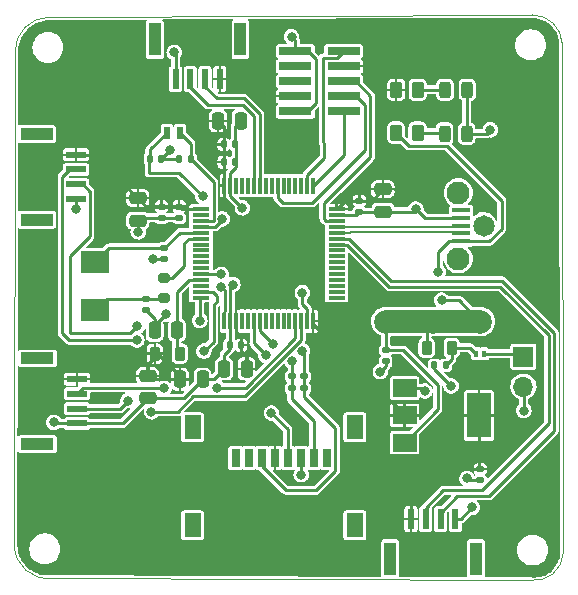
<source format=gbr>
%TF.GenerationSoftware,KiCad,Pcbnew,(6.0.7)*%
%TF.CreationDate,2022-11-06T12:05:46+05:30*%
%TF.ProjectId,Interface_PCB,496e7465-7266-4616-9365-5f5043422e6b,rev?*%
%TF.SameCoordinates,Original*%
%TF.FileFunction,Copper,L1,Top*%
%TF.FilePolarity,Positive*%
%FSLAX46Y46*%
G04 Gerber Fmt 4.6, Leading zero omitted, Abs format (unit mm)*
G04 Created by KiCad (PCBNEW (6.0.7)) date 2022-11-06 12:05:46*
%MOMM*%
%LPD*%
G01*
G04 APERTURE LIST*
G04 Aperture macros list*
%AMRoundRect*
0 Rectangle with rounded corners*
0 $1 Rounding radius*
0 $2 $3 $4 $5 $6 $7 $8 $9 X,Y pos of 4 corners*
0 Add a 4 corners polygon primitive as box body*
4,1,4,$2,$3,$4,$5,$6,$7,$8,$9,$2,$3,0*
0 Add four circle primitives for the rounded corners*
1,1,$1+$1,$2,$3*
1,1,$1+$1,$4,$5*
1,1,$1+$1,$6,$7*
1,1,$1+$1,$8,$9*
0 Add four rect primitives between the rounded corners*
20,1,$1+$1,$2,$3,$4,$5,0*
20,1,$1+$1,$4,$5,$6,$7,0*
20,1,$1+$1,$6,$7,$8,$9,0*
20,1,$1+$1,$8,$9,$2,$3,0*%
G04 Aperture macros list end*
%TA.AperFunction,Profile*%
%ADD10C,0.100000*%
%TD*%
%TA.AperFunction,SMDPad,CuDef*%
%ADD11R,1.475000X0.300000*%
%TD*%
%TA.AperFunction,SMDPad,CuDef*%
%ADD12R,0.300000X1.475000*%
%TD*%
%TA.AperFunction,ComponentPad*%
%ADD13R,1.700000X1.700000*%
%TD*%
%TA.AperFunction,ComponentPad*%
%ADD14O,1.700000X1.700000*%
%TD*%
%TA.AperFunction,SMDPad,CuDef*%
%ADD15R,1.700000X0.600000*%
%TD*%
%TA.AperFunction,SMDPad,CuDef*%
%ADD16R,2.800000X1.000000*%
%TD*%
%TA.AperFunction,SMDPad,CuDef*%
%ADD17RoundRect,0.250000X-0.250000X-0.475000X0.250000X-0.475000X0.250000X0.475000X-0.250000X0.475000X0*%
%TD*%
%TA.AperFunction,SMDPad,CuDef*%
%ADD18RoundRect,0.250000X0.250000X0.475000X-0.250000X0.475000X-0.250000X-0.475000X0.250000X-0.475000X0*%
%TD*%
%TA.AperFunction,SMDPad,CuDef*%
%ADD19RoundRect,0.140000X-0.140000X-0.170000X0.140000X-0.170000X0.140000X0.170000X-0.140000X0.170000X0*%
%TD*%
%TA.AperFunction,SMDPad,CuDef*%
%ADD20RoundRect,0.250000X-0.475000X0.250000X-0.475000X-0.250000X0.475000X-0.250000X0.475000X0.250000X0*%
%TD*%
%TA.AperFunction,SMDPad,CuDef*%
%ADD21R,0.800000X1.500000*%
%TD*%
%TA.AperFunction,SMDPad,CuDef*%
%ADD22R,1.450000X2.000000*%
%TD*%
%TA.AperFunction,SMDPad,CuDef*%
%ADD23RoundRect,0.140000X-0.170000X0.140000X-0.170000X-0.140000X0.170000X-0.140000X0.170000X0.140000X0*%
%TD*%
%TA.AperFunction,SMDPad,CuDef*%
%ADD24R,2.400000X1.900000*%
%TD*%
%TA.AperFunction,SMDPad,CuDef*%
%ADD25RoundRect,0.200000X-0.275000X0.200000X-0.275000X-0.200000X0.275000X-0.200000X0.275000X0.200000X0*%
%TD*%
%TA.AperFunction,SMDPad,CuDef*%
%ADD26RoundRect,0.250000X-0.262500X-0.450000X0.262500X-0.450000X0.262500X0.450000X-0.262500X0.450000X0*%
%TD*%
%TA.AperFunction,SMDPad,CuDef*%
%ADD27RoundRect,0.140000X0.140000X0.170000X-0.140000X0.170000X-0.140000X-0.170000X0.140000X-0.170000X0*%
%TD*%
%TA.AperFunction,SMDPad,CuDef*%
%ADD28R,0.500000X1.000000*%
%TD*%
%TA.AperFunction,SMDPad,CuDef*%
%ADD29R,0.350000X0.600000*%
%TD*%
%TA.AperFunction,SMDPad,CuDef*%
%ADD30RoundRect,0.135000X-0.185000X0.135000X-0.185000X-0.135000X0.185000X-0.135000X0.185000X0.135000X0*%
%TD*%
%TA.AperFunction,SMDPad,CuDef*%
%ADD31RoundRect,0.243750X0.243750X0.456250X-0.243750X0.456250X-0.243750X-0.456250X0.243750X-0.456250X0*%
%TD*%
%TA.AperFunction,SMDPad,CuDef*%
%ADD32RoundRect,0.218750X-0.218750X-0.381250X0.218750X-0.381250X0.218750X0.381250X-0.218750X0.381250X0*%
%TD*%
%TA.AperFunction,SMDPad,CuDef*%
%ADD33R,0.600000X1.700000*%
%TD*%
%TA.AperFunction,SMDPad,CuDef*%
%ADD34R,1.000000X2.800000*%
%TD*%
%TA.AperFunction,SMDPad,CuDef*%
%ADD35R,2.000000X1.500000*%
%TD*%
%TA.AperFunction,SMDPad,CuDef*%
%ADD36R,2.000000X3.800000*%
%TD*%
%TA.AperFunction,SMDPad,CuDef*%
%ADD37R,2.790000X0.740000*%
%TD*%
%TA.AperFunction,SMDPad,CuDef*%
%ADD38R,1.500000X0.450000*%
%TD*%
%TA.AperFunction,ComponentPad*%
%ADD39C,1.950000*%
%TD*%
%TA.AperFunction,ComponentPad*%
%ADD40C,1.815000*%
%TD*%
%TA.AperFunction,SMDPad,CuDef*%
%ADD41C,2.000000*%
%TD*%
%TA.AperFunction,ViaPad*%
%ADD42C,0.800000*%
%TD*%
%TA.AperFunction,Conductor*%
%ADD43C,0.250000*%
%TD*%
%TA.AperFunction,Conductor*%
%ADD44C,0.200000*%
%TD*%
G04 APERTURE END LIST*
D10*
X117094000Y-83007162D02*
G75*
G03*
X114147600Y-86004400I-400J-2946438D01*
G01*
X117246400Y-130530600D02*
X157748260Y-130697260D01*
X160477221Y-85216999D02*
G75*
G03*
X157962600Y-82829400I-2514621J-130401D01*
G01*
X157748256Y-130697285D02*
G75*
G03*
X160578800Y-128371600I379644J2423285D01*
G01*
X114096800Y-127736600D02*
X114147600Y-86004400D01*
X117094000Y-83007200D02*
X157962600Y-82829400D01*
X160477200Y-85217000D02*
X160578800Y-128371600D01*
X114096788Y-127736600D02*
G75*
G03*
X117246400Y-130530600I2834212J22700D01*
G01*
%TO.C,NT1*%
G36*
X153555600Y-109793600D02*
G01*
X145555600Y-109793600D01*
X145555600Y-107793600D01*
X153555600Y-107793600D01*
X153555600Y-109793600D01*
G37*
%TD*%
D11*
%TO.P,IC1,1,VBAT*%
%TO.N,+3V3*%
X129898000Y-99272400D03*
%TO.P,IC1,2,PC13*%
%TO.N,unconnected-(IC1-Pad2)*%
X129898000Y-99772400D03*
%TO.P,IC1,3,PC14-OSC32_IN*%
%TO.N,LSE_IN*%
X129898000Y-100272400D03*
%TO.P,IC1,4,PC15-OSC32_OUT*%
%TO.N,LSE_OUT*%
X129898000Y-100772400D03*
%TO.P,IC1,5,PH0-OSC_IN*%
%TO.N,HSE_IN*%
X129898000Y-101272400D03*
%TO.P,IC1,6,PH1-OSC_OUT*%
%TO.N,HSE_OUT*%
X129898000Y-101772400D03*
%TO.P,IC1,7,NRST*%
%TO.N,unconnected-(IC1-Pad7)*%
X129898000Y-102272400D03*
%TO.P,IC1,8,PC0*%
%TO.N,TRACE_D0*%
X129898000Y-102772400D03*
%TO.P,IC1,9,PC1*%
%TO.N,TRACE_CLK*%
X129898000Y-103272400D03*
%TO.P,IC1,10,PC2*%
%TO.N,unconnected-(IC1-Pad10)*%
X129898000Y-103772400D03*
%TO.P,IC1,11,PC3*%
%TO.N,unconnected-(IC1-Pad11)*%
X129898000Y-104272400D03*
%TO.P,IC1,12,VSSA/VREF-*%
%TO.N,GND*%
X129898000Y-104772400D03*
%TO.P,IC1,13,VDDA/VREF+*%
%TO.N,+3.3VA*%
X129898000Y-105272400D03*
%TO.P,IC1,14,PA0*%
%TO.N,unconnected-(IC1-Pad14)*%
X129898000Y-105772400D03*
%TO.P,IC1,15,PA1*%
%TO.N,SPI1_CLK*%
X129898000Y-106272400D03*
%TO.P,IC1,16,PA2*%
%TO.N,USART2_TX*%
X129898000Y-106772400D03*
D12*
%TO.P,IC1,17,PA3*%
%TO.N,USART2_RX*%
X131886000Y-108760400D03*
%TO.P,IC1,18,VSS_1*%
%TO.N,GND*%
X132386000Y-108760400D03*
%TO.P,IC1,19,VDD_1*%
%TO.N,+3V3*%
X132886000Y-108760400D03*
%TO.P,IC1,20,PA4*%
%TO.N,unconnected-(IC1-Pad20)*%
X133386000Y-108760400D03*
%TO.P,IC1,21,PA5*%
%TO.N,unconnected-(IC1-Pad21)*%
X133886000Y-108760400D03*
%TO.P,IC1,22,PA6*%
%TO.N,SPI1_MISO*%
X134386000Y-108760400D03*
%TO.P,IC1,23,PA7*%
%TO.N,SPI1_MOSI*%
X134886000Y-108760400D03*
%TO.P,IC1,24,PC4*%
%TO.N,unconnected-(IC1-Pad24)*%
X135386000Y-108760400D03*
%TO.P,IC1,25,PC5*%
%TO.N,unconnected-(IC1-Pad25)*%
X135886000Y-108760400D03*
%TO.P,IC1,26,PB0*%
%TO.N,unconnected-(IC1-Pad26)*%
X136386000Y-108760400D03*
%TO.P,IC1,27,PB1*%
%TO.N,TRACE_D1*%
X136886000Y-108760400D03*
%TO.P,IC1,28,PB2*%
%TO.N,unconnected-(IC1-Pad28)*%
X137386000Y-108760400D03*
%TO.P,IC1,29,PB10*%
%TO.N,I2C2_SCL*%
X137886000Y-108760400D03*
%TO.P,IC1,30,PB11*%
%TO.N,I2C2_SDA*%
X138386000Y-108760400D03*
%TO.P,IC1,31,VSS_2*%
%TO.N,GND*%
X138886000Y-108760400D03*
%TO.P,IC1,32,VDD_2*%
%TO.N,+3V3*%
X139386000Y-108760400D03*
D11*
%TO.P,IC1,33,PB12*%
%TO.N,unconnected-(IC1-Pad33)*%
X141374000Y-106772400D03*
%TO.P,IC1,34,PB13*%
%TO.N,unconnected-(IC1-Pad34)*%
X141374000Y-106272400D03*
%TO.P,IC1,35,PB14*%
%TO.N,unconnected-(IC1-Pad35)*%
X141374000Y-105772400D03*
%TO.P,IC1,36,PB15*%
%TO.N,unconnected-(IC1-Pad36)*%
X141374000Y-105272400D03*
%TO.P,IC1,37,PC6*%
%TO.N,unconnected-(IC1-Pad37)*%
X141374000Y-104772400D03*
%TO.P,IC1,38,PC7*%
%TO.N,unconnected-(IC1-Pad38)*%
X141374000Y-104272400D03*
%TO.P,IC1,39,PC8*%
%TO.N,unconnected-(IC1-Pad39)*%
X141374000Y-103772400D03*
%TO.P,IC1,40,PC9*%
%TO.N,unconnected-(IC1-Pad40)*%
X141374000Y-103272400D03*
%TO.P,IC1,41,PA8*%
%TO.N,unconnected-(IC1-Pad41)*%
X141374000Y-102772400D03*
%TO.P,IC1,42,PA9*%
%TO.N,I2C1_SCL*%
X141374000Y-102272400D03*
%TO.P,IC1,43,PA10*%
%TO.N,I2C1_SDA*%
X141374000Y-101772400D03*
%TO.P,IC1,44,PA11*%
%TO.N,USB_D-*%
X141374000Y-101272400D03*
%TO.P,IC1,45,PA12*%
%TO.N,USB_D+*%
X141374000Y-100772400D03*
%TO.P,IC1,46,PA13*%
%TO.N,JTMS*%
X141374000Y-100272400D03*
%TO.P,IC1,47,VSS_3*%
%TO.N,GND*%
X141374000Y-99772400D03*
%TO.P,IC1,48,VDDUSB*%
%TO.N,+3V3*%
X141374000Y-99272400D03*
D12*
%TO.P,IC1,49,PA14*%
%TO.N,JTCK*%
X139386000Y-97284400D03*
%TO.P,IC1,50,PA15*%
%TO.N,JTDI*%
X138886000Y-97284400D03*
%TO.P,IC1,51,PC10*%
%TO.N,unconnected-(IC1-Pad51)*%
X138386000Y-97284400D03*
%TO.P,IC1,52,PC11*%
%TO.N,unconnected-(IC1-Pad52)*%
X137886000Y-97284400D03*
%TO.P,IC1,53,PC12*%
%TO.N,TRACE_D3*%
X137386000Y-97284400D03*
%TO.P,IC1,54,PD2*%
%TO.N,unconnected-(IC1-Pad54)*%
X136886000Y-97284400D03*
%TO.P,IC1,55,PB3*%
%TO.N,JTDO*%
X136386000Y-97284400D03*
%TO.P,IC1,56,PB4*%
%TO.N,unconnected-(IC1-Pad56)*%
X135886000Y-97284400D03*
%TO.P,IC1,57,PB5*%
%TO.N,TRACE_D2*%
X135386000Y-97284400D03*
%TO.P,IC1,58,PB6*%
%TO.N,USART1_TX*%
X134886000Y-97284400D03*
%TO.P,IC1,59,PB7*%
%TO.N,USART1_RX*%
X134386000Y-97284400D03*
%TO.P,IC1,60,PH3-BOOT0*%
%TO.N,unconnected-(IC1-Pad60)*%
X133886000Y-97284400D03*
%TO.P,IC1,61,PB8*%
%TO.N,unconnected-(IC1-Pad61)*%
X133386000Y-97284400D03*
%TO.P,IC1,62,PB9*%
%TO.N,unconnected-(IC1-Pad62)*%
X132886000Y-97284400D03*
%TO.P,IC1,63,VSS_4*%
%TO.N,GND*%
X132386000Y-97284400D03*
%TO.P,IC1,64,VDD_3*%
%TO.N,+3V3*%
X131886000Y-97284400D03*
%TD*%
D13*
%TO.P,J8,1,Pin_1*%
%TO.N,Net-(DEXT1-Pad2)*%
X157200600Y-111760000D03*
D14*
%TO.P,J8,2,Pin_2*%
%TO.N,GND*%
X157200600Y-114300000D03*
%TD*%
D15*
%TO.P,J3,1,Pin_1*%
%TO.N,GND*%
X119395400Y-117418600D03*
%TO.P,J3,2,Pin_2*%
%TO.N,I2C2_SDA*%
X119395400Y-116168600D03*
%TO.P,J3,3,Pin_3*%
%TO.N,I2C2_SCL*%
X119395400Y-114918600D03*
%TO.P,J3,4,Pin_4*%
%TO.N,+3V3*%
X119395400Y-113668600D03*
D16*
%TO.P,J3,5*%
%TO.N,N/C*%
X116045400Y-119168600D03*
%TO.P,J3,6*%
X116045400Y-111918600D03*
%TD*%
D17*
%TO.P,CB3,1*%
%TO.N,+3V3*%
X131355600Y-91793600D03*
%TO.P,CB3,2*%
%TO.N,GND*%
X133255600Y-91793600D03*
%TD*%
D18*
%TO.P,CB2,1*%
%TO.N,+3V3*%
X133755600Y-112793600D03*
%TO.P,CB2,2*%
%TO.N,GND*%
X131855600Y-112793600D03*
%TD*%
D19*
%TO.P,CD6,1*%
%TO.N,+3V3*%
X131825600Y-93793600D03*
%TO.P,CD6,2*%
%TO.N,GND*%
X132785600Y-93793600D03*
%TD*%
D17*
%TO.P,CMS1,1*%
%TO.N,+3V3*%
X128132800Y-113690400D03*
%TO.P,CMS1,2*%
%TO.N,GND*%
X130032800Y-113690400D03*
%TD*%
D20*
%TO.P,CMS2,1*%
%TO.N,+3V3*%
X125374400Y-113400800D03*
%TO.P,CMS2,2*%
%TO.N,GND*%
X125374400Y-115300800D03*
%TD*%
D21*
%TO.P,J6,1,DAT2*%
%TO.N,unconnected-(J6-Pad1)*%
X132855600Y-120343600D03*
%TO.P,J6,2,DAT3/CD*%
%TO.N,CS*%
X133955600Y-120343600D03*
%TO.P,J6,3,CMD*%
%TO.N,SPI1_MOSI*%
X135055600Y-120343600D03*
%TO.P,J6,4,VDD*%
%TO.N,+3V3*%
X136155600Y-120343600D03*
%TO.P,J6,5,CLK*%
%TO.N,SPI1_CLK*%
X137255600Y-120343600D03*
%TO.P,J6,6,VSS*%
%TO.N,GND*%
X138355600Y-120343600D03*
%TO.P,J6,7,DAT0*%
%TO.N,SPI1_MISO*%
X139455600Y-120343600D03*
%TO.P,J6,8,DAT1*%
%TO.N,unconnected-(J6-Pad8)*%
X140555600Y-120343600D03*
D22*
%TO.P,J6,MP1*%
%TO.N,N/C*%
X129180600Y-117743600D03*
%TO.P,J6,MP2*%
X142930600Y-117743600D03*
%TO.P,J6,MP3*%
X129180600Y-126043600D03*
%TO.P,J6,MP4*%
X142930600Y-126043600D03*
%TD*%
D23*
%TO.P,CR2,1*%
%TO.N,+3V3*%
X153543000Y-121287600D03*
%TO.P,CR2,2*%
%TO.N,GND*%
X153543000Y-122247600D03*
%TD*%
D24*
%TO.P,Y2,1,1*%
%TO.N,Net-(Cl3-Pad1)*%
X120954800Y-107841000D03*
%TO.P,Y2,2,2*%
%TO.N,HSE_IN*%
X120954800Y-103741000D03*
%TD*%
D25*
%TO.P,RExt1,1*%
%TO.N,HSE_OUT*%
X126805600Y-105118400D03*
%TO.P,RExt1,2*%
%TO.N,Net-(Cl3-Pad1)*%
X126805600Y-106768400D03*
%TD*%
D18*
%TO.P,CMS3,1*%
%TO.N,+3.3VA*%
X127873800Y-109524800D03*
%TO.P,CMS3,2*%
%TO.N,GND*%
X125973800Y-109524800D03*
%TD*%
D26*
%TO.P,R2,1*%
%TO.N,+3V3*%
X146432900Y-89179400D03*
%TO.P,R2,2*%
%TO.N,Net-(D2-Pad2)*%
X148257900Y-89179400D03*
%TD*%
D19*
%TO.P,Cl1,1*%
%TO.N,LSE_OUT*%
X125575600Y-95043600D03*
%TO.P,Cl1,2*%
%TO.N,GND*%
X126535600Y-95043600D03*
%TD*%
D20*
%TO.P,CB1,1*%
%TO.N,+3V3*%
X124555600Y-98343600D03*
%TO.P,CB1,2*%
%TO.N,GND*%
X124555600Y-100243600D03*
%TD*%
D27*
%TO.P,Cl2,1*%
%TO.N,LSE_IN*%
X129035600Y-95043600D03*
%TO.P,Cl2,2*%
%TO.N,GND*%
X128075600Y-95043600D03*
%TD*%
D28*
%TO.P,Y1,1,1*%
%TO.N,LSE_OUT*%
X127005600Y-92793600D03*
%TO.P,Y1,2,2*%
%TO.N,LSE_IN*%
X128105600Y-92793600D03*
%TD*%
D26*
%TO.P,R1,1*%
%TO.N,VBUS*%
X146407500Y-92811600D03*
%TO.P,R1,2*%
%TO.N,Net-(D1-Pad2)*%
X148232500Y-92811600D03*
%TD*%
D29*
%TO.P,DEXT1,1,K*%
%TO.N,/VEXT*%
X153218000Y-111531400D03*
%TO.P,DEXT1,2,A*%
%TO.N,Net-(DEXT1-Pad2)*%
X153868000Y-111531400D03*
%TD*%
D23*
%TO.P,CR1,1*%
%TO.N,Net-(CR1-Pad1)*%
X145542000Y-111203800D03*
%TO.P,CR1,2*%
%TO.N,GND*%
X145542000Y-112163800D03*
%TD*%
D30*
%TO.P,RSPI1,1*%
%TO.N,SPI1_MISO*%
X137591800Y-113434400D03*
%TO.P,RSPI1,2*%
X137591800Y-114454400D03*
%TD*%
D31*
%TO.P,D2,1,K*%
%TO.N,GND*%
X152448500Y-89179400D03*
%TO.P,D2,2,A*%
%TO.N,Net-(D2-Pad2)*%
X150573500Y-89179400D03*
%TD*%
D23*
%TO.P,Cl4,1*%
%TO.N,HSE_IN*%
X126805600Y-102563600D03*
%TO.P,Cl4,2*%
%TO.N,GND*%
X126805600Y-103523600D03*
%TD*%
%TO.P,CD3,1*%
%TO.N,+3V3*%
X143305600Y-98563600D03*
%TO.P,CD3,2*%
%TO.N,GND*%
X143305600Y-99523600D03*
%TD*%
%TO.P,Cl3,1*%
%TO.N,Net-(Cl3-Pad1)*%
X125222000Y-106857800D03*
%TO.P,Cl3,2*%
%TO.N,GND*%
X125222000Y-107817800D03*
%TD*%
D32*
%TO.P,LMS1,1,1*%
%TO.N,+3V3*%
X125988300Y-111506000D03*
%TO.P,LMS1,2,2*%
%TO.N,+3.3VA*%
X128113300Y-111506000D03*
%TD*%
D23*
%TO.P,CD5,1*%
%TO.N,+3V3*%
X126555600Y-99063600D03*
%TO.P,CD5,2*%
%TO.N,GND*%
X126555600Y-100023600D03*
%TD*%
D15*
%TO.P,J4,1,Pin_1*%
%TO.N,GND*%
X119327600Y-98418600D03*
%TO.P,J4,2,Pin_2*%
%TO.N,USART2_RX*%
X119327600Y-97168600D03*
%TO.P,J4,3,Pin_3*%
%TO.N,USART2_TX*%
X119327600Y-95918600D03*
%TO.P,J4,4,Pin_4*%
%TO.N,+3V3*%
X119327600Y-94668600D03*
D16*
%TO.P,J4,5*%
%TO.N,N/C*%
X115977600Y-100168600D03*
%TO.P,J4,6*%
X115977600Y-92918600D03*
%TD*%
D33*
%TO.P,J1,1,Pin_1*%
%TO.N,GND*%
X151430600Y-125521600D03*
%TO.P,J1,2,Pin_2*%
%TO.N,I2C1_SDA*%
X150180600Y-125521600D03*
%TO.P,J1,3,Pin_3*%
%TO.N,I2C1_SCL*%
X148930600Y-125521600D03*
%TO.P,J1,4,Pin_4*%
%TO.N,+3V3*%
X147680600Y-125521600D03*
D34*
%TO.P,J1,5*%
%TO.N,N/C*%
X153180600Y-128871600D03*
%TO.P,J1,6*%
X145930600Y-128871600D03*
%TD*%
D30*
%TO.P,RSPI2,1*%
%TO.N,SPI1_MOSI*%
X138633200Y-113434400D03*
%TO.P,RSPI2,2*%
X138633200Y-114454400D03*
%TD*%
D19*
%TO.P,CD2,1*%
%TO.N,+3V3*%
X131825600Y-95293600D03*
%TO.P,CD2,2*%
%TO.N,GND*%
X132785600Y-95293600D03*
%TD*%
D33*
%TO.P,J2,1,Pin_1*%
%TO.N,GND*%
X127741200Y-88255000D03*
%TO.P,J2,2,Pin_2*%
%TO.N,USART1_RX*%
X128991200Y-88255000D03*
%TO.P,J2,3,Pin_3*%
%TO.N,USART1_TX*%
X130241200Y-88255000D03*
%TO.P,J2,4,Pin_4*%
%TO.N,+3V3*%
X131491200Y-88255000D03*
D34*
%TO.P,J2,5*%
%TO.N,N/C*%
X125991200Y-84905000D03*
%TO.P,J2,6*%
X133241200Y-84905000D03*
%TD*%
D23*
%TO.P,CD1,1*%
%TO.N,+3V3*%
X128055600Y-99063600D03*
%TO.P,CD1,2*%
%TO.N,GND*%
X128055600Y-100023600D03*
%TD*%
D31*
%TO.P,D1,1,K*%
%TO.N,GND*%
X152397700Y-92887800D03*
%TO.P,D1,2,A*%
%TO.N,Net-(D1-Pad2)*%
X150522700Y-92887800D03*
%TD*%
D35*
%TO.P,U1,1,GND*%
%TO.N,GND*%
X147141800Y-114438400D03*
D36*
%TO.P,U1,2,VO*%
%TO.N,+3V3*%
X153441800Y-116738400D03*
D35*
X147141800Y-116738400D03*
%TO.P,U1,3,VI*%
%TO.N,Net-(CR1-Pad1)*%
X147141800Y-119038400D03*
%TD*%
D27*
%TO.P,CD4,1*%
%TO.N,+3V3*%
X133285600Y-110793600D03*
%TO.P,CD4,2*%
%TO.N,GND*%
X132325600Y-110793600D03*
%TD*%
D32*
%TO.P,LR1,1,1*%
%TO.N,Net-(LR1-Pad1)*%
X149000700Y-111023400D03*
%TO.P,LR1,2,2*%
%TO.N,/VEXT*%
X151125700Y-111023400D03*
%TD*%
D20*
%TO.P,CB4,1*%
%TO.N,+3V3*%
X145305600Y-97593600D03*
%TO.P,CB4,2*%
%TO.N,GND*%
X145305600Y-99493600D03*
%TD*%
D37*
%TO.P,J5,1,TCK*%
%TO.N,JTCK*%
X141967900Y-90982800D03*
%TO.P,J5,2,GND*%
%TO.N,GND*%
X137897900Y-90982800D03*
%TO.P,J5,3,TDO*%
%TO.N,JTDO*%
X141967900Y-89712800D03*
%TO.P,J5,4,VREF*%
%TO.N,+3V3*%
X137897900Y-89712800D03*
%TO.P,J5,5,TMS*%
%TO.N,JTMS*%
X141967900Y-88442800D03*
%TO.P,J5,6,~{SRST}*%
%TO.N,unconnected-(J5-Pad6)*%
X137897900Y-88442800D03*
%TO.P,J5,7,VCC*%
%TO.N,+3V3*%
X141967900Y-87172800D03*
%TO.P,J5,8,~{TRST}*%
%TO.N,unconnected-(J5-Pad8)*%
X137897900Y-87172800D03*
%TO.P,J5,9,TDI*%
%TO.N,JTDI*%
X141967900Y-85902800D03*
%TO.P,J5,10,GND*%
%TO.N,GND*%
X137897900Y-85902800D03*
%TD*%
D38*
%TO.P,J7,1,VBUS*%
%TO.N,VBUS*%
X151929400Y-101985600D03*
%TO.P,J7,2,D-*%
%TO.N,USB_D-*%
X151929400Y-101335600D03*
%TO.P,J7,3,D+*%
%TO.N,USB_D+*%
X151929400Y-100685600D03*
%TO.P,J7,4,GND*%
%TO.N,GND*%
X151929400Y-100035600D03*
%TO.P,J7,5,Shield*%
%TO.N,unconnected-(J7-Pad5)*%
X151929400Y-99385600D03*
D39*
%TO.P,J7,MH1*%
%TO.N,N/C*%
X151679400Y-103485600D03*
%TO.P,J7,MH2*%
X151679400Y-97885600D03*
D40*
%TO.P,J7,MH3*%
X153828400Y-100685600D03*
%TD*%
D27*
%TO.P,CR3,1*%
%TO.N,/VEXT*%
X150619400Y-112496600D03*
%TO.P,CR3,2*%
%TO.N,GND*%
X149659400Y-112496600D03*
%TD*%
D41*
%TO.P,NT1,1,1*%
%TO.N,VBUS*%
X153555600Y-108793600D03*
%TO.P,NT1,2,2*%
%TO.N,Net-(LR1-Pad1)*%
X149555600Y-108793600D03*
%TO.P,NT1,3,3*%
%TO.N,Net-(CR1-Pad1)*%
X145555600Y-108793600D03*
%TD*%
D42*
%TO.N,GND*%
X152425400Y-122072400D03*
X127635000Y-86004400D03*
X154406600Y-92557600D03*
X148082000Y-99263200D03*
X125831600Y-103505000D03*
X148844000Y-114681000D03*
X119303800Y-99263200D03*
X133400800Y-99161600D03*
X138379200Y-121767600D03*
X157226000Y-116332000D03*
X127254000Y-94310200D03*
X124587000Y-101193600D03*
X132585896Y-105659772D03*
X145084800Y-113030000D03*
X138480800Y-106349800D03*
X126898400Y-108153200D03*
X151079200Y-114249200D03*
X117424200Y-117322600D03*
X137566400Y-84683600D03*
X131622800Y-104800400D03*
X152857200Y-124536200D03*
%TO.N,LSE_OUT*%
X131685000Y-100101400D03*
X130048000Y-98196400D03*
%TO.N,VBUS*%
X149987000Y-104571800D03*
X150266400Y-106984800D03*
%TO.N,I2C2_SCL*%
X126796800Y-114414900D03*
X131267200Y-114401600D03*
%TO.N,USART2_RX*%
X131602461Y-105838263D03*
X124510800Y-109194600D03*
%TO.N,SPI1_MOSI*%
X138488584Y-111259784D03*
X135991600Y-110718600D03*
%TO.N,SPI1_MISO*%
X135405887Y-111656888D03*
X137612283Y-112150484D03*
%TO.N,I2C2_SDA*%
X125704600Y-116433600D03*
X123723400Y-115493800D03*
%TO.N,USART2_TX*%
X124460000Y-110363000D03*
X129794000Y-108712000D03*
%TO.N,SPI1_CLK*%
X130149600Y-111302800D03*
X135864600Y-116535200D03*
%TD*%
D43*
%TO.N,GND*%
X157226000Y-116332000D02*
X157226000Y-114325400D01*
X157226000Y-114325400D02*
X157200600Y-114300000D01*
%TO.N,Net-(DEXT1-Pad2)*%
X156972000Y-111531400D02*
X157200600Y-111760000D01*
X153868000Y-111531400D02*
X156972000Y-111531400D01*
%TO.N,/VEXT*%
X151125700Y-111023400D02*
X152710000Y-111023400D01*
X152710000Y-111023400D02*
X153218000Y-111531400D01*
X151125700Y-111023400D02*
X151125700Y-111990300D01*
X151125700Y-111990300D02*
X150619400Y-112496600D01*
%TO.N,GND*%
X132867400Y-95732600D02*
X132867400Y-93875400D01*
X119395400Y-117418600D02*
X123256600Y-117418600D01*
X132386000Y-97284400D02*
X132386000Y-96214000D01*
X138886000Y-107722900D02*
X138480800Y-107317700D01*
X126805600Y-103523600D02*
X125850200Y-103523600D01*
X132325600Y-111133400D02*
X131855600Y-111603400D01*
X125973800Y-109077800D02*
X126898400Y-108153200D01*
X126555600Y-100023600D02*
X124775600Y-100023600D01*
X126535600Y-95043600D02*
X128075600Y-95043600D01*
X125850200Y-103523600D02*
X125831600Y-103505000D01*
X132867400Y-93875400D02*
X132785600Y-93793600D01*
X132386000Y-105859668D02*
X132386000Y-108760400D01*
X129898000Y-104772400D02*
X131594800Y-104772400D01*
X128422400Y-115300800D02*
X130032800Y-113690400D01*
X126535600Y-95043600D02*
X126535600Y-95028600D01*
X143305600Y-99523600D02*
X145275600Y-99523600D01*
X132785600Y-92263600D02*
X133255600Y-91793600D01*
X125973800Y-109524800D02*
X125973800Y-108569600D01*
X119327600Y-99239400D02*
X119303800Y-99263200D01*
X132325600Y-110793600D02*
X132325600Y-111133400D01*
X119327600Y-98418600D02*
X119327600Y-99239400D01*
X138922900Y-85902800D02*
X137897900Y-85902800D01*
X152397700Y-92887800D02*
X152397700Y-89230200D01*
X126535600Y-95028600D02*
X127254000Y-94310200D01*
X152397700Y-92887800D02*
X154076400Y-92887800D01*
X154076400Y-92887800D02*
X154406600Y-92557600D01*
X125973800Y-108569600D02*
X125222000Y-107817800D01*
X138379200Y-121767600D02*
X138355600Y-121744000D01*
X132585896Y-105659772D02*
X132386000Y-105859668D01*
X132386000Y-110733200D02*
X132325600Y-110793600D01*
X131594800Y-104772400D02*
X131622800Y-104800400D01*
X139617900Y-86597800D02*
X138922900Y-85902800D01*
X149659400Y-112829400D02*
X151079200Y-114249200D01*
X145305600Y-99493600D02*
X147851600Y-99493600D01*
X143056800Y-99772400D02*
X143305600Y-99523600D01*
X125973800Y-109524800D02*
X125973800Y-109077800D01*
X127752800Y-86122200D02*
X127635000Y-86004400D01*
X147851600Y-99493600D02*
X148082000Y-99263200D01*
X137897900Y-85015100D02*
X137566400Y-84683600D01*
X127741200Y-88255000D02*
X127741200Y-86110600D01*
X131855600Y-111603400D02*
X131855600Y-112793600D01*
X138355600Y-121744000D02*
X138355600Y-120343600D01*
X130032800Y-113690400D02*
X130958800Y-113690400D01*
X149608600Y-112318800D02*
X149608600Y-112778600D01*
X148854400Y-100035600D02*
X148082000Y-99263200D01*
X145542000Y-112163800D02*
X145542000Y-112572800D01*
X145542000Y-112572800D02*
X145084800Y-113030000D01*
X141374000Y-99772400D02*
X143056800Y-99772400D01*
X117520200Y-117418600D02*
X117424200Y-117322600D01*
X130958800Y-113690400D02*
X131855600Y-112793600D01*
X132386000Y-98146800D02*
X133400800Y-99161600D01*
X145275600Y-99523600D02*
X145305600Y-99493600D01*
X152397700Y-89230200D02*
X152448500Y-89179400D01*
X128055600Y-100023600D02*
X126555600Y-100023600D01*
X139617900Y-90287800D02*
X139617900Y-86597800D01*
X132386000Y-108760400D02*
X132386000Y-110733200D01*
X119395400Y-117418600D02*
X117520200Y-117418600D01*
X138480800Y-107317700D02*
X138480800Y-106349800D01*
X153543000Y-122247600D02*
X152600600Y-122247600D01*
X137897900Y-85902800D02*
X137897900Y-85015100D01*
X132785600Y-93793600D02*
X132785600Y-92263600D01*
X151430600Y-125521600D02*
X151871800Y-125521600D01*
X127741200Y-86110600D02*
X127635000Y-86004400D01*
X137897900Y-90982800D02*
X138922900Y-90982800D01*
X151929400Y-100035600D02*
X148854400Y-100035600D01*
X132386000Y-97284400D02*
X132386000Y-98146800D01*
X152600600Y-122247600D02*
X152425400Y-122072400D01*
X125374400Y-115300800D02*
X128422400Y-115300800D01*
X124555600Y-101162200D02*
X124587000Y-101193600D01*
X132386000Y-96214000D02*
X132867400Y-95732600D01*
X148844000Y-114681000D02*
X148601400Y-114438400D01*
X124775600Y-100023600D02*
X124555600Y-100243600D01*
X138886000Y-108760400D02*
X138886000Y-107722900D01*
X123256600Y-117418600D02*
X125374400Y-115300800D01*
X124555600Y-100243600D02*
X124555600Y-101162200D01*
X148601400Y-114438400D02*
X147141800Y-114438400D01*
X149659400Y-112496600D02*
X149659400Y-112829400D01*
X138922900Y-90982800D02*
X139617900Y-90287800D01*
X151871800Y-125521600D02*
X152857200Y-124536200D01*
%TO.N,+3V3*%
X126555600Y-99063600D02*
X125275600Y-99063600D01*
X131886000Y-95354000D02*
X131825600Y-95293600D01*
X128055600Y-99063600D02*
X126555600Y-99063600D01*
X119327600Y-94668600D02*
X120880600Y-94668600D01*
X128264400Y-99272400D02*
X128055600Y-99063600D01*
X125664000Y-113690400D02*
X125374400Y-113400800D01*
X133285600Y-111314600D02*
X133755600Y-111784600D01*
X131825600Y-95293600D02*
X131825600Y-93793600D01*
X128132800Y-113690400D02*
X128132800Y-113363000D01*
X120880600Y-94668600D02*
X124555600Y-98343600D01*
X128132800Y-113690400D02*
X125664000Y-113690400D01*
X153441800Y-121186400D02*
X153543000Y-121287600D01*
X128132800Y-113363000D02*
X126275800Y-111506000D01*
X147680600Y-124277200D02*
X147680600Y-125521600D01*
X144335600Y-98563600D02*
X145305600Y-97593600D01*
X131886000Y-97284400D02*
X131886000Y-95354000D01*
X133755600Y-111784600D02*
X133755600Y-112793600D01*
X139386000Y-108760400D02*
X139386000Y-108982600D01*
X153441800Y-116738400D02*
X153441800Y-121186400D01*
X125374400Y-113400800D02*
X125374400Y-112407400D01*
X125374400Y-112407400D02*
X126275800Y-111506000D01*
X125275600Y-99063600D02*
X124555600Y-98343600D01*
X150670200Y-121287600D02*
X147680600Y-124277200D01*
X143305600Y-98563600D02*
X144335600Y-98563600D01*
X153543000Y-121287600D02*
X150670200Y-121287600D01*
X133285600Y-110793600D02*
X133285600Y-111314600D01*
X131825600Y-93793600D02*
X131825600Y-92263600D01*
X147680600Y-125521600D02*
X147680600Y-126071600D01*
X139386000Y-108982600D02*
X147141800Y-116738400D01*
X132886000Y-109645000D02*
X133285600Y-110044600D01*
X132886000Y-108760400D02*
X132886000Y-109645000D01*
X153550609Y-121287600D02*
X153543000Y-121287600D01*
X129898000Y-99272400D02*
X128264400Y-99272400D01*
X133285600Y-110044600D02*
X133285600Y-110793600D01*
X131825600Y-92263600D02*
X131355600Y-91793600D01*
X142082800Y-98563600D02*
X143305600Y-98563600D01*
X141374000Y-99272400D02*
X142082800Y-98563600D01*
%TO.N,+3.3VA*%
X127825800Y-111506000D02*
X127825800Y-109572800D01*
X128860500Y-105272400D02*
X129898000Y-105272400D01*
X127825800Y-109572800D02*
X127873800Y-109524800D01*
X127873800Y-109524800D02*
X127873800Y-106259100D01*
X127873800Y-106259100D02*
X128860500Y-105272400D01*
%TO.N,LSE_IN*%
X129035600Y-93723600D02*
X128105600Y-92793600D01*
X130935500Y-100272400D02*
X130960500Y-100247400D01*
X130960500Y-100247400D02*
X130960500Y-96968500D01*
X130960500Y-96968500D02*
X129035600Y-95043600D01*
X129898000Y-100272400D02*
X130935500Y-100272400D01*
X129035600Y-95043600D02*
X129035600Y-93723600D01*
%TO.N,LSE_OUT*%
X125575600Y-94223600D02*
X127005600Y-92793600D01*
X131071896Y-100772400D02*
X131685000Y-100159296D01*
X125501400Y-96215200D02*
X125501400Y-95117800D01*
X125575600Y-95043600D02*
X125575600Y-94223600D01*
X128066800Y-96215200D02*
X125501400Y-96215200D01*
X129898000Y-100772400D02*
X131071896Y-100772400D01*
X125501400Y-95117800D02*
X125575600Y-95043600D01*
X131685000Y-100159296D02*
X131685000Y-100101400D01*
X130048000Y-98196400D02*
X128066800Y-96215200D01*
%TO.N,Net-(Cl3-Pad1)*%
X126716200Y-106857800D02*
X126805600Y-106768400D01*
X120954800Y-107841000D02*
X121938000Y-106857800D01*
X121938000Y-106857800D02*
X125222000Y-106857800D01*
X125222000Y-106857800D02*
X126716200Y-106857800D01*
%TO.N,HSE_IN*%
X122132200Y-102563600D02*
X126805600Y-102563600D01*
X129898000Y-101272400D02*
X128096800Y-101272400D01*
X128096800Y-101272400D02*
X126805600Y-102563600D01*
X120954800Y-103741000D02*
X122132200Y-102563600D01*
%TO.N,Net-(D1-Pad2)*%
X150446500Y-92811600D02*
X150522700Y-92887800D01*
X148232500Y-92811600D02*
X150446500Y-92811600D01*
%TO.N,Net-(D2-Pad2)*%
X148257900Y-89179400D02*
X150573500Y-89179400D01*
%TO.N,VBUS*%
X151929400Y-101985600D02*
X154325800Y-101985600D01*
X155371800Y-98552000D02*
X150732600Y-93912800D01*
X149987000Y-102928000D02*
X149987000Y-104571800D01*
X150266400Y-106984800D02*
X151746800Y-106984800D01*
X151746800Y-106984800D02*
X153555600Y-108793600D01*
X150732600Y-93912800D02*
X147508700Y-93912800D01*
X150929400Y-101985600D02*
X149987000Y-102928000D01*
X154325800Y-101985600D02*
X155371800Y-100939600D01*
X155371800Y-100939600D02*
X155371800Y-98552000D01*
X147508700Y-93912800D02*
X146407500Y-92811600D01*
X151929400Y-101985600D02*
X150929400Y-101985600D01*
D44*
%TO.N,USB_D-*%
X141374000Y-101272400D02*
X142480251Y-101272400D01*
X142505251Y-101247400D02*
X151841200Y-101247400D01*
X151841200Y-101247400D02*
X151929400Y-101335600D01*
X142480251Y-101272400D02*
X142505251Y-101247400D01*
%TO.N,USB_D+*%
X141374000Y-100772400D02*
X142480251Y-100772400D01*
X142505251Y-100797400D02*
X151817600Y-100797400D01*
X151817600Y-100797400D02*
X151929400Y-100685600D01*
X142480251Y-100772400D02*
X142505251Y-100797400D01*
D43*
%TO.N,JTCK*%
X141967900Y-90982800D02*
X141967900Y-94702500D01*
X141967900Y-94702500D02*
X139386000Y-97284400D01*
%TO.N,JTDO*%
X142992900Y-89712800D02*
X143764000Y-90483900D01*
X136819300Y-98755200D02*
X136411000Y-98346900D01*
X139319000Y-98755200D02*
X136819300Y-98755200D01*
X143764000Y-90483900D02*
X143764000Y-94310200D01*
X143764000Y-94310200D02*
X139319000Y-98755200D01*
X136411000Y-97309400D02*
X136386000Y-97284400D01*
X141967900Y-89712800D02*
X142992900Y-89712800D01*
X136411000Y-98346900D02*
X136411000Y-97309400D01*
%TO.N,JTMS*%
X140311500Y-100071500D02*
X140512400Y-100272400D01*
X140512400Y-100272400D02*
X141374000Y-100272400D01*
X141967900Y-88442800D02*
X142992900Y-88442800D01*
X142992900Y-88442800D02*
X144246600Y-89696500D01*
X144246600Y-94862300D02*
X140311500Y-98797400D01*
X140311500Y-98797400D02*
X140311500Y-100071500D01*
X144246600Y-89696500D02*
X144246600Y-94862300D01*
%TO.N,JTDI*%
X140247900Y-86477800D02*
X140247900Y-93613500D01*
X140335000Y-93700600D02*
X140335000Y-94919800D01*
X141967900Y-85902800D02*
X141392900Y-86477800D01*
X141392900Y-86477800D02*
X140247900Y-86477800D01*
X140335000Y-94919800D02*
X138886000Y-96368800D01*
X140247900Y-93613500D02*
X140335000Y-93700600D01*
X138886000Y-96368800D02*
X138886000Y-97284400D01*
%TO.N,I2C2_SCL*%
X126796800Y-114414900D02*
X119899100Y-114414900D01*
X137886000Y-110201373D02*
X137886000Y-108760400D01*
X133685773Y-114401600D02*
X137886000Y-110201373D01*
X131267200Y-114401600D02*
X133685773Y-114401600D01*
X119899100Y-114414900D02*
X119395400Y-114918600D01*
%TO.N,USART1_RX*%
X134386000Y-91385827D02*
X133424173Y-90424000D01*
X128991200Y-88255000D02*
X128991200Y-88960800D01*
X128991200Y-88960800D02*
X130454400Y-90424000D01*
X134386000Y-97284400D02*
X134386000Y-91385827D01*
X133424173Y-90424000D02*
X130454400Y-90424000D01*
X129002800Y-88972400D02*
X129002800Y-88374200D01*
%TO.N,USART2_RX*%
X131920400Y-106156202D02*
X131920400Y-107933196D01*
X120502600Y-101569600D02*
X118795800Y-103276400D01*
X118795800Y-103276400D02*
X118795800Y-109778800D01*
X131886000Y-107967596D02*
X131886000Y-108760400D01*
X123926600Y-109778800D02*
X124510800Y-109194600D01*
X131920400Y-107933196D02*
X131886000Y-107967596D01*
X119327600Y-97168600D02*
X119877600Y-97168600D01*
X120502600Y-97793600D02*
X120502600Y-101569600D01*
X118795800Y-109778800D02*
X123926600Y-109778800D01*
X131602461Y-105838263D02*
X131920400Y-106156202D01*
X119877600Y-97168600D02*
X120502600Y-97793600D01*
%TO.N,SPI1_MOSI*%
X139622400Y-123076800D02*
X137088800Y-123076800D01*
X138633200Y-113434400D02*
X138633200Y-114454400D01*
X141280600Y-117811000D02*
X141280600Y-121418600D01*
X134886000Y-109613000D02*
X135991600Y-110718600D01*
X135055600Y-121043600D02*
X135055600Y-120343600D01*
X138633200Y-114454400D02*
X138633200Y-115163600D01*
X141280600Y-121418600D02*
X139622400Y-123076800D01*
X138633200Y-115163600D02*
X141280600Y-117811000D01*
X137088800Y-123076800D02*
X135055600Y-121043600D01*
X134886000Y-108760400D02*
X134886000Y-109613000D01*
X138633200Y-113434400D02*
X138633200Y-111404400D01*
X138633200Y-111404400D02*
X138488584Y-111259784D01*
%TO.N,SPI1_MISO*%
X134386000Y-110637001D02*
X135405887Y-111656888D01*
X139455600Y-117256000D02*
X139455600Y-120343600D01*
X134386000Y-108760400D02*
X134386000Y-110637001D01*
X137591800Y-113434400D02*
X137591800Y-114454400D01*
X137612283Y-112150484D02*
X137612283Y-113413917D01*
X137591800Y-115392200D02*
X139455600Y-117256000D01*
X137591800Y-114454400D02*
X137591800Y-115392200D01*
X137612283Y-113413917D02*
X137591800Y-113434400D01*
%TO.N,HSE_OUT*%
X128473200Y-104114600D02*
X127469400Y-105118400D01*
X129898000Y-101772400D02*
X128860500Y-101772400D01*
X127469400Y-105118400D02*
X126805600Y-105118400D01*
X128473200Y-102159700D02*
X128473200Y-104114600D01*
X128860500Y-101772400D02*
X128473200Y-102159700D01*
%TO.N,USART1_TX*%
X134886000Y-91249431D02*
X133527169Y-89890600D01*
X130241200Y-88255000D02*
X130241200Y-88912600D01*
X133527169Y-89890600D02*
X131219200Y-89890600D01*
X130241200Y-88912600D02*
X131219200Y-89890600D01*
X134886000Y-97284400D02*
X134886000Y-91249431D01*
X130252800Y-88924200D02*
X130252800Y-88374200D01*
%TO.N,I2C1_SDA*%
X159791400Y-118033800D02*
X154279600Y-123545600D01*
X151606600Y-123545600D02*
X150180600Y-124971600D01*
X154279600Y-123545600D02*
X151606600Y-123545600D01*
X142411500Y-101772400D02*
X145998300Y-105359200D01*
X159791400Y-109753400D02*
X159791400Y-118033800D01*
X155397200Y-105359200D02*
X159791400Y-109753400D01*
X141374000Y-101772400D02*
X142411500Y-101772400D01*
X150180600Y-124971600D02*
X150180600Y-125521600D01*
X145998300Y-105359200D02*
X155397200Y-105359200D01*
%TO.N,I2C1_SCL*%
X141374000Y-102272400D02*
X142275104Y-102272400D01*
X150386200Y-123095600D02*
X148930600Y-124551200D01*
X159341400Y-117416809D02*
X153662609Y-123095600D01*
X153662609Y-123095600D02*
X150386200Y-123095600D01*
X142275104Y-102272400D02*
X145844504Y-105841800D01*
X155243404Y-105841800D02*
X159341400Y-109939796D01*
X148930600Y-124551200D02*
X148930600Y-125521600D01*
X145844504Y-105841800D02*
X155243404Y-105841800D01*
X159341400Y-109939796D02*
X159341400Y-117416809D01*
%TO.N,I2C2_SDA*%
X123048600Y-116168600D02*
X123723400Y-115493800D01*
X133597169Y-115126600D02*
X138386000Y-110337769D01*
X127925996Y-116433600D02*
X129232996Y-115126600D01*
X125704600Y-116433600D02*
X127925996Y-116433600D01*
X129232996Y-115126600D02*
X133597169Y-115126600D01*
X119395400Y-116168600D02*
X123048600Y-116168600D01*
X138386000Y-110337769D02*
X138386000Y-108760400D01*
%TO.N,USART2_TX*%
X129794000Y-108712000D02*
X129794000Y-106876400D01*
X118777600Y-95918600D02*
X118135400Y-96560800D01*
X118135400Y-109754796D02*
X118743604Y-110363000D01*
X118135400Y-96560800D02*
X118135400Y-109754796D01*
X129794000Y-106876400D02*
X129898000Y-106772400D01*
X118743604Y-110363000D02*
X124460000Y-110363000D01*
X119327600Y-95918600D02*
X118777600Y-95918600D01*
%TO.N,SPI1_CLK*%
X130149600Y-111302800D02*
X130960500Y-110491900D01*
X130960500Y-110491900D02*
X130960500Y-107418500D01*
X131292600Y-107086400D02*
X131292600Y-106629500D01*
X137255600Y-117926200D02*
X135864600Y-116535200D01*
X137255600Y-120343600D02*
X137255600Y-117926200D01*
X131292600Y-106629500D02*
X130935500Y-106272400D01*
X130935500Y-106272400D02*
X129898000Y-106272400D01*
X130960500Y-107418500D02*
X131292600Y-107086400D01*
%TO.N,Net-(CR1-Pad1)*%
X149950000Y-114136000D02*
X147017800Y-111203800D01*
X145542000Y-108807200D02*
X145555600Y-108793600D01*
X147141800Y-119038400D02*
X149950000Y-116230200D01*
X145542000Y-111203800D02*
X145542000Y-108807200D01*
X149950000Y-116230200D02*
X149950000Y-114136000D01*
X147017800Y-111203800D02*
X145542000Y-111203800D01*
%TO.N,Net-(LR1-Pad1)*%
X149000700Y-111023400D02*
X149000700Y-109348500D01*
X149000700Y-109348500D02*
X149555600Y-108793600D01*
%TD*%
%TA.AperFunction,Conductor*%
%TO.N,+3V3*%
G36*
X157943005Y-83084989D02*
G01*
X157957788Y-83087929D01*
X157962600Y-83088886D01*
X157975235Y-83086373D01*
X157988097Y-83085516D01*
X158245206Y-83101810D01*
X158251448Y-83102605D01*
X158526443Y-83155456D01*
X158532530Y-83157031D01*
X158798651Y-83244175D01*
X158804494Y-83246507D01*
X159057478Y-83366546D01*
X159062980Y-83369597D01*
X159298794Y-83520620D01*
X159303866Y-83524340D01*
X159316979Y-83535301D01*
X159518718Y-83703918D01*
X159523286Y-83708256D01*
X159713747Y-83913518D01*
X159717732Y-83918397D01*
X159875620Y-84138888D01*
X159880761Y-84146068D01*
X159884097Y-84151412D01*
X160017073Y-84397833D01*
X160019708Y-84403555D01*
X160120513Y-84664793D01*
X160122404Y-84670799D01*
X160148719Y-84777551D01*
X160189425Y-84942688D01*
X160190542Y-84948888D01*
X160220119Y-85204713D01*
X160219930Y-85217604D01*
X160218062Y-85230438D01*
X160219266Y-85235190D01*
X160219266Y-85235191D01*
X160221264Y-85243078D01*
X160222789Y-85255191D01*
X160310985Y-122716438D01*
X160323759Y-128141842D01*
X160324215Y-128335739D01*
X160322833Y-128347506D01*
X160319520Y-128361275D01*
X160320285Y-128366123D01*
X160320285Y-128366125D01*
X160321503Y-128373844D01*
X160321839Y-128386809D01*
X160295067Y-128641671D01*
X160293978Y-128648034D01*
X160258461Y-128796784D01*
X160229297Y-128918924D01*
X160227394Y-128925093D01*
X160128212Y-129185344D01*
X160125527Y-129191214D01*
X159993515Y-129436445D01*
X159990093Y-129441919D01*
X159827470Y-129668008D01*
X159823369Y-129672994D01*
X159632857Y-129876155D01*
X159628145Y-129880568D01*
X159412954Y-130057377D01*
X159407719Y-130061137D01*
X159312141Y-130120804D01*
X159171467Y-130208622D01*
X159165780Y-130211679D01*
X158912437Y-130327362D01*
X158906404Y-130329657D01*
X158879679Y-130337884D01*
X158640215Y-130411600D01*
X158633946Y-130413092D01*
X158359396Y-130459911D01*
X158352993Y-130460580D01*
X158187688Y-130467060D01*
X158074686Y-130471490D01*
X158068232Y-130471324D01*
X157813110Y-130448162D01*
X157800459Y-130445318D01*
X157788422Y-130440901D01*
X157770374Y-130441640D01*
X157744709Y-130442691D01*
X157742466Y-130442733D01*
X155738713Y-130434488D01*
X153969609Y-130427209D01*
X153934456Y-130412478D01*
X153920015Y-130377204D01*
X153920972Y-130367694D01*
X153934623Y-130299066D01*
X153934623Y-130299064D01*
X153935100Y-130296667D01*
X153935099Y-128144014D01*
X156670826Y-128144014D01*
X156690720Y-128371403D01*
X156749797Y-128591884D01*
X156846263Y-128798755D01*
X156977187Y-128985733D01*
X157138590Y-129147136D01*
X157325568Y-129278060D01*
X157532439Y-129374526D01*
X157534541Y-129375089D01*
X157534546Y-129375091D01*
X157673901Y-129412430D01*
X157752920Y-129433603D01*
X157923353Y-129448514D01*
X158037265Y-129448514D01*
X158207698Y-129433603D01*
X158286717Y-129412430D01*
X158426072Y-129375091D01*
X158426077Y-129375089D01*
X158428179Y-129374526D01*
X158635050Y-129278060D01*
X158822028Y-129147136D01*
X158983431Y-128985733D01*
X159114355Y-128798756D01*
X159210821Y-128591884D01*
X159269898Y-128371403D01*
X159289792Y-128144014D01*
X159269898Y-127916625D01*
X159222218Y-127738678D01*
X159211386Y-127698251D01*
X159211384Y-127698246D01*
X159210821Y-127696144D01*
X159114355Y-127489273D01*
X158983431Y-127302295D01*
X158822028Y-127140892D01*
X158635050Y-127009968D01*
X158428179Y-126913502D01*
X158426077Y-126912939D01*
X158426072Y-126912937D01*
X158286717Y-126875598D01*
X158207698Y-126854425D01*
X158037265Y-126839514D01*
X157923353Y-126839514D01*
X157752920Y-126854425D01*
X157673901Y-126875598D01*
X157534546Y-126912937D01*
X157534541Y-126912939D01*
X157532439Y-126913502D01*
X157325568Y-127009968D01*
X157138590Y-127140892D01*
X156977187Y-127302295D01*
X156846263Y-127489272D01*
X156749797Y-127696144D01*
X156749234Y-127698246D01*
X156749232Y-127698251D01*
X156738400Y-127738678D01*
X156690720Y-127916625D01*
X156670826Y-128144014D01*
X153935099Y-128144014D01*
X153935099Y-127446534D01*
X153920334Y-127372299D01*
X153870437Y-127297623D01*
X153866809Y-127292194D01*
X153864084Y-127288116D01*
X153858360Y-127284291D01*
X153783981Y-127234592D01*
X153783980Y-127234592D01*
X153779901Y-127231866D01*
X153775089Y-127230909D01*
X153775087Y-127230908D01*
X153708066Y-127217577D01*
X153708064Y-127217577D01*
X153705667Y-127217100D01*
X153703221Y-127217100D01*
X153180601Y-127217101D01*
X152655534Y-127217101D01*
X152653137Y-127217578D01*
X152653134Y-127217578D01*
X152625845Y-127223006D01*
X152581299Y-127231866D01*
X152577220Y-127234592D01*
X152577219Y-127234592D01*
X152502840Y-127284291D01*
X152497116Y-127288116D01*
X152494391Y-127292194D01*
X152490764Y-127297623D01*
X152440866Y-127372299D01*
X152439909Y-127377111D01*
X152439908Y-127377113D01*
X152426577Y-127444134D01*
X152426100Y-127446533D01*
X152426101Y-130296666D01*
X152426578Y-130299063D01*
X152426578Y-130299066D01*
X152438935Y-130361193D01*
X152431499Y-130398576D01*
X152399807Y-130419751D01*
X152389887Y-130420708D01*
X146725539Y-130397400D01*
X146690385Y-130382669D01*
X146675944Y-130347395D01*
X146676901Y-130337884D01*
X146678538Y-130329657D01*
X146685100Y-130296667D01*
X146685099Y-127446534D01*
X146670334Y-127372299D01*
X146620437Y-127297623D01*
X146616809Y-127292194D01*
X146614084Y-127288116D01*
X146608360Y-127284291D01*
X146533981Y-127234592D01*
X146533980Y-127234592D01*
X146529901Y-127231866D01*
X146525089Y-127230909D01*
X146525087Y-127230908D01*
X146458066Y-127217577D01*
X146458064Y-127217577D01*
X146455667Y-127217100D01*
X146453221Y-127217100D01*
X145930601Y-127217101D01*
X145405534Y-127217101D01*
X145403137Y-127217578D01*
X145403134Y-127217578D01*
X145375845Y-127223006D01*
X145331299Y-127231866D01*
X145327220Y-127234592D01*
X145327219Y-127234592D01*
X145252840Y-127284291D01*
X145247116Y-127288116D01*
X145244391Y-127292194D01*
X145240764Y-127297623D01*
X145190866Y-127372299D01*
X145189909Y-127377111D01*
X145189908Y-127377113D01*
X145176577Y-127444134D01*
X145176100Y-127446533D01*
X145176101Y-130296666D01*
X145182207Y-130327362D01*
X145182997Y-130331336D01*
X145175561Y-130368719D01*
X145143869Y-130389894D01*
X145133949Y-130390851D01*
X117259729Y-130276152D01*
X117255715Y-130275973D01*
X117222410Y-130273141D01*
X117222408Y-130273141D01*
X117217525Y-130272726D01*
X117204913Y-130276737D01*
X117192406Y-130279009D01*
X116913126Y-130293465D01*
X116907179Y-130293417D01*
X116650588Y-130275973D01*
X116605490Y-130272907D01*
X116599589Y-130272149D01*
X116374609Y-130229471D01*
X116302516Y-130215795D01*
X116296745Y-130214339D01*
X116008501Y-130122939D01*
X116002945Y-130120804D01*
X115727668Y-129995668D01*
X115722407Y-129992885D01*
X115464038Y-129835808D01*
X115459146Y-129832418D01*
X115221355Y-129645632D01*
X115216902Y-129641682D01*
X115003096Y-129427860D01*
X114999146Y-129423407D01*
X114884992Y-129278060D01*
X114812371Y-129185595D01*
X114808984Y-129180706D01*
X114789337Y-129148383D01*
X114688984Y-128983290D01*
X114651923Y-128922320D01*
X114649141Y-128917059D01*
X114633367Y-128882352D01*
X114524025Y-128641772D01*
X114521894Y-128636226D01*
X114430516Y-128347977D01*
X114429060Y-128342206D01*
X114372727Y-128045129D01*
X114372378Y-128042414D01*
X115370426Y-128042414D01*
X115390320Y-128269803D01*
X115449397Y-128490284D01*
X115545863Y-128697155D01*
X115676787Y-128884133D01*
X115838190Y-129045536D01*
X116025168Y-129176460D01*
X116232039Y-129272926D01*
X116234141Y-129273489D01*
X116234146Y-129273491D01*
X116373501Y-129310830D01*
X116452520Y-129332003D01*
X116622953Y-129346914D01*
X116736865Y-129346914D01*
X116907298Y-129332003D01*
X116986317Y-129310830D01*
X117125672Y-129273491D01*
X117125677Y-129273489D01*
X117127779Y-129272926D01*
X117334650Y-129176460D01*
X117521628Y-129045536D01*
X117683031Y-128884133D01*
X117813955Y-128697156D01*
X117910421Y-128490284D01*
X117969498Y-128269803D01*
X117989392Y-128042414D01*
X117969498Y-127815025D01*
X117942001Y-127712405D01*
X117910986Y-127596651D01*
X117910984Y-127596646D01*
X117910421Y-127594544D01*
X117813955Y-127387673D01*
X117683031Y-127200695D01*
X117521628Y-127039292D01*
X117334650Y-126908368D01*
X117127779Y-126811902D01*
X117125677Y-126811339D01*
X117125672Y-126811337D01*
X116986317Y-126773998D01*
X116907298Y-126752825D01*
X116736865Y-126737914D01*
X116622953Y-126737914D01*
X116452520Y-126752825D01*
X116373501Y-126773998D01*
X116234146Y-126811337D01*
X116234141Y-126811339D01*
X116232039Y-126811902D01*
X116025168Y-126908368D01*
X115838190Y-127039292D01*
X115676787Y-127200695D01*
X115545863Y-127387672D01*
X115449397Y-127594544D01*
X115448834Y-127596646D01*
X115448832Y-127596651D01*
X115417817Y-127712405D01*
X115390320Y-127815025D01*
X115370426Y-128042414D01*
X114372378Y-128042414D01*
X114371969Y-128039225D01*
X114363644Y-127916625D01*
X114353025Y-127760260D01*
X114353792Y-127747563D01*
X114355360Y-127739338D01*
X114356278Y-127734522D01*
X114355283Y-127729722D01*
X114355283Y-127729719D01*
X114352374Y-127715684D01*
X114351337Y-127705515D01*
X114351346Y-127698251D01*
X114354608Y-125018533D01*
X128201100Y-125018533D01*
X128201101Y-127068666D01*
X128215866Y-127142901D01*
X128218592Y-127146980D01*
X128218592Y-127146981D01*
X128265764Y-127217578D01*
X128272116Y-127227084D01*
X128276194Y-127229809D01*
X128279273Y-127231866D01*
X128356299Y-127283334D01*
X128361111Y-127284291D01*
X128361113Y-127284292D01*
X128428134Y-127297623D01*
X128428136Y-127297623D01*
X128430533Y-127298100D01*
X129180600Y-127298100D01*
X129930666Y-127298099D01*
X129933063Y-127297622D01*
X129933066Y-127297622D01*
X129961196Y-127292027D01*
X130004901Y-127283334D01*
X130081928Y-127231866D01*
X130085006Y-127229809D01*
X130089084Y-127227084D01*
X130095436Y-127217578D01*
X130142608Y-127146981D01*
X130142608Y-127146980D01*
X130145334Y-127142901D01*
X130160100Y-127068667D01*
X130160099Y-125018534D01*
X130160099Y-125018533D01*
X141951100Y-125018533D01*
X141951101Y-127068666D01*
X141965866Y-127142901D01*
X141968592Y-127146980D01*
X141968592Y-127146981D01*
X142015764Y-127217578D01*
X142022116Y-127227084D01*
X142026194Y-127229809D01*
X142029273Y-127231866D01*
X142106299Y-127283334D01*
X142111111Y-127284291D01*
X142111113Y-127284292D01*
X142178134Y-127297623D01*
X142178136Y-127297623D01*
X142180533Y-127298100D01*
X142930600Y-127298100D01*
X143680666Y-127298099D01*
X143683063Y-127297622D01*
X143683066Y-127297622D01*
X143711196Y-127292027D01*
X143754901Y-127283334D01*
X143831928Y-127231866D01*
X143835006Y-127229809D01*
X143839084Y-127227084D01*
X143845436Y-127217578D01*
X143892608Y-127146981D01*
X143892608Y-127146980D01*
X143895334Y-127142901D01*
X143910100Y-127068667D01*
X143910100Y-126394170D01*
X147126601Y-126394170D01*
X147127078Y-126399016D01*
X147140380Y-126465895D01*
X147144063Y-126474785D01*
X147194749Y-126550643D01*
X147201557Y-126557451D01*
X147277415Y-126608137D01*
X147286306Y-126611820D01*
X147353184Y-126625123D01*
X147358029Y-126625600D01*
X147569094Y-126625600D01*
X147576099Y-126622699D01*
X147579000Y-126615694D01*
X147579000Y-126615693D01*
X147782200Y-126615693D01*
X147785101Y-126622698D01*
X147792106Y-126625599D01*
X148003170Y-126625599D01*
X148008016Y-126625122D01*
X148074895Y-126611820D01*
X148083785Y-126608137D01*
X148159643Y-126557451D01*
X148166451Y-126550643D01*
X148217137Y-126474785D01*
X148220820Y-126465894D01*
X148234123Y-126399016D01*
X148234600Y-126394171D01*
X148234600Y-125633106D01*
X148231699Y-125626101D01*
X148224694Y-125623200D01*
X147792106Y-125623200D01*
X147785101Y-125626101D01*
X147782200Y-125633106D01*
X147782200Y-126615693D01*
X147579000Y-126615693D01*
X147579000Y-125633106D01*
X147576099Y-125626101D01*
X147569094Y-125623200D01*
X147136507Y-125623200D01*
X147129502Y-125626101D01*
X147126601Y-125633106D01*
X147126601Y-126394170D01*
X143910100Y-126394170D01*
X143910099Y-125410094D01*
X147126600Y-125410094D01*
X147129501Y-125417099D01*
X147136506Y-125420000D01*
X147569094Y-125420000D01*
X147576099Y-125417099D01*
X147579000Y-125410094D01*
X147782200Y-125410094D01*
X147785101Y-125417099D01*
X147792106Y-125420000D01*
X148224693Y-125420000D01*
X148231698Y-125417099D01*
X148234599Y-125410094D01*
X148234599Y-124649030D01*
X148234122Y-124644184D01*
X148220820Y-124577305D01*
X148217137Y-124568415D01*
X148166451Y-124492557D01*
X148159643Y-124485749D01*
X148083785Y-124435063D01*
X148074894Y-124431380D01*
X148008016Y-124418077D01*
X148003171Y-124417600D01*
X147792106Y-124417600D01*
X147785101Y-124420501D01*
X147782200Y-124427506D01*
X147782200Y-125410094D01*
X147579000Y-125410094D01*
X147579000Y-124427507D01*
X147576099Y-124420502D01*
X147569094Y-124417601D01*
X147358030Y-124417601D01*
X147353184Y-124418078D01*
X147286305Y-124431380D01*
X147277415Y-124435063D01*
X147201557Y-124485749D01*
X147194749Y-124492557D01*
X147144063Y-124568415D01*
X147140380Y-124577306D01*
X147127077Y-124644184D01*
X147126600Y-124649029D01*
X147126600Y-125410094D01*
X143910099Y-125410094D01*
X143910099Y-125018534D01*
X143895334Y-124944299D01*
X143839084Y-124860116D01*
X143833315Y-124856261D01*
X143758981Y-124806592D01*
X143758980Y-124806592D01*
X143754901Y-124803866D01*
X143750089Y-124802909D01*
X143750087Y-124802908D01*
X143683066Y-124789577D01*
X143683064Y-124789577D01*
X143680667Y-124789100D01*
X143678221Y-124789100D01*
X142930601Y-124789101D01*
X142180534Y-124789101D01*
X142178137Y-124789578D01*
X142178134Y-124789578D01*
X142150004Y-124795173D01*
X142106299Y-124803866D01*
X142102220Y-124806592D01*
X142102219Y-124806592D01*
X142027885Y-124856261D01*
X142022116Y-124860116D01*
X141965866Y-124944299D01*
X141964909Y-124949111D01*
X141964908Y-124949113D01*
X141957886Y-124984418D01*
X141951100Y-125018533D01*
X130160099Y-125018533D01*
X130145334Y-124944299D01*
X130089084Y-124860116D01*
X130083315Y-124856261D01*
X130008981Y-124806592D01*
X130008980Y-124806592D01*
X130004901Y-124803866D01*
X130000089Y-124802909D01*
X130000087Y-124802908D01*
X129933066Y-124789577D01*
X129933064Y-124789577D01*
X129930667Y-124789100D01*
X129928221Y-124789100D01*
X129180601Y-124789101D01*
X128430534Y-124789101D01*
X128428137Y-124789578D01*
X128428134Y-124789578D01*
X128400004Y-124795173D01*
X128356299Y-124803866D01*
X128352220Y-124806592D01*
X128352219Y-124806592D01*
X128277885Y-124856261D01*
X128272116Y-124860116D01*
X128215866Y-124944299D01*
X128214909Y-124949111D01*
X128214908Y-124949113D01*
X128207886Y-124984418D01*
X128201100Y-125018533D01*
X114354608Y-125018533D01*
X114360881Y-119864982D01*
X114375510Y-119829787D01*
X114410742Y-119815244D01*
X114445938Y-119829873D01*
X114452088Y-119837376D01*
X114461916Y-119852084D01*
X114546099Y-119908334D01*
X114550911Y-119909291D01*
X114550913Y-119909292D01*
X114617934Y-119922623D01*
X114617936Y-119922623D01*
X114620333Y-119923100D01*
X116045400Y-119923100D01*
X117470466Y-119923099D01*
X117472863Y-119922622D01*
X117472866Y-119922622D01*
X117500996Y-119917027D01*
X117544701Y-119908334D01*
X117628884Y-119852084D01*
X117643783Y-119829787D01*
X117682408Y-119771981D01*
X117682408Y-119771980D01*
X117685134Y-119767901D01*
X117699900Y-119693667D01*
X117699899Y-118643534D01*
X117685134Y-118569299D01*
X117646194Y-118511021D01*
X117631609Y-118489194D01*
X117628884Y-118485116D01*
X117544701Y-118428866D01*
X117539889Y-118427909D01*
X117539887Y-118427908D01*
X117472866Y-118414577D01*
X117472864Y-118414577D01*
X117470467Y-118414100D01*
X117468021Y-118414100D01*
X116045401Y-118414101D01*
X114620334Y-118414101D01*
X114617937Y-118414578D01*
X114617934Y-118414578D01*
X114589804Y-118420173D01*
X114546099Y-118428866D01*
X114461916Y-118485116D01*
X114459191Y-118489194D01*
X114459190Y-118489195D01*
X114453787Y-118497281D01*
X114422096Y-118518457D01*
X114384713Y-118511021D01*
X114363537Y-118479330D01*
X114362580Y-118469553D01*
X114362753Y-118327918D01*
X114363985Y-117315696D01*
X116764929Y-117315696D01*
X116782313Y-117473153D01*
X116836753Y-117621919D01*
X116925108Y-117753405D01*
X117042276Y-117860019D01*
X117181493Y-117935608D01*
X117184393Y-117936369D01*
X117184396Y-117936370D01*
X117331820Y-117975046D01*
X117331823Y-117975046D01*
X117334722Y-117975807D01*
X117404187Y-117976898D01*
X117490115Y-117978248D01*
X117490116Y-117978248D01*
X117493116Y-117978295D01*
X117496041Y-117977625D01*
X117496042Y-117977625D01*
X117543694Y-117966711D01*
X117647532Y-117942929D01*
X117650212Y-117941581D01*
X117650215Y-117941580D01*
X117786370Y-117873102D01*
X117786374Y-117873100D01*
X117789055Y-117871751D01*
X117861319Y-117810032D01*
X117893661Y-117798100D01*
X118265817Y-117798100D01*
X118301031Y-117812686D01*
X118307224Y-117820233D01*
X118359189Y-117898004D01*
X118359191Y-117898006D01*
X118361916Y-117902084D01*
X118365994Y-117904809D01*
X118412088Y-117935608D01*
X118446099Y-117958334D01*
X118450911Y-117959291D01*
X118450913Y-117959292D01*
X118517934Y-117972623D01*
X118517936Y-117972623D01*
X118520333Y-117973100D01*
X119395400Y-117973100D01*
X120270466Y-117973099D01*
X120272863Y-117972622D01*
X120272866Y-117972622D01*
X120302583Y-117966711D01*
X120344701Y-117958334D01*
X120378713Y-117935608D01*
X120424806Y-117904809D01*
X120428884Y-117902084D01*
X120431609Y-117898006D01*
X120431611Y-117898004D01*
X120483576Y-117820233D01*
X120515268Y-117799057D01*
X120524983Y-117798100D01*
X123210790Y-117798100D01*
X123221272Y-117799216D01*
X123234448Y-117802053D01*
X123234449Y-117802053D01*
X123238476Y-117802920D01*
X123242565Y-117802436D01*
X123242566Y-117802436D01*
X123276284Y-117798445D01*
X123282138Y-117798100D01*
X123288124Y-117798100D01*
X123290151Y-117797763D01*
X123290158Y-117797762D01*
X123308931Y-117794637D01*
X123311254Y-117794306D01*
X123359851Y-117788554D01*
X123363941Y-117788070D01*
X123367653Y-117786288D01*
X123371606Y-117785139D01*
X123371660Y-117785325D01*
X123373331Y-117784796D01*
X123373269Y-117784614D01*
X123377167Y-117783279D01*
X123381226Y-117782604D01*
X123400577Y-117772163D01*
X123427906Y-117757417D01*
X123429997Y-117756352D01*
X123475001Y-117734741D01*
X123475005Y-117734739D01*
X123477832Y-117733381D01*
X123482108Y-117729786D01*
X123482122Y-117729803D01*
X123485680Y-117727271D01*
X123485538Y-117727088D01*
X123488789Y-117724566D01*
X123492414Y-117722610D01*
X123530007Y-117681942D01*
X123531362Y-117680532D01*
X124981031Y-116230864D01*
X125016245Y-116216278D01*
X125051459Y-116230864D01*
X125066045Y-116266078D01*
X125065619Y-116272575D01*
X125045329Y-116426696D01*
X125045658Y-116429676D01*
X125045658Y-116429679D01*
X125051190Y-116479786D01*
X125062713Y-116584153D01*
X125117153Y-116732919D01*
X125205508Y-116864405D01*
X125322676Y-116971019D01*
X125461893Y-117046608D01*
X125464793Y-117047369D01*
X125464796Y-117047370D01*
X125612220Y-117086046D01*
X125612223Y-117086046D01*
X125615122Y-117086807D01*
X125684587Y-117087898D01*
X125770515Y-117089248D01*
X125770516Y-117089248D01*
X125773516Y-117089295D01*
X125776441Y-117088625D01*
X125776442Y-117088625D01*
X125855151Y-117070598D01*
X125927932Y-117053929D01*
X125930612Y-117052581D01*
X125930615Y-117052580D01*
X126066770Y-116984102D01*
X126066774Y-116984100D01*
X126069455Y-116982751D01*
X126071739Y-116980801D01*
X126071741Y-116980799D01*
X126187632Y-116881818D01*
X126189914Y-116879869D01*
X126199575Y-116866425D01*
X126222989Y-116833840D01*
X126255383Y-116813755D01*
X126263431Y-116813100D01*
X127880186Y-116813100D01*
X127890668Y-116814216D01*
X127903844Y-116817053D01*
X127903845Y-116817053D01*
X127907872Y-116817920D01*
X127911961Y-116817436D01*
X127911962Y-116817436D01*
X127945680Y-116813445D01*
X127951534Y-116813100D01*
X127957520Y-116813100D01*
X127959547Y-116812763D01*
X127959554Y-116812762D01*
X127978327Y-116809637D01*
X127980650Y-116809306D01*
X128029247Y-116803554D01*
X128033337Y-116803070D01*
X128037049Y-116801288D01*
X128041002Y-116800139D01*
X128041056Y-116800325D01*
X128042727Y-116799796D01*
X128042665Y-116799614D01*
X128046563Y-116798279D01*
X128050622Y-116797604D01*
X128077304Y-116783207D01*
X128097302Y-116772417D01*
X128099393Y-116771352D01*
X128129743Y-116756778D01*
X128167800Y-116754683D01*
X128196192Y-116780113D01*
X128201100Y-116801670D01*
X128201101Y-117784107D01*
X128201101Y-118768666D01*
X128215866Y-118842901D01*
X128218592Y-118846980D01*
X128218592Y-118846981D01*
X128269391Y-118923006D01*
X128272116Y-118927084D01*
X128356299Y-118983334D01*
X128361111Y-118984291D01*
X128361113Y-118984292D01*
X128428134Y-118997623D01*
X128428136Y-118997623D01*
X128430533Y-118998100D01*
X129180600Y-118998100D01*
X129930666Y-118998099D01*
X129933063Y-118997622D01*
X129933066Y-118997622D01*
X129961196Y-118992027D01*
X130004901Y-118983334D01*
X130089084Y-118927084D01*
X130091809Y-118923006D01*
X130142608Y-118846981D01*
X130142608Y-118846980D01*
X130145334Y-118842901D01*
X130160100Y-118768667D01*
X130160099Y-116718534D01*
X130158102Y-116708490D01*
X130150146Y-116668492D01*
X130145334Y-116644299D01*
X130089084Y-116560116D01*
X130077017Y-116552053D01*
X130008981Y-116506592D01*
X130008980Y-116506592D01*
X130004901Y-116503866D01*
X130000089Y-116502909D01*
X130000087Y-116502908D01*
X129933066Y-116489577D01*
X129933064Y-116489577D01*
X129930667Y-116489100D01*
X129893726Y-116489100D01*
X128527417Y-116489101D01*
X128492203Y-116474515D01*
X128477617Y-116439301D01*
X128492203Y-116404087D01*
X129375604Y-115520686D01*
X129410818Y-115506100D01*
X133551359Y-115506100D01*
X133561841Y-115507216D01*
X133575017Y-115510053D01*
X133575018Y-115510053D01*
X133579045Y-115510920D01*
X133583134Y-115510436D01*
X133583135Y-115510436D01*
X133616853Y-115506445D01*
X133622707Y-115506100D01*
X133628693Y-115506100D01*
X133630720Y-115505763D01*
X133630727Y-115505762D01*
X133649500Y-115502637D01*
X133651823Y-115502306D01*
X133700420Y-115496554D01*
X133704510Y-115496070D01*
X133708222Y-115494288D01*
X133712175Y-115493139D01*
X133712229Y-115493325D01*
X133713900Y-115492796D01*
X133713838Y-115492614D01*
X133717736Y-115491279D01*
X133721795Y-115490604D01*
X133754236Y-115473100D01*
X133768475Y-115465417D01*
X133770566Y-115464352D01*
X133815570Y-115442741D01*
X133815574Y-115442739D01*
X133818401Y-115441381D01*
X133822677Y-115437786D01*
X133822691Y-115437803D01*
X133826249Y-115435271D01*
X133826107Y-115435088D01*
X133829358Y-115432566D01*
X133832983Y-115430610D01*
X133870576Y-115389942D01*
X133871931Y-115388532D01*
X136912288Y-112348175D01*
X136947502Y-112333589D01*
X136982716Y-112348175D01*
X136994269Y-112366275D01*
X137003546Y-112391625D01*
X137024836Y-112449803D01*
X137113191Y-112581289D01*
X137213567Y-112672623D01*
X137216499Y-112675291D01*
X137232783Y-112712125D01*
X137232783Y-112920403D01*
X137218197Y-112955617D01*
X137205591Y-112964775D01*
X137185106Y-112975213D01*
X137175004Y-112980360D01*
X137087760Y-113067604D01*
X137085982Y-113071093D01*
X137085980Y-113071096D01*
X137036080Y-113169032D01*
X137031746Y-113177538D01*
X137017300Y-113268747D01*
X137017301Y-113600052D01*
X137031746Y-113691262D01*
X137033526Y-113694755D01*
X137033526Y-113694756D01*
X137085980Y-113797704D01*
X137085982Y-113797707D01*
X137087760Y-113801196D01*
X137175004Y-113888440D01*
X137185110Y-113893589D01*
X137209862Y-113922570D01*
X137212300Y-113937960D01*
X137212300Y-113950840D01*
X137197714Y-113986054D01*
X137185113Y-113995209D01*
X137175004Y-114000360D01*
X137087760Y-114087604D01*
X137085982Y-114091093D01*
X137085980Y-114091096D01*
X137040948Y-114179478D01*
X137031746Y-114197538D01*
X137017300Y-114288747D01*
X137017301Y-114620052D01*
X137031746Y-114711262D01*
X137033526Y-114714755D01*
X137033526Y-114714756D01*
X137085980Y-114817704D01*
X137085982Y-114817707D01*
X137087760Y-114821196D01*
X137175004Y-114908440D01*
X137185110Y-114913589D01*
X137209862Y-114942570D01*
X137212300Y-114957960D01*
X137212300Y-115346390D01*
X137211184Y-115356872D01*
X137207480Y-115374076D01*
X137207964Y-115378165D01*
X137207964Y-115378166D01*
X137211955Y-115411884D01*
X137212300Y-115417738D01*
X137212300Y-115423724D01*
X137212637Y-115425751D01*
X137212638Y-115425758D01*
X137215763Y-115444531D01*
X137216094Y-115446854D01*
X137219201Y-115473100D01*
X137222330Y-115499541D01*
X137224112Y-115503253D01*
X137225261Y-115507206D01*
X137225075Y-115507260D01*
X137225604Y-115508931D01*
X137225786Y-115508869D01*
X137227121Y-115512767D01*
X137227796Y-115516826D01*
X137229751Y-115520449D01*
X137252983Y-115563506D01*
X137254048Y-115565597D01*
X137275659Y-115610601D01*
X137275661Y-115610605D01*
X137277019Y-115613432D01*
X137280434Y-115617493D01*
X137280434Y-115617494D01*
X137280614Y-115617708D01*
X137280597Y-115617722D01*
X137283129Y-115621280D01*
X137283312Y-115621138D01*
X137285834Y-115624389D01*
X137287790Y-115628014D01*
X137290815Y-115630810D01*
X137328458Y-115665607D01*
X137329868Y-115666962D01*
X139061514Y-117398608D01*
X139076100Y-117433822D01*
X139076100Y-119289718D01*
X139061514Y-119324932D01*
X139031557Y-119339101D01*
X139030534Y-119339101D01*
X139028137Y-119339578D01*
X139028134Y-119339578D01*
X138978220Y-119349506D01*
X138956299Y-119353866D01*
X138933266Y-119369256D01*
X138895884Y-119376691D01*
X138877935Y-119369257D01*
X138854901Y-119353866D01*
X138819100Y-119346745D01*
X138783066Y-119339577D01*
X138783064Y-119339577D01*
X138780667Y-119339100D01*
X138778221Y-119339100D01*
X138355601Y-119339101D01*
X137930534Y-119339101D01*
X137928137Y-119339578D01*
X137928134Y-119339578D01*
X137878220Y-119349506D01*
X137856299Y-119353866D01*
X137833266Y-119369256D01*
X137795884Y-119376691D01*
X137777935Y-119369257D01*
X137754901Y-119353866D01*
X137730305Y-119348974D01*
X137683067Y-119339577D01*
X137683063Y-119339577D01*
X137680667Y-119339100D01*
X137679687Y-119339100D01*
X137646404Y-119321309D01*
X137635100Y-119289717D01*
X137635100Y-117972010D01*
X137636216Y-117961528D01*
X137639053Y-117948352D01*
X137639053Y-117948351D01*
X137639920Y-117944324D01*
X137635445Y-117906516D01*
X137635100Y-117900662D01*
X137635100Y-117894676D01*
X137634763Y-117892649D01*
X137634762Y-117892642D01*
X137631637Y-117873869D01*
X137631306Y-117871546D01*
X137625554Y-117822949D01*
X137625070Y-117818859D01*
X137623288Y-117815147D01*
X137622139Y-117811194D01*
X137622325Y-117811140D01*
X137621796Y-117809469D01*
X137621614Y-117809531D01*
X137620279Y-117805633D01*
X137619604Y-117801574D01*
X137595545Y-117756985D01*
X137594417Y-117754894D01*
X137593352Y-117752803D01*
X137571741Y-117707799D01*
X137571739Y-117707795D01*
X137570381Y-117704968D01*
X137566786Y-117700692D01*
X137566803Y-117700678D01*
X137564271Y-117697120D01*
X137564088Y-117697262D01*
X137561566Y-117694011D01*
X137559610Y-117690386D01*
X137518942Y-117652793D01*
X137517532Y-117651438D01*
X136527819Y-116661725D01*
X136513233Y-116626511D01*
X136513730Y-116619494D01*
X136523531Y-116550630D01*
X136523762Y-116549007D01*
X136523907Y-116535200D01*
X136504876Y-116377933D01*
X136503815Y-116375125D01*
X136503814Y-116375121D01*
X136449941Y-116232554D01*
X136448880Y-116229746D01*
X136359153Y-116099192D01*
X136353369Y-116094038D01*
X136274842Y-116024074D01*
X136240875Y-115993811D01*
X136238224Y-115992407D01*
X136238222Y-115992406D01*
X136163628Y-115952911D01*
X136100874Y-115919684D01*
X135947233Y-115881092D01*
X135944229Y-115881076D01*
X135944227Y-115881076D01*
X135870348Y-115880689D01*
X135788821Y-115880262D01*
X135634784Y-115917243D01*
X135494014Y-115989900D01*
X135374639Y-116094038D01*
X135372916Y-116096490D01*
X135372913Y-116096493D01*
X135336134Y-116148825D01*
X135283550Y-116223644D01*
X135282461Y-116226437D01*
X135282460Y-116226439D01*
X135281171Y-116229746D01*
X135226006Y-116371237D01*
X135225614Y-116374211D01*
X135225614Y-116374213D01*
X135221145Y-116408158D01*
X135205329Y-116528296D01*
X135205658Y-116531276D01*
X135205658Y-116531279D01*
X135211496Y-116584153D01*
X135222713Y-116685753D01*
X135277153Y-116834519D01*
X135365508Y-116966005D01*
X135482676Y-117072619D01*
X135621893Y-117148208D01*
X135624793Y-117148969D01*
X135624796Y-117148970D01*
X135772220Y-117187646D01*
X135772223Y-117187646D01*
X135775122Y-117188407D01*
X135844587Y-117189498D01*
X135930515Y-117190848D01*
X135930516Y-117190848D01*
X135933516Y-117190895D01*
X135947418Y-117187711D01*
X135984998Y-117194069D01*
X135993747Y-117201041D01*
X136861514Y-118068808D01*
X136876100Y-118104022D01*
X136876100Y-119289718D01*
X136861514Y-119324932D01*
X136831557Y-119339101D01*
X136830534Y-119339101D01*
X136828137Y-119339578D01*
X136828134Y-119339578D01*
X136800004Y-119345173D01*
X136756299Y-119353866D01*
X136752220Y-119356592D01*
X136752219Y-119356592D01*
X136732818Y-119369556D01*
X136695435Y-119376992D01*
X136677482Y-119369556D01*
X136658786Y-119357063D01*
X136649892Y-119353379D01*
X136583016Y-119340077D01*
X136578171Y-119339600D01*
X136267106Y-119339600D01*
X136260101Y-119342501D01*
X136257200Y-119349506D01*
X136257200Y-121337693D01*
X136260101Y-121344698D01*
X136267106Y-121347599D01*
X136578170Y-121347599D01*
X136583016Y-121347122D01*
X136649892Y-121333820D01*
X136658786Y-121330137D01*
X136677482Y-121317644D01*
X136714865Y-121310208D01*
X136732817Y-121317644D01*
X136756299Y-121333334D01*
X136761111Y-121334291D01*
X136761113Y-121334292D01*
X136828134Y-121347623D01*
X136828136Y-121347623D01*
X136830533Y-121348100D01*
X137255600Y-121348100D01*
X137680666Y-121348099D01*
X137683063Y-121347622D01*
X137683066Y-121347622D01*
X137750089Y-121334291D01*
X137754901Y-121333334D01*
X137777252Y-121318400D01*
X137814633Y-121310964D01*
X137846325Y-121332139D01*
X137853761Y-121369522D01*
X137845662Y-121388442D01*
X137799874Y-121453590D01*
X137799872Y-121453594D01*
X137798150Y-121456044D01*
X137797061Y-121458837D01*
X137797060Y-121458839D01*
X137777252Y-121509646D01*
X137740606Y-121603637D01*
X137740214Y-121606611D01*
X137740214Y-121606613D01*
X137739724Y-121610333D01*
X137719929Y-121760696D01*
X137720258Y-121763676D01*
X137720258Y-121763679D01*
X137724540Y-121802461D01*
X137737313Y-121918153D01*
X137791753Y-122066919D01*
X137880108Y-122198405D01*
X137997276Y-122305019D01*
X138136493Y-122380608D01*
X138139393Y-122381369D01*
X138139396Y-122381370D01*
X138286820Y-122420046D01*
X138286823Y-122420046D01*
X138289722Y-122420807D01*
X138359187Y-122421898D01*
X138445115Y-122423248D01*
X138445116Y-122423248D01*
X138448116Y-122423295D01*
X138451041Y-122422625D01*
X138451042Y-122422625D01*
X138492386Y-122413156D01*
X138602532Y-122387929D01*
X138605212Y-122386581D01*
X138605215Y-122386580D01*
X138741370Y-122318102D01*
X138741374Y-122318100D01*
X138744055Y-122316751D01*
X138746339Y-122314801D01*
X138746341Y-122314799D01*
X138862232Y-122215818D01*
X138864514Y-122213869D01*
X138956955Y-122085224D01*
X139016042Y-121938241D01*
X139038362Y-121781407D01*
X139038437Y-121774243D01*
X139038490Y-121769238D01*
X139038490Y-121769235D01*
X139038507Y-121767600D01*
X139019476Y-121610333D01*
X139018415Y-121607525D01*
X139018414Y-121607521D01*
X138964541Y-121464954D01*
X138963480Y-121462146D01*
X138961781Y-121459675D01*
X138961778Y-121459668D01*
X138931447Y-121415537D01*
X138923522Y-121378255D01*
X138944281Y-121346289D01*
X138982203Y-121338487D01*
X139028133Y-121347623D01*
X139028137Y-121347623D01*
X139030533Y-121348100D01*
X139455600Y-121348100D01*
X139880666Y-121348099D01*
X139883063Y-121347622D01*
X139883066Y-121347622D01*
X139950089Y-121334291D01*
X139954901Y-121333334D01*
X139977934Y-121317944D01*
X140015316Y-121310509D01*
X140033265Y-121317943D01*
X140056299Y-121333334D01*
X140080948Y-121338237D01*
X140128134Y-121347623D01*
X140128136Y-121347623D01*
X140130533Y-121348100D01*
X140144169Y-121348100D01*
X140694179Y-121348099D01*
X140729393Y-121362685D01*
X140743979Y-121397899D01*
X140729393Y-121433113D01*
X139479792Y-122682714D01*
X139444578Y-122697300D01*
X137266622Y-122697300D01*
X137231408Y-122682714D01*
X135981308Y-121432614D01*
X135966722Y-121397400D01*
X135981308Y-121362186D01*
X136016522Y-121347600D01*
X136044094Y-121347600D01*
X136051099Y-121344699D01*
X136054000Y-121337694D01*
X136054000Y-119349507D01*
X136051099Y-119342502D01*
X136044094Y-119339601D01*
X135733030Y-119339601D01*
X135728184Y-119340078D01*
X135661308Y-119353380D01*
X135652414Y-119357063D01*
X135633718Y-119369556D01*
X135596335Y-119376992D01*
X135578382Y-119369556D01*
X135558981Y-119356592D01*
X135558980Y-119356592D01*
X135554901Y-119353866D01*
X135550089Y-119352909D01*
X135550087Y-119352908D01*
X135483066Y-119339577D01*
X135483064Y-119339577D01*
X135480667Y-119339100D01*
X135478221Y-119339100D01*
X135055601Y-119339101D01*
X134630534Y-119339101D01*
X134628137Y-119339578D01*
X134628134Y-119339578D01*
X134578220Y-119349506D01*
X134556299Y-119353866D01*
X134533266Y-119369256D01*
X134495884Y-119376691D01*
X134477935Y-119369257D01*
X134454901Y-119353866D01*
X134419100Y-119346745D01*
X134383066Y-119339577D01*
X134383064Y-119339577D01*
X134380667Y-119339100D01*
X134378221Y-119339100D01*
X133955601Y-119339101D01*
X133530534Y-119339101D01*
X133528137Y-119339578D01*
X133528134Y-119339578D01*
X133478220Y-119349506D01*
X133456299Y-119353866D01*
X133433266Y-119369256D01*
X133395884Y-119376691D01*
X133377935Y-119369257D01*
X133354901Y-119353866D01*
X133319100Y-119346745D01*
X133283066Y-119339577D01*
X133283064Y-119339577D01*
X133280667Y-119339100D01*
X133278221Y-119339100D01*
X132855601Y-119339101D01*
X132430534Y-119339101D01*
X132428137Y-119339578D01*
X132428134Y-119339578D01*
X132400004Y-119345173D01*
X132356299Y-119353866D01*
X132352220Y-119356592D01*
X132352219Y-119356592D01*
X132276194Y-119407391D01*
X132272116Y-119410116D01*
X132215866Y-119494299D01*
X132201100Y-119568533D01*
X132201101Y-121118666D01*
X132215866Y-121192901D01*
X132272116Y-121277084D01*
X132276194Y-121279809D01*
X132344409Y-121325389D01*
X132356299Y-121333334D01*
X132361111Y-121334291D01*
X132361113Y-121334292D01*
X132428134Y-121347623D01*
X132428136Y-121347623D01*
X132430533Y-121348100D01*
X132855600Y-121348100D01*
X133280666Y-121348099D01*
X133283063Y-121347622D01*
X133283066Y-121347622D01*
X133350089Y-121334291D01*
X133354901Y-121333334D01*
X133377934Y-121317944D01*
X133415316Y-121310509D01*
X133433265Y-121317943D01*
X133456299Y-121333334D01*
X133480948Y-121338237D01*
X133528134Y-121347623D01*
X133528136Y-121347623D01*
X133530533Y-121348100D01*
X133955600Y-121348100D01*
X134380666Y-121348099D01*
X134383063Y-121347622D01*
X134383066Y-121347622D01*
X134450089Y-121334291D01*
X134454901Y-121333334D01*
X134477934Y-121317944D01*
X134515316Y-121310509D01*
X134533265Y-121317943D01*
X134556299Y-121333334D01*
X134580948Y-121338237D01*
X134628134Y-121347623D01*
X134628136Y-121347623D01*
X134630533Y-121348100D01*
X134802778Y-121348100D01*
X134837992Y-121362686D01*
X136788059Y-123312753D01*
X136794681Y-123320953D01*
X136804229Y-123335740D01*
X136808891Y-123339415D01*
X136834129Y-123359311D01*
X136838512Y-123363206D01*
X136842744Y-123367438D01*
X136844414Y-123368631D01*
X136844417Y-123368634D01*
X136859918Y-123379711D01*
X136861780Y-123381109D01*
X136870935Y-123388326D01*
X136900214Y-123411408D01*
X136900217Y-123411410D01*
X136903447Y-123413956D01*
X136907331Y-123415320D01*
X136910937Y-123417302D01*
X136910844Y-123417471D01*
X136912405Y-123418282D01*
X136912489Y-123418110D01*
X136916185Y-123419920D01*
X136919534Y-123422314D01*
X136923478Y-123423494D01*
X136923479Y-123423494D01*
X136937042Y-123427550D01*
X136970394Y-123437525D01*
X136972579Y-123438234D01*
X137022651Y-123455818D01*
X137025775Y-123456089D01*
X137025777Y-123456089D01*
X137027007Y-123456195D01*
X137027908Y-123456273D01*
X137027912Y-123456274D01*
X137028216Y-123456300D01*
X137028214Y-123456325D01*
X137032523Y-123457051D01*
X137032552Y-123456818D01*
X137036637Y-123457334D01*
X137040578Y-123458513D01*
X137044685Y-123458352D01*
X137044688Y-123458352D01*
X137095937Y-123456338D01*
X137097892Y-123456300D01*
X139576590Y-123456300D01*
X139587072Y-123457416D01*
X139600248Y-123460253D01*
X139600249Y-123460253D01*
X139604276Y-123461120D01*
X139608365Y-123460636D01*
X139608366Y-123460636D01*
X139638654Y-123457051D01*
X139642084Y-123456645D01*
X139647938Y-123456300D01*
X139653924Y-123456300D01*
X139655951Y-123455963D01*
X139655958Y-123455962D01*
X139674731Y-123452837D01*
X139677054Y-123452506D01*
X139725651Y-123446754D01*
X139729741Y-123446270D01*
X139733453Y-123444488D01*
X139737406Y-123443339D01*
X139737460Y-123443525D01*
X139739131Y-123442996D01*
X139739069Y-123442814D01*
X139742967Y-123441479D01*
X139747026Y-123440804D01*
X139781294Y-123422314D01*
X139793706Y-123415617D01*
X139795797Y-123414552D01*
X139840801Y-123392941D01*
X139840805Y-123392939D01*
X139843632Y-123391581D01*
X139847908Y-123387986D01*
X139847922Y-123388003D01*
X139851480Y-123385471D01*
X139851338Y-123385288D01*
X139854589Y-123382766D01*
X139858214Y-123380810D01*
X139895807Y-123340142D01*
X139897162Y-123338732D01*
X141516553Y-121719341D01*
X141524754Y-121712718D01*
X141539540Y-121703171D01*
X141563111Y-121673271D01*
X141567006Y-121668888D01*
X141571238Y-121664656D01*
X141583511Y-121647482D01*
X141584909Y-121645620D01*
X141605946Y-121618934D01*
X141615208Y-121607186D01*
X141615210Y-121607183D01*
X141617756Y-121603953D01*
X141619120Y-121600069D01*
X141621102Y-121596463D01*
X141621271Y-121596556D01*
X141622082Y-121594995D01*
X141621910Y-121594911D01*
X141623720Y-121591215D01*
X141626114Y-121587866D01*
X141641325Y-121537006D01*
X141642034Y-121534821D01*
X141659618Y-121484749D01*
X141660100Y-121479184D01*
X141660125Y-121479186D01*
X141660851Y-121474877D01*
X141660618Y-121474848D01*
X141661134Y-121470763D01*
X141662313Y-121466822D01*
X141662130Y-121462146D01*
X141660138Y-121411463D01*
X141660100Y-121409508D01*
X141660100Y-121176094D01*
X152979000Y-121176094D01*
X152981901Y-121183099D01*
X152988906Y-121186000D01*
X153431494Y-121186000D01*
X153438499Y-121183099D01*
X153441400Y-121176094D01*
X153644600Y-121176094D01*
X153647501Y-121183099D01*
X153654506Y-121186000D01*
X154097093Y-121186000D01*
X154104098Y-121183099D01*
X154106999Y-121176094D01*
X154106999Y-121118557D01*
X154106692Y-121114656D01*
X154093000Y-121028203D01*
X154090607Y-121020836D01*
X154037505Y-120916618D01*
X154032954Y-120910354D01*
X153950246Y-120827646D01*
X153943982Y-120823095D01*
X153839764Y-120769993D01*
X153832397Y-120767600D01*
X153745945Y-120753907D01*
X153742044Y-120753600D01*
X153654506Y-120753600D01*
X153647501Y-120756501D01*
X153644600Y-120763506D01*
X153644600Y-121176094D01*
X153441400Y-121176094D01*
X153441400Y-120763507D01*
X153438499Y-120756502D01*
X153431494Y-120753601D01*
X153343957Y-120753601D01*
X153340056Y-120753908D01*
X153253603Y-120767600D01*
X153246236Y-120769993D01*
X153142018Y-120823095D01*
X153135754Y-120827646D01*
X153053046Y-120910354D01*
X153048495Y-120916618D01*
X152995393Y-121020836D01*
X152993000Y-121028203D01*
X152979307Y-121114655D01*
X152979000Y-121118556D01*
X152979000Y-121176094D01*
X141660100Y-121176094D01*
X141660100Y-117856810D01*
X141661216Y-117846328D01*
X141664053Y-117833152D01*
X141664053Y-117833151D01*
X141664920Y-117829124D01*
X141660445Y-117791316D01*
X141660100Y-117785462D01*
X141660100Y-117779476D01*
X141659763Y-117777449D01*
X141659762Y-117777442D01*
X141656637Y-117758669D01*
X141656306Y-117756346D01*
X141650554Y-117707749D01*
X141650070Y-117703659D01*
X141648288Y-117699947D01*
X141647139Y-117695994D01*
X141647325Y-117695940D01*
X141646796Y-117694269D01*
X141646614Y-117694331D01*
X141645279Y-117690433D01*
X141644604Y-117686374D01*
X141619417Y-117639694D01*
X141618352Y-117637603D01*
X141596741Y-117592599D01*
X141596739Y-117592595D01*
X141595381Y-117589768D01*
X141591786Y-117585492D01*
X141591803Y-117585478D01*
X141589271Y-117581920D01*
X141589088Y-117582062D01*
X141586566Y-117578811D01*
X141584610Y-117575186D01*
X141543942Y-117537593D01*
X141542532Y-117536238D01*
X140724827Y-116718533D01*
X141951100Y-116718533D01*
X141951101Y-118768666D01*
X141965866Y-118842901D01*
X141968592Y-118846980D01*
X141968592Y-118846981D01*
X142019391Y-118923006D01*
X142022116Y-118927084D01*
X142106299Y-118983334D01*
X142111111Y-118984291D01*
X142111113Y-118984292D01*
X142178134Y-118997623D01*
X142178136Y-118997623D01*
X142180533Y-118998100D01*
X142930600Y-118998100D01*
X143680666Y-118998099D01*
X143683063Y-118997622D01*
X143683066Y-118997622D01*
X143711196Y-118992027D01*
X143754901Y-118983334D01*
X143839084Y-118927084D01*
X143841809Y-118923006D01*
X143892608Y-118846981D01*
X143892608Y-118846980D01*
X143895334Y-118842901D01*
X143910100Y-118768667D01*
X143910099Y-117510970D01*
X145887801Y-117510970D01*
X145888278Y-117515816D01*
X145901580Y-117582695D01*
X145905263Y-117591585D01*
X145955949Y-117667443D01*
X145962757Y-117674251D01*
X146038615Y-117724937D01*
X146047506Y-117728620D01*
X146114384Y-117741923D01*
X146119229Y-117742400D01*
X147030294Y-117742400D01*
X147037299Y-117739499D01*
X147040200Y-117732494D01*
X147040200Y-116849906D01*
X147037299Y-116842901D01*
X147030294Y-116840000D01*
X145897707Y-116840000D01*
X145890702Y-116842901D01*
X145887801Y-116849906D01*
X145887801Y-117510970D01*
X143910099Y-117510970D01*
X143910099Y-116718534D01*
X143908102Y-116708490D01*
X143900146Y-116668492D01*
X143895334Y-116644299D01*
X143883704Y-116626894D01*
X145887800Y-116626894D01*
X145890701Y-116633899D01*
X145897706Y-116636800D01*
X147030294Y-116636800D01*
X147037299Y-116633899D01*
X147040200Y-116626894D01*
X147243400Y-116626894D01*
X147246301Y-116633899D01*
X147253306Y-116636800D01*
X148385893Y-116636800D01*
X148392898Y-116633899D01*
X148395799Y-116626894D01*
X148395799Y-115965830D01*
X148395322Y-115960984D01*
X148382020Y-115894105D01*
X148378337Y-115885215D01*
X148327651Y-115809357D01*
X148320843Y-115802549D01*
X148244985Y-115751863D01*
X148236094Y-115748180D01*
X148169216Y-115734877D01*
X148164371Y-115734400D01*
X147253306Y-115734400D01*
X147246301Y-115737301D01*
X147243400Y-115744306D01*
X147243400Y-116626894D01*
X147040200Y-116626894D01*
X147040200Y-115744307D01*
X147037299Y-115737302D01*
X147030294Y-115734401D01*
X146119230Y-115734401D01*
X146114384Y-115734878D01*
X146047505Y-115748180D01*
X146038615Y-115751863D01*
X145962757Y-115802549D01*
X145955949Y-115809357D01*
X145905263Y-115885215D01*
X145901580Y-115894106D01*
X145888277Y-115960984D01*
X145887800Y-115965829D01*
X145887800Y-116626894D01*
X143883704Y-116626894D01*
X143839084Y-116560116D01*
X143827017Y-116552053D01*
X143758981Y-116506592D01*
X143758980Y-116506592D01*
X143754901Y-116503866D01*
X143750089Y-116502909D01*
X143750087Y-116502908D01*
X143683066Y-116489577D01*
X143683064Y-116489577D01*
X143680667Y-116489100D01*
X143678221Y-116489100D01*
X142930601Y-116489101D01*
X142180534Y-116489101D01*
X142178137Y-116489578D01*
X142178134Y-116489578D01*
X142157582Y-116493666D01*
X142106299Y-116503866D01*
X142102220Y-116506592D01*
X142102219Y-116506592D01*
X142034183Y-116552053D01*
X142022116Y-116560116D01*
X141965866Y-116644299D01*
X141964909Y-116649111D01*
X141964908Y-116649113D01*
X141952938Y-116709291D01*
X141951100Y-116718533D01*
X140724827Y-116718533D01*
X139027286Y-115020992D01*
X139012700Y-114985778D01*
X139012700Y-114957960D01*
X139027286Y-114922746D01*
X139039887Y-114913591D01*
X139049996Y-114908440D01*
X139137240Y-114821196D01*
X139139018Y-114817707D01*
X139139020Y-114817704D01*
X139191474Y-114714756D01*
X139191474Y-114714755D01*
X139193254Y-114711262D01*
X139207700Y-114620053D01*
X139207699Y-114288748D01*
X139193254Y-114197538D01*
X139184052Y-114179478D01*
X139139020Y-114091096D01*
X139139018Y-114091093D01*
X139137240Y-114087604D01*
X139049996Y-114000360D01*
X139039890Y-113995211D01*
X139015138Y-113966230D01*
X139012700Y-113950840D01*
X139012700Y-113937960D01*
X139027286Y-113902746D01*
X139039887Y-113893591D01*
X139049996Y-113888440D01*
X139137240Y-113801196D01*
X139139018Y-113797707D01*
X139139020Y-113797704D01*
X139191474Y-113694756D01*
X139191474Y-113694755D01*
X139193254Y-113691262D01*
X139207700Y-113600053D01*
X139207699Y-113268748D01*
X139193254Y-113177538D01*
X139188920Y-113169032D01*
X139139020Y-113071096D01*
X139139018Y-113071093D01*
X139137240Y-113067604D01*
X139049996Y-112980360D01*
X139039890Y-112975211D01*
X139015138Y-112946230D01*
X139012700Y-112930840D01*
X139012700Y-111668091D01*
X139022057Y-111639032D01*
X139066339Y-111577408D01*
X139125426Y-111430425D01*
X139147746Y-111273591D01*
X139147891Y-111259784D01*
X139128860Y-111102517D01*
X139127799Y-111099709D01*
X139127798Y-111099705D01*
X139073925Y-110957138D01*
X139072864Y-110954330D01*
X139010300Y-110863298D01*
X138984836Y-110826248D01*
X138983137Y-110823776D01*
X138966946Y-110809350D01*
X138894217Y-110744552D01*
X138864859Y-110718395D01*
X138862208Y-110716991D01*
X138862206Y-110716990D01*
X138767011Y-110666587D01*
X138724858Y-110644268D01*
X138721947Y-110643537D01*
X138721945Y-110643536D01*
X138718310Y-110642623D01*
X138687709Y-110619899D01*
X138682140Y-110582193D01*
X138691331Y-110563492D01*
X138720608Y-110526355D01*
X138720610Y-110526352D01*
X138723156Y-110523122D01*
X138724520Y-110519238D01*
X138726502Y-110515632D01*
X138726671Y-110515725D01*
X138727482Y-110514164D01*
X138727310Y-110514080D01*
X138729120Y-110510384D01*
X138731514Y-110507035D01*
X138734827Y-110495959D01*
X138746719Y-110456192D01*
X138747434Y-110453990D01*
X138765018Y-110403918D01*
X138765500Y-110398353D01*
X138765525Y-110398355D01*
X138766251Y-110394046D01*
X138766018Y-110394017D01*
X138766534Y-110389932D01*
X138767713Y-110385991D01*
X138767353Y-110376807D01*
X138765538Y-110330632D01*
X138765500Y-110328677D01*
X138765500Y-109802200D01*
X138780086Y-109766986D01*
X138815300Y-109752400D01*
X139047228Y-109752399D01*
X139061066Y-109752399D01*
X139063463Y-109751922D01*
X139063466Y-109751922D01*
X139091257Y-109746394D01*
X139127568Y-109739172D01*
X139146997Y-109739172D01*
X139208586Y-109751423D01*
X139213429Y-109751900D01*
X139274494Y-109751900D01*
X139281499Y-109748999D01*
X139284400Y-109741994D01*
X139284400Y-109741993D01*
X139487600Y-109741993D01*
X139490501Y-109748998D01*
X139497506Y-109751899D01*
X139558570Y-109751899D01*
X139563416Y-109751422D01*
X139630295Y-109738120D01*
X139639185Y-109734437D01*
X139715043Y-109683751D01*
X139721851Y-109676943D01*
X139772537Y-109601085D01*
X139776220Y-109592194D01*
X139789523Y-109525316D01*
X139790000Y-109520471D01*
X139790000Y-108871906D01*
X139787099Y-108864901D01*
X139780094Y-108862000D01*
X139497506Y-108862000D01*
X139490501Y-108864901D01*
X139487600Y-108871906D01*
X139487600Y-109741993D01*
X139284400Y-109741993D01*
X139284400Y-109558538D01*
X139285357Y-109548823D01*
X139290023Y-109525366D01*
X139290023Y-109525364D01*
X139290500Y-109522967D01*
X139290499Y-108793600D01*
X144296308Y-108793600D01*
X144315439Y-109012274D01*
X144316002Y-109014373D01*
X144316002Y-109014376D01*
X144367994Y-109208407D01*
X144372253Y-109224303D01*
X144465021Y-109423246D01*
X144590926Y-109603057D01*
X144746143Y-109758274D01*
X144925954Y-109884179D01*
X144927926Y-109885098D01*
X144927925Y-109885098D01*
X145122923Y-109976027D01*
X145122926Y-109976028D01*
X145124897Y-109976947D01*
X145126997Y-109977510D01*
X145129042Y-109978254D01*
X145128609Y-109979442D01*
X145155838Y-110000354D01*
X145162500Y-110025236D01*
X145162500Y-110697689D01*
X145147914Y-110732903D01*
X145141969Y-110737980D01*
X145140725Y-110738884D01*
X145137229Y-110740665D01*
X145048865Y-110829029D01*
X145047086Y-110832521D01*
X145047085Y-110832522D01*
X145002782Y-110919472D01*
X144992132Y-110940373D01*
X144991520Y-110944239D01*
X144991519Y-110944241D01*
X144987097Y-110972162D01*
X144977500Y-111032755D01*
X144977501Y-111374844D01*
X144992132Y-111467227D01*
X144993911Y-111470719D01*
X144993912Y-111470721D01*
X145038945Y-111559103D01*
X145048865Y-111578571D01*
X145118880Y-111648586D01*
X145133466Y-111683800D01*
X145118880Y-111719014D01*
X145048865Y-111789029D01*
X145047086Y-111792521D01*
X145047085Y-111792522D01*
X145000294Y-111884355D01*
X144992132Y-111900373D01*
X144991520Y-111904239D01*
X144991519Y-111904241D01*
X144988154Y-111925486D01*
X144977500Y-111992755D01*
X144977501Y-112334844D01*
X144977808Y-112336781D01*
X144977961Y-112338727D01*
X144976766Y-112338821D01*
X144968703Y-112372459D01*
X144940030Y-112391625D01*
X144895903Y-112402219D01*
X144854984Y-112412043D01*
X144714214Y-112484700D01*
X144594839Y-112588838D01*
X144593116Y-112591290D01*
X144593113Y-112591293D01*
X144545323Y-112659292D01*
X144503750Y-112718444D01*
X144502661Y-112721237D01*
X144502660Y-112721239D01*
X144491188Y-112750663D01*
X144446206Y-112866037D01*
X144445814Y-112869011D01*
X144445814Y-112869013D01*
X144440685Y-112907972D01*
X144425529Y-113023096D01*
X144425858Y-113026076D01*
X144425858Y-113026079D01*
X144434354Y-113103029D01*
X144442913Y-113180553D01*
X144497353Y-113329319D01*
X144585708Y-113460805D01*
X144702876Y-113567419D01*
X144842093Y-113643008D01*
X144844993Y-113643769D01*
X144844996Y-113643770D01*
X144992420Y-113682446D01*
X144992423Y-113682446D01*
X144995322Y-113683207D01*
X145064787Y-113684298D01*
X145150715Y-113685648D01*
X145150716Y-113685648D01*
X145153716Y-113685695D01*
X145156641Y-113685025D01*
X145156642Y-113685025D01*
X145240669Y-113665780D01*
X145308132Y-113650329D01*
X145310812Y-113648981D01*
X145310815Y-113648980D01*
X145446970Y-113580502D01*
X145446974Y-113580500D01*
X145449655Y-113579151D01*
X145451939Y-113577201D01*
X145451941Y-113577199D01*
X145567832Y-113478218D01*
X145570114Y-113476269D01*
X145589949Y-113448666D01*
X145660804Y-113350061D01*
X145660805Y-113350060D01*
X145662555Y-113347624D01*
X145721642Y-113200641D01*
X145743962Y-113043807D01*
X145744107Y-113030000D01*
X145739361Y-112990778D01*
X145733783Y-112944684D01*
X145744033Y-112907972D01*
X145748008Y-112903487D01*
X145777956Y-112873539D01*
X145786157Y-112866916D01*
X145800940Y-112857371D01*
X145824507Y-112827476D01*
X145828402Y-112823093D01*
X145832638Y-112818857D01*
X145844907Y-112801688D01*
X145846316Y-112799811D01*
X145876607Y-112761386D01*
X145879156Y-112758153D01*
X145880520Y-112754267D01*
X145882502Y-112750663D01*
X145882669Y-112750755D01*
X145883479Y-112749195D01*
X145883309Y-112749111D01*
X145885120Y-112745415D01*
X145887513Y-112742066D01*
X145902721Y-112691217D01*
X145903430Y-112689032D01*
X145913937Y-112659113D01*
X145938316Y-112631243D01*
X145946771Y-112626935D01*
X146035135Y-112538571D01*
X146048120Y-112513087D01*
X146090090Y-112430717D01*
X146090090Y-112430716D01*
X146091868Y-112427227D01*
X146106500Y-112334845D01*
X146106499Y-111992756D01*
X146091868Y-111900373D01*
X146087950Y-111892682D01*
X146036915Y-111792522D01*
X146036914Y-111792521D01*
X146035135Y-111789029D01*
X145965120Y-111719014D01*
X145950534Y-111683800D01*
X145965120Y-111648586D01*
X146015820Y-111597886D01*
X146051034Y-111583300D01*
X146839978Y-111583300D01*
X146875192Y-111597886D01*
X149555914Y-114278608D01*
X149570500Y-114313822D01*
X149570500Y-114479240D01*
X149555914Y-114514454D01*
X149520700Y-114529040D01*
X149485486Y-114514454D01*
X149474115Y-114496843D01*
X149430565Y-114381592D01*
X149428280Y-114375546D01*
X149338553Y-114244992D01*
X149302304Y-114212695D01*
X149222515Y-114141607D01*
X149220275Y-114139611D01*
X149217624Y-114138207D01*
X149217622Y-114138206D01*
X149114557Y-114083636D01*
X149080274Y-114065484D01*
X148926633Y-114026892D01*
X148923629Y-114026876D01*
X148923627Y-114026876D01*
X148849748Y-114026489D01*
X148768221Y-114026062D01*
X148643672Y-114055964D01*
X148634010Y-114057300D01*
X148594765Y-114058842D01*
X148594263Y-114058862D01*
X148592308Y-114058900D01*
X148446099Y-114058900D01*
X148410885Y-114044314D01*
X148396299Y-114009100D01*
X148396299Y-113663334D01*
X148393713Y-113650329D01*
X148384098Y-113601990D01*
X148381534Y-113589099D01*
X148377301Y-113582763D01*
X148328009Y-113508994D01*
X148325284Y-113504916D01*
X148285328Y-113478218D01*
X148245181Y-113451392D01*
X148245180Y-113451392D01*
X148241101Y-113448666D01*
X148236289Y-113447709D01*
X148236287Y-113447708D01*
X148169266Y-113434377D01*
X148169264Y-113434377D01*
X148166867Y-113433900D01*
X148164421Y-113433900D01*
X147141801Y-113433901D01*
X146116734Y-113433901D01*
X146114337Y-113434378D01*
X146114334Y-113434378D01*
X146086204Y-113439973D01*
X146042499Y-113448666D01*
X146038420Y-113451392D01*
X146038419Y-113451392D01*
X145998272Y-113478218D01*
X145958316Y-113504916D01*
X145955591Y-113508994D01*
X145906300Y-113582763D01*
X145902066Y-113589099D01*
X145901109Y-113593911D01*
X145901108Y-113593913D01*
X145889753Y-113650999D01*
X145887300Y-113663333D01*
X145887301Y-115213466D01*
X145887778Y-115215863D01*
X145887778Y-115215866D01*
X145890888Y-115231502D01*
X145902066Y-115287701D01*
X145904792Y-115291780D01*
X145904792Y-115291781D01*
X145944822Y-115351689D01*
X145958316Y-115371884D01*
X145962394Y-115374609D01*
X146032818Y-115421665D01*
X146042499Y-115428134D01*
X146047311Y-115429091D01*
X146047313Y-115429092D01*
X146114334Y-115442423D01*
X146114336Y-115442423D01*
X146116733Y-115442900D01*
X147141800Y-115442900D01*
X148166866Y-115442899D01*
X148169263Y-115442422D01*
X148169266Y-115442422D01*
X148197396Y-115436827D01*
X148241101Y-115428134D01*
X148250783Y-115421665D01*
X148321206Y-115374609D01*
X148325284Y-115371884D01*
X148338778Y-115351689D01*
X148378808Y-115291781D01*
X148378808Y-115291780D01*
X148381534Y-115287701D01*
X148383013Y-115280269D01*
X148388657Y-115251891D01*
X148409833Y-115220199D01*
X148447215Y-115212763D01*
X148461745Y-115219029D01*
X148462076Y-115218419D01*
X148601293Y-115294008D01*
X148604193Y-115294769D01*
X148604196Y-115294770D01*
X148751620Y-115333446D01*
X148751623Y-115333446D01*
X148754522Y-115334207D01*
X148823987Y-115335298D01*
X148909915Y-115336648D01*
X148909916Y-115336648D01*
X148912916Y-115336695D01*
X148915841Y-115336025D01*
X148915842Y-115336025D01*
X148957186Y-115326556D01*
X149067332Y-115301329D01*
X149070012Y-115299981D01*
X149070015Y-115299980D01*
X149206170Y-115231502D01*
X149206174Y-115231500D01*
X149208855Y-115230151D01*
X149211139Y-115228201D01*
X149211141Y-115228199D01*
X149327032Y-115129218D01*
X149329314Y-115127269D01*
X149377462Y-115060264D01*
X149420004Y-115001061D01*
X149420005Y-115001060D01*
X149421755Y-114998624D01*
X149474494Y-114867432D01*
X149501162Y-114840200D01*
X149539275Y-114839801D01*
X149566507Y-114866469D01*
X149570500Y-114886007D01*
X149570500Y-116052378D01*
X149555914Y-116087592D01*
X148480814Y-117162692D01*
X148445600Y-117177278D01*
X148410386Y-117162692D01*
X148395800Y-117127478D01*
X148395800Y-116849906D01*
X148392899Y-116842901D01*
X148385894Y-116840000D01*
X147253306Y-116840000D01*
X147246301Y-116842901D01*
X147243400Y-116849906D01*
X147243400Y-117732493D01*
X147246301Y-117739498D01*
X147253306Y-117742399D01*
X147780879Y-117742399D01*
X147816093Y-117756985D01*
X147830679Y-117792199D01*
X147816093Y-117827413D01*
X147624192Y-118019314D01*
X147588978Y-118033900D01*
X146274989Y-118033901D01*
X146116734Y-118033901D01*
X146114337Y-118034378D01*
X146114334Y-118034378D01*
X146086204Y-118039973D01*
X146042499Y-118048666D01*
X146038420Y-118051392D01*
X146038419Y-118051392D01*
X145962394Y-118102191D01*
X145958316Y-118104916D01*
X145902066Y-118189099D01*
X145901109Y-118193911D01*
X145901108Y-118193913D01*
X145887777Y-118260934D01*
X145887300Y-118263333D01*
X145887301Y-119813466D01*
X145902066Y-119887701D01*
X145958316Y-119971884D01*
X146042499Y-120028134D01*
X146047311Y-120029091D01*
X146047313Y-120029092D01*
X146114334Y-120042423D01*
X146114336Y-120042423D01*
X146116733Y-120042900D01*
X147141800Y-120042900D01*
X148166866Y-120042899D01*
X148169263Y-120042422D01*
X148169266Y-120042422D01*
X148197396Y-120036827D01*
X148241101Y-120028134D01*
X148325284Y-119971884D01*
X148381534Y-119887701D01*
X148396300Y-119813467D01*
X148396299Y-118660970D01*
X152187801Y-118660970D01*
X152188278Y-118665816D01*
X152201580Y-118732695D01*
X152205263Y-118741585D01*
X152255949Y-118817443D01*
X152262757Y-118824251D01*
X152338615Y-118874937D01*
X152347506Y-118878620D01*
X152414384Y-118891923D01*
X152419229Y-118892400D01*
X153330294Y-118892400D01*
X153337299Y-118889499D01*
X153340200Y-118882494D01*
X153340200Y-118882493D01*
X153543400Y-118882493D01*
X153546301Y-118889498D01*
X153553306Y-118892399D01*
X154464370Y-118892399D01*
X154469216Y-118891922D01*
X154536095Y-118878620D01*
X154544985Y-118874937D01*
X154620843Y-118824251D01*
X154627651Y-118817443D01*
X154678337Y-118741585D01*
X154682020Y-118732694D01*
X154695323Y-118665816D01*
X154695800Y-118660971D01*
X154695800Y-116849906D01*
X154692899Y-116842901D01*
X154685894Y-116840000D01*
X153553306Y-116840000D01*
X153546301Y-116842901D01*
X153543400Y-116849906D01*
X153543400Y-118882493D01*
X153340200Y-118882493D01*
X153340200Y-116849906D01*
X153337299Y-116842901D01*
X153330294Y-116840000D01*
X152197707Y-116840000D01*
X152190702Y-116842901D01*
X152187801Y-116849906D01*
X152187801Y-118660970D01*
X148396299Y-118660970D01*
X148396299Y-118341223D01*
X148410885Y-118306009D01*
X150090000Y-116626894D01*
X152187800Y-116626894D01*
X152190701Y-116633899D01*
X152197706Y-116636800D01*
X153330294Y-116636800D01*
X153337299Y-116633899D01*
X153340200Y-116626894D01*
X153543400Y-116626894D01*
X153546301Y-116633899D01*
X153553306Y-116636800D01*
X154685893Y-116636800D01*
X154692898Y-116633899D01*
X154695799Y-116626894D01*
X154695799Y-114815830D01*
X154695322Y-114810984D01*
X154682020Y-114744105D01*
X154678337Y-114735215D01*
X154627651Y-114659357D01*
X154620843Y-114652549D01*
X154544985Y-114601863D01*
X154536094Y-114598180D01*
X154469216Y-114584877D01*
X154464371Y-114584400D01*
X153553306Y-114584400D01*
X153546301Y-114587301D01*
X153543400Y-114594306D01*
X153543400Y-116626894D01*
X153340200Y-116626894D01*
X153340200Y-114594307D01*
X153337299Y-114587302D01*
X153330294Y-114584401D01*
X152419230Y-114584401D01*
X152414384Y-114584878D01*
X152347505Y-114598180D01*
X152338615Y-114601863D01*
X152262757Y-114652549D01*
X152255949Y-114659357D01*
X152205263Y-114735215D01*
X152201580Y-114744106D01*
X152188277Y-114810984D01*
X152187800Y-114815829D01*
X152187800Y-116626894D01*
X150090000Y-116626894D01*
X150185953Y-116530941D01*
X150194154Y-116524318D01*
X150208940Y-116514771D01*
X150232511Y-116484871D01*
X150236406Y-116480488D01*
X150240638Y-116476256D01*
X150252902Y-116459094D01*
X150254311Y-116457217D01*
X150284608Y-116418786D01*
X150284610Y-116418783D01*
X150287156Y-116415553D01*
X150288520Y-116411669D01*
X150290501Y-116408065D01*
X150290669Y-116408158D01*
X150291483Y-116406592D01*
X150291311Y-116406508D01*
X150293120Y-116402815D01*
X150295514Y-116399465D01*
X150310723Y-116348611D01*
X150311443Y-116346393D01*
X150327980Y-116299306D01*
X150327981Y-116299303D01*
X150329018Y-116296349D01*
X150329500Y-116290784D01*
X150329524Y-116290786D01*
X150330251Y-116286477D01*
X150330019Y-116286448D01*
X150330535Y-116282365D01*
X150331714Y-116278422D01*
X150329538Y-116223049D01*
X150329500Y-116221094D01*
X150329500Y-114328102D01*
X150344086Y-114292888D01*
X150379300Y-114278302D01*
X150414514Y-114292888D01*
X150428799Y-114322637D01*
X150437313Y-114399753D01*
X150491753Y-114548519D01*
X150580108Y-114680005D01*
X150697276Y-114786619D01*
X150836493Y-114862208D01*
X150839393Y-114862969D01*
X150839396Y-114862970D01*
X150986820Y-114901646D01*
X150986823Y-114901646D01*
X150989722Y-114902407D01*
X151059187Y-114903498D01*
X151145115Y-114904848D01*
X151145116Y-114904848D01*
X151148116Y-114904895D01*
X151151041Y-114904225D01*
X151151042Y-114904225D01*
X151192386Y-114894756D01*
X151302532Y-114869529D01*
X151305212Y-114868181D01*
X151305215Y-114868180D01*
X151441370Y-114799702D01*
X151441374Y-114799700D01*
X151444055Y-114798351D01*
X151446339Y-114796401D01*
X151446341Y-114796399D01*
X151562232Y-114697418D01*
X151564514Y-114695469D01*
X151577415Y-114677515D01*
X151655204Y-114569261D01*
X151655205Y-114569260D01*
X151656955Y-114566824D01*
X151716042Y-114419841D01*
X151737230Y-114270964D01*
X156091748Y-114270964D01*
X156091897Y-114273240D01*
X156091897Y-114273245D01*
X156102328Y-114432391D01*
X156105024Y-114473522D01*
X156137178Y-114600129D01*
X156154035Y-114666499D01*
X156154992Y-114670269D01*
X156155943Y-114672331D01*
X156155944Y-114672335D01*
X156193783Y-114754413D01*
X156239977Y-114854616D01*
X156357133Y-115020389D01*
X156358767Y-115021980D01*
X156358768Y-115021982D01*
X156500900Y-115160440D01*
X156500904Y-115160443D01*
X156502538Y-115162035D01*
X156583101Y-115215866D01*
X156665527Y-115270941D01*
X156671320Y-115274812D01*
X156811193Y-115334906D01*
X156816358Y-115337125D01*
X156842955Y-115364427D01*
X156846500Y-115382881D01*
X156846500Y-115771834D01*
X156829437Y-115809361D01*
X156736039Y-115890838D01*
X156734316Y-115893290D01*
X156734313Y-115893293D01*
X156675741Y-115976633D01*
X156644950Y-116020444D01*
X156643861Y-116023237D01*
X156643860Y-116023239D01*
X156642571Y-116026546D01*
X156587406Y-116168037D01*
X156587014Y-116171011D01*
X156587014Y-116171013D01*
X156586524Y-116174733D01*
X156566729Y-116325096D01*
X156567058Y-116328076D01*
X156567058Y-116328079D01*
X156571514Y-116368440D01*
X156584113Y-116482553D01*
X156638553Y-116631319D01*
X156726908Y-116762805D01*
X156844076Y-116869419D01*
X156983293Y-116945008D01*
X156986193Y-116945769D01*
X156986196Y-116945770D01*
X157133620Y-116984446D01*
X157133623Y-116984446D01*
X157136522Y-116985207D01*
X157205987Y-116986298D01*
X157291915Y-116987648D01*
X157291916Y-116987648D01*
X157294916Y-116987695D01*
X157297841Y-116987025D01*
X157297842Y-116987025D01*
X157376551Y-116968998D01*
X157449332Y-116952329D01*
X157452012Y-116950981D01*
X157452015Y-116950980D01*
X157588170Y-116882502D01*
X157588174Y-116882500D01*
X157590855Y-116881151D01*
X157593139Y-116879201D01*
X157593141Y-116879199D01*
X157709032Y-116780218D01*
X157711314Y-116778269D01*
X157751301Y-116722622D01*
X157802004Y-116652061D01*
X157802005Y-116652060D01*
X157803755Y-116649624D01*
X157862842Y-116502641D01*
X157885162Y-116345807D01*
X157885307Y-116332000D01*
X157866276Y-116174733D01*
X157865215Y-116171925D01*
X157865214Y-116171921D01*
X157815180Y-116039514D01*
X157810280Y-116026546D01*
X157720553Y-115895992D01*
X157714769Y-115890838D01*
X157622172Y-115808338D01*
X157605500Y-115771155D01*
X157605500Y-115364725D01*
X157620086Y-115329511D01*
X157639292Y-115317568D01*
X157649597Y-115314070D01*
X157649598Y-115314070D01*
X157651765Y-115313334D01*
X157672005Y-115301999D01*
X157826882Y-115215264D01*
X157826884Y-115215262D01*
X157828876Y-115214147D01*
X157854225Y-115193065D01*
X157983186Y-115085808D01*
X157984945Y-115084345D01*
X158036812Y-115021982D01*
X158113286Y-114930033D01*
X158113287Y-114930031D01*
X158114747Y-114928276D01*
X158122974Y-114913587D01*
X158212814Y-114753165D01*
X158213934Y-114751165D01*
X158216331Y-114744105D01*
X158278452Y-114561102D01*
X158278452Y-114561100D01*
X158279184Y-114558945D01*
X158281105Y-114545701D01*
X158297533Y-114432391D01*
X158308312Y-114358053D01*
X158309832Y-114300000D01*
X158291258Y-114097859D01*
X158286929Y-114082507D01*
X158236777Y-113904684D01*
X158236776Y-113904680D01*
X158236157Y-113902487D01*
X158146376Y-113720428D01*
X158024920Y-113557779D01*
X158023248Y-113556233D01*
X158023244Y-113556229D01*
X157877534Y-113421536D01*
X157877532Y-113421535D01*
X157875858Y-113419987D01*
X157846476Y-113401448D01*
X157758643Y-113346030D01*
X157704181Y-113311667D01*
X157515639Y-113236446D01*
X157316546Y-113196844D01*
X157314265Y-113196814D01*
X157314264Y-113196814D01*
X157197081Y-113195280D01*
X157113571Y-113194187D01*
X156913510Y-113228564D01*
X156723063Y-113298824D01*
X156548610Y-113402612D01*
X156485093Y-113458315D01*
X156423529Y-113512306D01*
X156395992Y-113536455D01*
X156394584Y-113538241D01*
X156379181Y-113557779D01*
X156270320Y-113695869D01*
X156269258Y-113697887D01*
X156269257Y-113697889D01*
X156177597Y-113872106D01*
X156175803Y-113875515D01*
X156115607Y-114069378D01*
X156115339Y-114071642D01*
X156115338Y-114071647D01*
X156092113Y-114267876D01*
X156091748Y-114270964D01*
X151737230Y-114270964D01*
X151738362Y-114263007D01*
X151738507Y-114249200D01*
X151719476Y-114091933D01*
X151718415Y-114089125D01*
X151718414Y-114089121D01*
X151664541Y-113946554D01*
X151663480Y-113943746D01*
X151573753Y-113813192D01*
X151564743Y-113805164D01*
X151464297Y-113715671D01*
X151455475Y-113707811D01*
X151452824Y-113706407D01*
X151452822Y-113706406D01*
X151318129Y-113635090D01*
X151315474Y-113633684D01*
X151161833Y-113595092D01*
X151158829Y-113595076D01*
X151158827Y-113595076D01*
X151084190Y-113594685D01*
X151003421Y-113594262D01*
X151000502Y-113594963D01*
X151000500Y-113594963D01*
X150998237Y-113595506D01*
X150996298Y-113595972D01*
X150958653Y-113590012D01*
X150949457Y-113582763D01*
X150512808Y-113146114D01*
X150498222Y-113110900D01*
X150512808Y-113075686D01*
X150548022Y-113061100D01*
X150783836Y-113061099D01*
X150790444Y-113061099D01*
X150882827Y-113046468D01*
X150886319Y-113044689D01*
X150886321Y-113044688D01*
X150990678Y-112991515D01*
X150990679Y-112991514D01*
X150994171Y-112989735D01*
X151082535Y-112901371D01*
X151084315Y-112897878D01*
X151137490Y-112793517D01*
X151137490Y-112793516D01*
X151139268Y-112790027D01*
X151142298Y-112770900D01*
X151150487Y-112719191D01*
X151153900Y-112697645D01*
X151153900Y-112519422D01*
X151168486Y-112484208D01*
X151361653Y-112291041D01*
X151369854Y-112284418D01*
X151384640Y-112274871D01*
X151408211Y-112244971D01*
X151412106Y-112240588D01*
X151416338Y-112236356D01*
X151428620Y-112219169D01*
X151429991Y-112217343D01*
X151462856Y-112175653D01*
X151464220Y-112171769D01*
X151466203Y-112168162D01*
X151466370Y-112168254D01*
X151467179Y-112166695D01*
X151467009Y-112166611D01*
X151468820Y-112162915D01*
X151471213Y-112159566D01*
X151486421Y-112108717D01*
X151487130Y-112106532D01*
X151504718Y-112056449D01*
X151505200Y-112050884D01*
X151505225Y-112050886D01*
X151505951Y-112046577D01*
X151505718Y-112046548D01*
X151506234Y-112042463D01*
X151507413Y-112038522D01*
X151506592Y-112017609D01*
X151505238Y-111983163D01*
X151505200Y-111981208D01*
X151505200Y-111884355D01*
X151519786Y-111849141D01*
X151537519Y-111837724D01*
X151574053Y-111824028D01*
X151576891Y-111821901D01*
X151576893Y-111821900D01*
X151679692Y-111744857D01*
X151682530Y-111742730D01*
X151739335Y-111666935D01*
X151761700Y-111637093D01*
X151761701Y-111637091D01*
X151763828Y-111634253D01*
X151811414Y-111507319D01*
X151816190Y-111463354D01*
X151817554Y-111450800D01*
X151817555Y-111450785D01*
X151817700Y-111449453D01*
X151817857Y-111449470D01*
X151834059Y-111415640D01*
X151867324Y-111402900D01*
X152532178Y-111402900D01*
X152567392Y-111417486D01*
X152773915Y-111624009D01*
X152788501Y-111659223D01*
X152788501Y-111856466D01*
X152788978Y-111858863D01*
X152788978Y-111858866D01*
X152791249Y-111870284D01*
X152803266Y-111930701D01*
X152805992Y-111934780D01*
X152805992Y-111934781D01*
X152851339Y-112002646D01*
X152859516Y-112014884D01*
X152863594Y-112017609D01*
X152921722Y-112056449D01*
X152943699Y-112071134D01*
X152948511Y-112072091D01*
X152948513Y-112072092D01*
X153015534Y-112085423D01*
X153015536Y-112085423D01*
X153017933Y-112085900D01*
X153218000Y-112085900D01*
X153418066Y-112085899D01*
X153420463Y-112085422D01*
X153420466Y-112085422D01*
X153487489Y-112072091D01*
X153492301Y-112071134D01*
X153515334Y-112055744D01*
X153552716Y-112048309D01*
X153570665Y-112055743D01*
X153593699Y-112071134D01*
X153629500Y-112078255D01*
X153665534Y-112085423D01*
X153665536Y-112085423D01*
X153667933Y-112085900D01*
X153868000Y-112085900D01*
X154068066Y-112085899D01*
X154070463Y-112085422D01*
X154070466Y-112085422D01*
X154098596Y-112079827D01*
X154142301Y-112071134D01*
X154164279Y-112056449D01*
X154222406Y-112017609D01*
X154226484Y-112014884D01*
X154229209Y-112010806D01*
X154229211Y-112010804D01*
X154281176Y-111933033D01*
X154312868Y-111911857D01*
X154322583Y-111910900D01*
X156046301Y-111910900D01*
X156081515Y-111925486D01*
X156096101Y-111960700D01*
X156096101Y-112635066D01*
X156096578Y-112637463D01*
X156096578Y-112637466D01*
X156098464Y-112646946D01*
X156110866Y-112709301D01*
X156113592Y-112713380D01*
X156113592Y-112713381D01*
X156163862Y-112788614D01*
X156167116Y-112793484D01*
X156171194Y-112796209D01*
X156202593Y-112817189D01*
X156251299Y-112849734D01*
X156256111Y-112850691D01*
X156256113Y-112850692D01*
X156323134Y-112864023D01*
X156323136Y-112864023D01*
X156325533Y-112864500D01*
X157200600Y-112864500D01*
X158075666Y-112864499D01*
X158078063Y-112864022D01*
X158078066Y-112864022D01*
X158111504Y-112857371D01*
X158149901Y-112849734D01*
X158198608Y-112817189D01*
X158230006Y-112796209D01*
X158234084Y-112793484D01*
X158237338Y-112788614D01*
X158287608Y-112713381D01*
X158287608Y-112713380D01*
X158290334Y-112709301D01*
X158291433Y-112703779D01*
X158304623Y-112637466D01*
X158304623Y-112637464D01*
X158305100Y-112635067D01*
X158305099Y-110884934D01*
X158302521Y-110871969D01*
X158299027Y-110854404D01*
X158290334Y-110810699D01*
X158276417Y-110789870D01*
X158236809Y-110730594D01*
X158234084Y-110726516D01*
X158225064Y-110720489D01*
X158153981Y-110672992D01*
X158153980Y-110672992D01*
X158149901Y-110670266D01*
X158145089Y-110669309D01*
X158145087Y-110669308D01*
X158078066Y-110655977D01*
X158078064Y-110655977D01*
X158075667Y-110655500D01*
X158073221Y-110655500D01*
X157200601Y-110655501D01*
X156325534Y-110655501D01*
X156323137Y-110655978D01*
X156323134Y-110655978D01*
X156306046Y-110659377D01*
X156251299Y-110670266D01*
X156247220Y-110672992D01*
X156247219Y-110672992D01*
X156176136Y-110720489D01*
X156167116Y-110726516D01*
X156164391Y-110730594D01*
X156124784Y-110789870D01*
X156110866Y-110810699D01*
X156109909Y-110815511D01*
X156109908Y-110815513D01*
X156098510Y-110872815D01*
X156096100Y-110884933D01*
X156096100Y-111102100D01*
X156081514Y-111137314D01*
X156046300Y-111151900D01*
X154322583Y-111151900D01*
X154287369Y-111137314D01*
X154281176Y-111129767D01*
X154229211Y-111051996D01*
X154229209Y-111051994D01*
X154226484Y-111047916D01*
X154200897Y-111030819D01*
X154146381Y-110994392D01*
X154146380Y-110994392D01*
X154142301Y-110991666D01*
X154137489Y-110990709D01*
X154137487Y-110990708D01*
X154070466Y-110977377D01*
X154070464Y-110977377D01*
X154068067Y-110976900D01*
X154065621Y-110976900D01*
X153868001Y-110976901D01*
X153667934Y-110976901D01*
X153665537Y-110977378D01*
X153665534Y-110977378D01*
X153611597Y-110988106D01*
X153593699Y-110991666D01*
X153570666Y-111007056D01*
X153533284Y-111014491D01*
X153515335Y-111007057D01*
X153492301Y-110991666D01*
X153436744Y-110980615D01*
X153420466Y-110977377D01*
X153420464Y-110977377D01*
X153418067Y-110976900D01*
X153394971Y-110976900D01*
X153220823Y-110976901D01*
X153185609Y-110962315D01*
X153010741Y-110787447D01*
X153004118Y-110779246D01*
X153002326Y-110776471D01*
X152994571Y-110764460D01*
X152966746Y-110742525D01*
X152964671Y-110740889D01*
X152960288Y-110736994D01*
X152956056Y-110732762D01*
X152954386Y-110731569D01*
X152954383Y-110731566D01*
X152938882Y-110720489D01*
X152937020Y-110719091D01*
X152918269Y-110704309D01*
X152898586Y-110688792D01*
X152898583Y-110688790D01*
X152895353Y-110686244D01*
X152891469Y-110684880D01*
X152887863Y-110682898D01*
X152887956Y-110682729D01*
X152886395Y-110681918D01*
X152886311Y-110682090D01*
X152882615Y-110680280D01*
X152879266Y-110677886D01*
X152875322Y-110676706D01*
X152875321Y-110676706D01*
X152854766Y-110670559D01*
X152828406Y-110662675D01*
X152826221Y-110661966D01*
X152776149Y-110644382D01*
X152773025Y-110644111D01*
X152773023Y-110644111D01*
X152771669Y-110643994D01*
X152771670Y-110643994D01*
X152770892Y-110643927D01*
X152770888Y-110643926D01*
X152770584Y-110643900D01*
X152770586Y-110643875D01*
X152766277Y-110643149D01*
X152766248Y-110643382D01*
X152762163Y-110642866D01*
X152758222Y-110641687D01*
X152754115Y-110641848D01*
X152754112Y-110641848D01*
X152702863Y-110643862D01*
X152700908Y-110643900D01*
X151867323Y-110643900D01*
X151832109Y-110629314D01*
X151817839Y-110597333D01*
X151817699Y-110597348D01*
X151817652Y-110596913D01*
X151817652Y-110596912D01*
X151812647Y-110550830D01*
X151811751Y-110542583D01*
X151811751Y-110542582D01*
X151811414Y-110539481D01*
X151810319Y-110536558D01*
X151777162Y-110448116D01*
X151763828Y-110412547D01*
X151759578Y-110406875D01*
X151684657Y-110306908D01*
X151682530Y-110304070D01*
X151639871Y-110272099D01*
X151576893Y-110224900D01*
X151576891Y-110224899D01*
X151574053Y-110222772D01*
X151447119Y-110175186D01*
X151389253Y-110168900D01*
X151387911Y-110168900D01*
X151125701Y-110168901D01*
X150862148Y-110168901D01*
X150822617Y-110173194D01*
X150807383Y-110174849D01*
X150807382Y-110174849D01*
X150804281Y-110175186D01*
X150801362Y-110176280D01*
X150801359Y-110176281D01*
X150783285Y-110183057D01*
X150677347Y-110222772D01*
X150674509Y-110224899D01*
X150674507Y-110224900D01*
X150611529Y-110272099D01*
X150568870Y-110304070D01*
X150566743Y-110306908D01*
X150491823Y-110406875D01*
X150487572Y-110412547D01*
X150439986Y-110539481D01*
X150433700Y-110597347D01*
X150433701Y-111449452D01*
X150439986Y-111507319D01*
X150441080Y-111510238D01*
X150441081Y-111510241D01*
X150461555Y-111564854D01*
X150487572Y-111634253D01*
X150489699Y-111637091D01*
X150489700Y-111637093D01*
X150512065Y-111666935D01*
X150568870Y-111742730D01*
X150571708Y-111744857D01*
X150571712Y-111744861D01*
X150675928Y-111822966D01*
X150695359Y-111855756D01*
X150685912Y-111892682D01*
X150681276Y-111898030D01*
X150661792Y-111917514D01*
X150626578Y-111932100D01*
X150465635Y-111932101D01*
X150448356Y-111932101D01*
X150355973Y-111946732D01*
X150352481Y-111948511D01*
X150352479Y-111948512D01*
X150248122Y-112001685D01*
X150244629Y-112003465D01*
X150174614Y-112073480D01*
X150139400Y-112088066D01*
X150104186Y-112073480D01*
X150034171Y-112003465D01*
X150030678Y-112001685D01*
X149926317Y-111948510D01*
X149926316Y-111948510D01*
X149922827Y-111946732D01*
X149918961Y-111946120D01*
X149918959Y-111946119D01*
X149875755Y-111939276D01*
X149830445Y-111932100D01*
X149659488Y-111932100D01*
X149488356Y-111932101D01*
X149407459Y-111944913D01*
X149389538Y-111940610D01*
X149372003Y-111958945D01*
X149288122Y-112001685D01*
X149284629Y-112003465D01*
X149196265Y-112091829D01*
X149194486Y-112095321D01*
X149194485Y-112095322D01*
X149158119Y-112166695D01*
X149139532Y-112203173D01*
X149138920Y-112207039D01*
X149138919Y-112207041D01*
X149135742Y-112227102D01*
X149124900Y-112295555D01*
X149124901Y-112493716D01*
X149124901Y-112653979D01*
X149110315Y-112689193D01*
X149075101Y-112703779D01*
X149039887Y-112689193D01*
X147318541Y-110967847D01*
X147311918Y-110959646D01*
X147310299Y-110957138D01*
X147302371Y-110944860D01*
X147272471Y-110921289D01*
X147268088Y-110917394D01*
X147263856Y-110913162D01*
X147262186Y-110911969D01*
X147262183Y-110911966D01*
X147246682Y-110900889D01*
X147244820Y-110899491D01*
X147214528Y-110875611D01*
X147206386Y-110869192D01*
X147206383Y-110869190D01*
X147203153Y-110866644D01*
X147199269Y-110865280D01*
X147195663Y-110863298D01*
X147195756Y-110863129D01*
X147194195Y-110862318D01*
X147194111Y-110862490D01*
X147190415Y-110860680D01*
X147187066Y-110858286D01*
X147183122Y-110857106D01*
X147183121Y-110857106D01*
X147169558Y-110853050D01*
X147136206Y-110843075D01*
X147134021Y-110842366D01*
X147083949Y-110824782D01*
X147080825Y-110824511D01*
X147080823Y-110824511D01*
X147079469Y-110824394D01*
X147079470Y-110824394D01*
X147078692Y-110824327D01*
X147078688Y-110824326D01*
X147078384Y-110824300D01*
X147078386Y-110824275D01*
X147074077Y-110823549D01*
X147074048Y-110823782D01*
X147069963Y-110823266D01*
X147066022Y-110822087D01*
X147061915Y-110822248D01*
X147061912Y-110822248D01*
X147010663Y-110824262D01*
X147008708Y-110824300D01*
X146051034Y-110824300D01*
X146015820Y-110809714D01*
X145946771Y-110740665D01*
X145943275Y-110738884D01*
X145942031Y-110737980D01*
X145922114Y-110705483D01*
X145921500Y-110697689D01*
X145921500Y-110097900D01*
X145936086Y-110062686D01*
X145971300Y-110048100D01*
X148571400Y-110048100D01*
X148606614Y-110062686D01*
X148621200Y-110097900D01*
X148621200Y-110162445D01*
X148606614Y-110197659D01*
X148588881Y-110209076D01*
X148552347Y-110222772D01*
X148549509Y-110224899D01*
X148549507Y-110224900D01*
X148486529Y-110272099D01*
X148443870Y-110304070D01*
X148441743Y-110306908D01*
X148366823Y-110406875D01*
X148362572Y-110412547D01*
X148314986Y-110539481D01*
X148308700Y-110597347D01*
X148308701Y-111449452D01*
X148314986Y-111507319D01*
X148316080Y-111510238D01*
X148316081Y-111510241D01*
X148336555Y-111564854D01*
X148362572Y-111634253D01*
X148364699Y-111637091D01*
X148364700Y-111637093D01*
X148387065Y-111666935D01*
X148443870Y-111742730D01*
X148446708Y-111744857D01*
X148549507Y-111821900D01*
X148549509Y-111821901D01*
X148552347Y-111824028D01*
X148679281Y-111871614D01*
X148737147Y-111877900D01*
X149000700Y-111877900D01*
X149264252Y-111877899D01*
X149311273Y-111872792D01*
X149319017Y-111871951D01*
X149319018Y-111871951D01*
X149322119Y-111871614D01*
X149331911Y-111867943D01*
X149358803Y-111868857D01*
X149359380Y-111866454D01*
X149382188Y-111849095D01*
X149395381Y-111844149D01*
X149449053Y-111824028D01*
X149451891Y-111821901D01*
X149451893Y-111821900D01*
X149554692Y-111744857D01*
X149557530Y-111742730D01*
X149614335Y-111666935D01*
X149636700Y-111637093D01*
X149636701Y-111637091D01*
X149638828Y-111634253D01*
X149686414Y-111507319D01*
X149692700Y-111449453D01*
X149692699Y-110597348D01*
X149687859Y-110552788D01*
X149686751Y-110542583D01*
X149686751Y-110542582D01*
X149686414Y-110539481D01*
X149685319Y-110536558D01*
X149652162Y-110448116D01*
X149638828Y-110412547D01*
X149634578Y-110406875D01*
X149559657Y-110306908D01*
X149557530Y-110304070D01*
X149514871Y-110272099D01*
X149451893Y-110224900D01*
X149451891Y-110224899D01*
X149449053Y-110222772D01*
X149412519Y-110209076D01*
X149384666Y-110183057D01*
X149380200Y-110162445D01*
X149380200Y-110097900D01*
X149394786Y-110062686D01*
X149430000Y-110048100D01*
X149498646Y-110048100D01*
X149502986Y-110048289D01*
X149509833Y-110048888D01*
X149555600Y-110052892D01*
X149557760Y-110052703D01*
X149563933Y-110052163D01*
X149601367Y-110048888D01*
X149608214Y-110048289D01*
X149612554Y-110048100D01*
X153498657Y-110048100D01*
X153502997Y-110048290D01*
X153553859Y-110052740D01*
X153555600Y-110053086D01*
X153557341Y-110052740D01*
X153562108Y-110052323D01*
X153772102Y-110033951D01*
X153774274Y-110033761D01*
X153848742Y-110013807D01*
X153984196Y-109977512D01*
X153984200Y-109977510D01*
X153986303Y-109976947D01*
X154185246Y-109884179D01*
X154365057Y-109758274D01*
X154520274Y-109603057D01*
X154646179Y-109423246D01*
X154738947Y-109224303D01*
X154743207Y-109208407D01*
X154795198Y-109014376D01*
X154795198Y-109014373D01*
X154795761Y-109012274D01*
X154814892Y-108793600D01*
X154795761Y-108574926D01*
X154789597Y-108551921D01*
X154739512Y-108365004D01*
X154739510Y-108365000D01*
X154738947Y-108362897D01*
X154646179Y-108163954D01*
X154520274Y-107984143D01*
X154365057Y-107828926D01*
X154185246Y-107703021D01*
X153986303Y-107610253D01*
X153984200Y-107609690D01*
X153984196Y-107609688D01*
X153848742Y-107573393D01*
X153774274Y-107553439D01*
X153557341Y-107534460D01*
X153555600Y-107534114D01*
X153553859Y-107534460D01*
X153549092Y-107534877D01*
X153502998Y-107538910D01*
X153498657Y-107539100D01*
X152858422Y-107539100D01*
X152823208Y-107524514D01*
X152047541Y-106748847D01*
X152040918Y-106740646D01*
X152033602Y-106729316D01*
X152031371Y-106725860D01*
X152001471Y-106702289D01*
X151997088Y-106698394D01*
X151992856Y-106694162D01*
X151991186Y-106692969D01*
X151991183Y-106692966D01*
X151975682Y-106681889D01*
X151973820Y-106680491D01*
X151953711Y-106664639D01*
X151935386Y-106650192D01*
X151935383Y-106650190D01*
X151932153Y-106647644D01*
X151928269Y-106646280D01*
X151924663Y-106644298D01*
X151924756Y-106644129D01*
X151923195Y-106643318D01*
X151923111Y-106643490D01*
X151919415Y-106641680D01*
X151916066Y-106639286D01*
X151912122Y-106638106D01*
X151912121Y-106638106D01*
X151898558Y-106634050D01*
X151865206Y-106624075D01*
X151863021Y-106623366D01*
X151812949Y-106605782D01*
X151809825Y-106605511D01*
X151809823Y-106605511D01*
X151808469Y-106605394D01*
X151808470Y-106605394D01*
X151807692Y-106605327D01*
X151807688Y-106605326D01*
X151807384Y-106605300D01*
X151807386Y-106605275D01*
X151803077Y-106604549D01*
X151803048Y-106604782D01*
X151798963Y-106604266D01*
X151795022Y-106603087D01*
X151790915Y-106603248D01*
X151790912Y-106603248D01*
X151739663Y-106605262D01*
X151737708Y-106605300D01*
X150825990Y-106605300D01*
X150790776Y-106590714D01*
X150784957Y-106583717D01*
X150760953Y-106548792D01*
X150754474Y-106543019D01*
X150649920Y-106449866D01*
X150642675Y-106443411D01*
X150640024Y-106442007D01*
X150640022Y-106442006D01*
X150563912Y-106401708D01*
X150502674Y-106369284D01*
X150349033Y-106330692D01*
X150346029Y-106330676D01*
X150346027Y-106330676D01*
X150272148Y-106330289D01*
X150190621Y-106329862D01*
X150036584Y-106366843D01*
X149895814Y-106439500D01*
X149776439Y-106543638D01*
X149774716Y-106546090D01*
X149774713Y-106546093D01*
X149733102Y-106605300D01*
X149685350Y-106673244D01*
X149627806Y-106820837D01*
X149607129Y-106977896D01*
X149624513Y-107135353D01*
X149678953Y-107284119D01*
X149767308Y-107415605D01*
X149787998Y-107434431D01*
X149807818Y-107452466D01*
X149824047Y-107486954D01*
X149811136Y-107522816D01*
X149774302Y-107539100D01*
X149612554Y-107539100D01*
X149608214Y-107538911D01*
X149582015Y-107536619D01*
X149555600Y-107534308D01*
X149529185Y-107536619D01*
X149502986Y-107538911D01*
X149498646Y-107539100D01*
X145612543Y-107539100D01*
X145608202Y-107538910D01*
X145557341Y-107534460D01*
X145555600Y-107534114D01*
X145553859Y-107534460D01*
X145549092Y-107534877D01*
X145413771Y-107546716D01*
X145336926Y-107553439D01*
X145262458Y-107573393D01*
X145127004Y-107609688D01*
X145127000Y-107609690D01*
X145124897Y-107610253D01*
X144925954Y-107703021D01*
X144746143Y-107828926D01*
X144590926Y-107984143D01*
X144465021Y-108163954D01*
X144372253Y-108362897D01*
X144371690Y-108365000D01*
X144371688Y-108365004D01*
X144321603Y-108551921D01*
X144315439Y-108574926D01*
X144296308Y-108793600D01*
X139290499Y-108793600D01*
X139290499Y-108648894D01*
X139487600Y-108648894D01*
X139490501Y-108655899D01*
X139497506Y-108658800D01*
X139780093Y-108658800D01*
X139787098Y-108655899D01*
X139789999Y-108648894D01*
X139789999Y-108000330D01*
X139789522Y-107995484D01*
X139776220Y-107928605D01*
X139772537Y-107919715D01*
X139721851Y-107843857D01*
X139715043Y-107837049D01*
X139639185Y-107786363D01*
X139630294Y-107782680D01*
X139563416Y-107769377D01*
X139558571Y-107768900D01*
X139497506Y-107768900D01*
X139490501Y-107771801D01*
X139487600Y-107778806D01*
X139487600Y-108648894D01*
X139290499Y-108648894D01*
X139290499Y-107997834D01*
X139289097Y-107990782D01*
X139285357Y-107971982D01*
X139284400Y-107962267D01*
X139284400Y-107778807D01*
X139273840Y-107753311D01*
X139273826Y-107753298D01*
X139273811Y-107753243D01*
X139273605Y-107752745D01*
X139273671Y-107752718D01*
X139270144Y-107739535D01*
X139265845Y-107703218D01*
X139265500Y-107697364D01*
X139265500Y-107691376D01*
X139265163Y-107689349D01*
X139265162Y-107689342D01*
X139262035Y-107670557D01*
X139261704Y-107668235D01*
X139255953Y-107619646D01*
X139255953Y-107619644D01*
X139255469Y-107615559D01*
X139253688Y-107611850D01*
X139252539Y-107607895D01*
X139252723Y-107607842D01*
X139252193Y-107606166D01*
X139252013Y-107606228D01*
X139250680Y-107602334D01*
X139250004Y-107598274D01*
X139236624Y-107573476D01*
X139224808Y-107551577D01*
X139223743Y-107549486D01*
X139202139Y-107504495D01*
X139202133Y-107504486D01*
X139200780Y-107501668D01*
X139198140Y-107498527D01*
X139197882Y-107498220D01*
X139197881Y-107498219D01*
X139197186Y-107497392D01*
X139197206Y-107497375D01*
X139194674Y-107493817D01*
X139194488Y-107493962D01*
X139191966Y-107490711D01*
X139190010Y-107487086D01*
X139149342Y-107449493D01*
X139147932Y-107448138D01*
X138874886Y-107175092D01*
X138860300Y-107139878D01*
X138860300Y-106909401D01*
X138874886Y-106874187D01*
X138877757Y-106871533D01*
X138963832Y-106798018D01*
X138966114Y-106796069D01*
X138979015Y-106778115D01*
X139056804Y-106669861D01*
X139056805Y-106669860D01*
X139058555Y-106667424D01*
X139117642Y-106520441D01*
X139139962Y-106363607D01*
X139140107Y-106349800D01*
X139121076Y-106192533D01*
X139120015Y-106189725D01*
X139120014Y-106189721D01*
X139066141Y-106047154D01*
X139065080Y-106044346D01*
X138975353Y-105913792D01*
X138969569Y-105908638D01*
X138859315Y-105810407D01*
X138857075Y-105808411D01*
X138854424Y-105807007D01*
X138854422Y-105807006D01*
X138719729Y-105735690D01*
X138717074Y-105734284D01*
X138563433Y-105695692D01*
X138560429Y-105695676D01*
X138560427Y-105695676D01*
X138486548Y-105695289D01*
X138405021Y-105694862D01*
X138250984Y-105731843D01*
X138110214Y-105804500D01*
X137990839Y-105908638D01*
X137989116Y-105911090D01*
X137989113Y-105911093D01*
X137946098Y-105972298D01*
X137899750Y-106038244D01*
X137898661Y-106041037D01*
X137898660Y-106041039D01*
X137897371Y-106044346D01*
X137842206Y-106185837D01*
X137841814Y-106188811D01*
X137841814Y-106188813D01*
X137839424Y-106206971D01*
X137821529Y-106342896D01*
X137821858Y-106345876D01*
X137821858Y-106345879D01*
X137828022Y-106401708D01*
X137838913Y-106500353D01*
X137893353Y-106649119D01*
X137981708Y-106780605D01*
X138081638Y-106871533D01*
X138085016Y-106874607D01*
X138101300Y-106911441D01*
X138101300Y-107271890D01*
X138100184Y-107282372D01*
X138097808Y-107293410D01*
X138096480Y-107299576D01*
X138096964Y-107303665D01*
X138096964Y-107303666D01*
X138100955Y-107337384D01*
X138101300Y-107343238D01*
X138101300Y-107349224D01*
X138101637Y-107351251D01*
X138101638Y-107351258D01*
X138104763Y-107370031D01*
X138105094Y-107372354D01*
X138105867Y-107378886D01*
X138111330Y-107425041D01*
X138113112Y-107428753D01*
X138114261Y-107432706D01*
X138114075Y-107432760D01*
X138114604Y-107434431D01*
X138114786Y-107434369D01*
X138116121Y-107438267D01*
X138116796Y-107442326D01*
X138118751Y-107445949D01*
X138141983Y-107489006D01*
X138143048Y-107491097D01*
X138164659Y-107536101D01*
X138164661Y-107536105D01*
X138166019Y-107538932D01*
X138169434Y-107542993D01*
X138169434Y-107542994D01*
X138169614Y-107543208D01*
X138169597Y-107543222D01*
X138172129Y-107546780D01*
X138172312Y-107546638D01*
X138174834Y-107549889D01*
X138176790Y-107553514D01*
X138179815Y-107556310D01*
X138217458Y-107591107D01*
X138218868Y-107592462D01*
X138309793Y-107683387D01*
X138324379Y-107718601D01*
X138309793Y-107753815D01*
X138274580Y-107768401D01*
X138210934Y-107768401D01*
X138208537Y-107768878D01*
X138208534Y-107768878D01*
X138171372Y-107776270D01*
X138145714Y-107781373D01*
X138126287Y-107781373D01*
X138061067Y-107768400D01*
X138058621Y-107768400D01*
X137886001Y-107768401D01*
X137710934Y-107768401D01*
X137708537Y-107768878D01*
X137708534Y-107768878D01*
X137671372Y-107776270D01*
X137645714Y-107781373D01*
X137626287Y-107781373D01*
X137561067Y-107768400D01*
X137558621Y-107768400D01*
X137386001Y-107768401D01*
X137210934Y-107768401D01*
X137208537Y-107768878D01*
X137208534Y-107768878D01*
X137171372Y-107776270D01*
X137145714Y-107781373D01*
X137126287Y-107781373D01*
X137061067Y-107768400D01*
X137058621Y-107768400D01*
X136886001Y-107768401D01*
X136710934Y-107768401D01*
X136708537Y-107768878D01*
X136708534Y-107768878D01*
X136671372Y-107776270D01*
X136645714Y-107781373D01*
X136626287Y-107781373D01*
X136561067Y-107768400D01*
X136558621Y-107768400D01*
X136386001Y-107768401D01*
X136210934Y-107768401D01*
X136208537Y-107768878D01*
X136208534Y-107768878D01*
X136171372Y-107776270D01*
X136145714Y-107781373D01*
X136126287Y-107781373D01*
X136061067Y-107768400D01*
X136058621Y-107768400D01*
X135886001Y-107768401D01*
X135710934Y-107768401D01*
X135708537Y-107768878D01*
X135708534Y-107768878D01*
X135671372Y-107776270D01*
X135645714Y-107781373D01*
X135626287Y-107781373D01*
X135561067Y-107768400D01*
X135558621Y-107768400D01*
X135386001Y-107768401D01*
X135210934Y-107768401D01*
X135208537Y-107768878D01*
X135208534Y-107768878D01*
X135171372Y-107776270D01*
X135145714Y-107781373D01*
X135126287Y-107781373D01*
X135061067Y-107768400D01*
X135058621Y-107768400D01*
X134886001Y-107768401D01*
X134710934Y-107768401D01*
X134708537Y-107768878D01*
X134708534Y-107768878D01*
X134671372Y-107776270D01*
X134645714Y-107781373D01*
X134626287Y-107781373D01*
X134561067Y-107768400D01*
X134558621Y-107768400D01*
X134386001Y-107768401D01*
X134210934Y-107768401D01*
X134208537Y-107768878D01*
X134208534Y-107768878D01*
X134171372Y-107776270D01*
X134145714Y-107781373D01*
X134126287Y-107781373D01*
X134061067Y-107768400D01*
X134058621Y-107768400D01*
X133886001Y-107768401D01*
X133710934Y-107768401D01*
X133708537Y-107768878D01*
X133708534Y-107768878D01*
X133671372Y-107776270D01*
X133645714Y-107781373D01*
X133626287Y-107781373D01*
X133561067Y-107768400D01*
X133558621Y-107768400D01*
X133386001Y-107768401D01*
X133210934Y-107768401D01*
X133208537Y-107768878D01*
X133208534Y-107768878D01*
X133180743Y-107774406D01*
X133144432Y-107781628D01*
X133125003Y-107781628D01*
X133063414Y-107769377D01*
X133058571Y-107768900D01*
X132997506Y-107768900D01*
X132990501Y-107771801D01*
X132987600Y-107778806D01*
X132987600Y-107962262D01*
X132986643Y-107971977D01*
X132982903Y-107990782D01*
X132981500Y-107997833D01*
X132981501Y-109522966D01*
X132981978Y-109525363D01*
X132981978Y-109525366D01*
X132986643Y-109548818D01*
X132987600Y-109558533D01*
X132987600Y-109741993D01*
X132990501Y-109748998D01*
X132997506Y-109751899D01*
X133058570Y-109751899D01*
X133063416Y-109751422D01*
X133125003Y-109739172D01*
X133144431Y-109739172D01*
X133210933Y-109752400D01*
X133386000Y-109752400D01*
X133561066Y-109752399D01*
X133563463Y-109751922D01*
X133563466Y-109751922D01*
X133604546Y-109743751D01*
X133626286Y-109739427D01*
X133645713Y-109739427D01*
X133710933Y-109752400D01*
X133724771Y-109752400D01*
X133956700Y-109752399D01*
X133991914Y-109766985D01*
X134006500Y-109802199D01*
X134006500Y-110591191D01*
X134005384Y-110601673D01*
X134001680Y-110618877D01*
X134002164Y-110622966D01*
X134002164Y-110622967D01*
X134006155Y-110656685D01*
X134006500Y-110662539D01*
X134006500Y-110668525D01*
X134006837Y-110670552D01*
X134006838Y-110670559D01*
X134009963Y-110689332D01*
X134010294Y-110691655D01*
X134014420Y-110726516D01*
X134016530Y-110744342D01*
X134018312Y-110748054D01*
X134019461Y-110752007D01*
X134019275Y-110752061D01*
X134019804Y-110753732D01*
X134019986Y-110753670D01*
X134021321Y-110757568D01*
X134021996Y-110761627D01*
X134023951Y-110765250D01*
X134047183Y-110808307D01*
X134048248Y-110810398D01*
X134069859Y-110855402D01*
X134069861Y-110855406D01*
X134071219Y-110858233D01*
X134074634Y-110862294D01*
X134074634Y-110862295D01*
X134074814Y-110862509D01*
X134074797Y-110862523D01*
X134077329Y-110866081D01*
X134077512Y-110865939D01*
X134080034Y-110869190D01*
X134081990Y-110872815D01*
X134103340Y-110892551D01*
X134122658Y-110910408D01*
X134124068Y-110911763D01*
X134742707Y-111530402D01*
X134757293Y-111565616D01*
X134756867Y-111572116D01*
X134752590Y-111604608D01*
X134746616Y-111649984D01*
X134764000Y-111807441D01*
X134818440Y-111956207D01*
X134906795Y-112087693D01*
X135023963Y-112194307D01*
X135163180Y-112269896D01*
X135166081Y-112270657D01*
X135166086Y-112270659D01*
X135172405Y-112272317D01*
X135202764Y-112295363D01*
X135207934Y-112333126D01*
X135194979Y-112355700D01*
X134594614Y-112956065D01*
X134559400Y-112970651D01*
X134524186Y-112956065D01*
X134509600Y-112920851D01*
X134509600Y-112905106D01*
X134506699Y-112898101D01*
X134499694Y-112895200D01*
X133011507Y-112895200D01*
X133004502Y-112898101D01*
X133001601Y-112905106D01*
X133001601Y-113314968D01*
X133001746Y-113317643D01*
X133007958Y-113374838D01*
X133009390Y-113380862D01*
X133057727Y-113509801D01*
X133061100Y-113515961D01*
X133143423Y-113625805D01*
X133148395Y-113630777D01*
X133258239Y-113713100D01*
X133264399Y-113716473D01*
X133393337Y-113764809D01*
X133399363Y-113766242D01*
X133456557Y-113772455D01*
X133459231Y-113772600D01*
X133657852Y-113772599D01*
X133693066Y-113787185D01*
X133707652Y-113822399D01*
X133693066Y-113857613D01*
X133543165Y-114007514D01*
X133507951Y-114022100D01*
X131826790Y-114022100D01*
X131791576Y-114007514D01*
X131785757Y-114000517D01*
X131761753Y-113965592D01*
X131737234Y-113943746D01*
X131643475Y-113860211D01*
X131644763Y-113858765D01*
X131627402Y-113831698D01*
X131635538Y-113794461D01*
X131667621Y-113773883D01*
X131676419Y-113773100D01*
X132153356Y-113773100D01*
X132215048Y-113766398D01*
X132350364Y-113715671D01*
X132457883Y-113635090D01*
X132463162Y-113631134D01*
X132466004Y-113629004D01*
X132552671Y-113513364D01*
X132603398Y-113378048D01*
X132610100Y-113316356D01*
X132610100Y-112682094D01*
X133001600Y-112682094D01*
X133004501Y-112689099D01*
X133011506Y-112692000D01*
X133644094Y-112692000D01*
X133651099Y-112689099D01*
X133654000Y-112682094D01*
X133857200Y-112682094D01*
X133860101Y-112689099D01*
X133867106Y-112692000D01*
X134499693Y-112692000D01*
X134506698Y-112689099D01*
X134509599Y-112682094D01*
X134509599Y-112272232D01*
X134509454Y-112269557D01*
X134503242Y-112212362D01*
X134501810Y-112206338D01*
X134453473Y-112077399D01*
X134450100Y-112071239D01*
X134367777Y-111961395D01*
X134362805Y-111956423D01*
X134252961Y-111874100D01*
X134246801Y-111870727D01*
X134117863Y-111822391D01*
X134111837Y-111820958D01*
X134054643Y-111814745D01*
X134051969Y-111814600D01*
X133867106Y-111814600D01*
X133860101Y-111817501D01*
X133857200Y-111824506D01*
X133857200Y-112682094D01*
X133654000Y-112682094D01*
X133654000Y-111824507D01*
X133651099Y-111817502D01*
X133644094Y-111814601D01*
X133459232Y-111814601D01*
X133456557Y-111814746D01*
X133399362Y-111820958D01*
X133393338Y-111822390D01*
X133264399Y-111870727D01*
X133258239Y-111874100D01*
X133148395Y-111956423D01*
X133143423Y-111961395D01*
X133061100Y-112071239D01*
X133057727Y-112077399D01*
X133009391Y-112206337D01*
X133007958Y-112212363D01*
X133001745Y-112269557D01*
X133001600Y-112272231D01*
X133001600Y-112682094D01*
X132610100Y-112682094D01*
X132610100Y-112270844D01*
X132603398Y-112209152D01*
X132552671Y-112073836D01*
X132466004Y-111958196D01*
X132350364Y-111871529D01*
X132267418Y-111840434D01*
X132239566Y-111814416D01*
X132235100Y-111793804D01*
X132235100Y-111781222D01*
X132249686Y-111746008D01*
X132561553Y-111434141D01*
X132569754Y-111427518D01*
X132569855Y-111427453D01*
X132584540Y-111417971D01*
X132608111Y-111388071D01*
X132612006Y-111383688D01*
X132616238Y-111379456D01*
X132628520Y-111362269D01*
X132629891Y-111360443D01*
X132662756Y-111318753D01*
X132664119Y-111314871D01*
X132685149Y-111294491D01*
X132696878Y-111288515D01*
X132696879Y-111288514D01*
X132700371Y-111286735D01*
X132770739Y-111216367D01*
X132805953Y-111201781D01*
X132841167Y-111216367D01*
X132908354Y-111283554D01*
X132914618Y-111288105D01*
X133018836Y-111341207D01*
X133026203Y-111343600D01*
X133112655Y-111357293D01*
X133116556Y-111357600D01*
X133174094Y-111357600D01*
X133181099Y-111354699D01*
X133184000Y-111347694D01*
X133184000Y-111347693D01*
X133387200Y-111347693D01*
X133390101Y-111354698D01*
X133397106Y-111357599D01*
X133454643Y-111357599D01*
X133458544Y-111357292D01*
X133544997Y-111343600D01*
X133552364Y-111341207D01*
X133656582Y-111288105D01*
X133662846Y-111283554D01*
X133745554Y-111200846D01*
X133750105Y-111194582D01*
X133803207Y-111090364D01*
X133805600Y-111082997D01*
X133819293Y-110996545D01*
X133819600Y-110992644D01*
X133819600Y-110905106D01*
X133816699Y-110898101D01*
X133809694Y-110895200D01*
X133397106Y-110895200D01*
X133390101Y-110898101D01*
X133387200Y-110905106D01*
X133387200Y-111347693D01*
X133184000Y-111347693D01*
X133184000Y-110682094D01*
X133387200Y-110682094D01*
X133390101Y-110689099D01*
X133397106Y-110692000D01*
X133809693Y-110692000D01*
X133816698Y-110689099D01*
X133819599Y-110682094D01*
X133819599Y-110594557D01*
X133819292Y-110590656D01*
X133805600Y-110504203D01*
X133803207Y-110496836D01*
X133750105Y-110392618D01*
X133745554Y-110386354D01*
X133662846Y-110303646D01*
X133656582Y-110299095D01*
X133552364Y-110245993D01*
X133544997Y-110243600D01*
X133458545Y-110229907D01*
X133454644Y-110229600D01*
X133397106Y-110229600D01*
X133390101Y-110232501D01*
X133387200Y-110239506D01*
X133387200Y-110682094D01*
X133184000Y-110682094D01*
X133184000Y-110239507D01*
X133181099Y-110232502D01*
X133174094Y-110229601D01*
X133116557Y-110229601D01*
X133112656Y-110229908D01*
X133026203Y-110243600D01*
X133018836Y-110245993D01*
X132914618Y-110299095D01*
X132908354Y-110303646D01*
X132850514Y-110361486D01*
X132815300Y-110376072D01*
X132780086Y-110361486D01*
X132765500Y-110326272D01*
X132765500Y-109788901D01*
X132774057Y-109768243D01*
X132773605Y-109768056D01*
X132784400Y-109741994D01*
X132784400Y-109558538D01*
X132785357Y-109548823D01*
X132790023Y-109525366D01*
X132790023Y-109525364D01*
X132790500Y-109522967D01*
X132790499Y-107997834D01*
X132789097Y-107990782D01*
X132785357Y-107971982D01*
X132784400Y-107962267D01*
X132784400Y-107778807D01*
X132775392Y-107757059D01*
X132769290Y-107750957D01*
X132765500Y-107731900D01*
X132765500Y-106329800D01*
X132780086Y-106294586D01*
X132804179Y-106281258D01*
X132806297Y-106280773D01*
X132806302Y-106280771D01*
X132809228Y-106280101D01*
X132811908Y-106278753D01*
X132811911Y-106278752D01*
X132948066Y-106210274D01*
X132948070Y-106210272D01*
X132950751Y-106208923D01*
X132953035Y-106206973D01*
X132953037Y-106206971D01*
X133068928Y-106107990D01*
X133071210Y-106106041D01*
X133087979Y-106082705D01*
X133161900Y-105979833D01*
X133161901Y-105979832D01*
X133163651Y-105977396D01*
X133222738Y-105830413D01*
X133245058Y-105673579D01*
X133245203Y-105659772D01*
X133226172Y-105502505D01*
X133225111Y-105499697D01*
X133225110Y-105499693D01*
X133171237Y-105357126D01*
X133170176Y-105354318D01*
X133080449Y-105223764D01*
X132962171Y-105118383D01*
X132959520Y-105116979D01*
X132959518Y-105116978D01*
X132844896Y-105056289D01*
X132822170Y-105044256D01*
X132668529Y-105005664D01*
X132665525Y-105005648D01*
X132665523Y-105005648D01*
X132591644Y-105005261D01*
X132510117Y-105004834D01*
X132356080Y-105041815D01*
X132353411Y-105043193D01*
X132353410Y-105043193D01*
X132317486Y-105061734D01*
X132279505Y-105064923D01*
X132250393Y-105040321D01*
X132248440Y-104998906D01*
X132248903Y-104997756D01*
X132259642Y-104971041D01*
X132264133Y-104939488D01*
X132281731Y-104815830D01*
X132281962Y-104814207D01*
X132282107Y-104800400D01*
X132263076Y-104643133D01*
X132262015Y-104640325D01*
X132262014Y-104640321D01*
X132208141Y-104497754D01*
X132207080Y-104494946D01*
X132117353Y-104364392D01*
X132114790Y-104362108D01*
X132016898Y-104274891D01*
X131999075Y-104259011D01*
X131996424Y-104257607D01*
X131996422Y-104257606D01*
X131861729Y-104186290D01*
X131859074Y-104184884D01*
X131705433Y-104146292D01*
X131702429Y-104146276D01*
X131702427Y-104146276D01*
X131628548Y-104145889D01*
X131547021Y-104145462D01*
X131392984Y-104182443D01*
X131252214Y-104255100D01*
X131132839Y-104359238D01*
X131131116Y-104361690D01*
X131131113Y-104361693D01*
X131124056Y-104371735D01*
X131091874Y-104392158D01*
X131083312Y-104392900D01*
X130939800Y-104392900D01*
X130904586Y-104378314D01*
X130890000Y-104343100D01*
X130889999Y-104099780D01*
X130889999Y-104097334D01*
X130877027Y-104032114D01*
X130877027Y-104012685D01*
X130890000Y-103947467D01*
X130889999Y-103597334D01*
X130877027Y-103532114D01*
X130877027Y-103512685D01*
X130890000Y-103447467D01*
X130889999Y-103097334D01*
X130887585Y-103085194D01*
X130880702Y-103050589D01*
X130877027Y-103032114D01*
X130877027Y-103012685D01*
X130890000Y-102947467D01*
X130889999Y-102597334D01*
X130877027Y-102532114D01*
X130877027Y-102512685D01*
X130890000Y-102447467D01*
X130889999Y-102097334D01*
X130888659Y-102090594D01*
X130879073Y-102042399D01*
X130877027Y-102032114D01*
X130877027Y-102012685D01*
X130890000Y-101947467D01*
X130889999Y-101597334D01*
X130887679Y-101585667D01*
X130877027Y-101532115D01*
X130877027Y-101512685D01*
X130890000Y-101447467D01*
X130889999Y-101201700D01*
X130904585Y-101166486D01*
X130939799Y-101151900D01*
X131026086Y-101151900D01*
X131036568Y-101153016D01*
X131049744Y-101155853D01*
X131049745Y-101155853D01*
X131053772Y-101156720D01*
X131057861Y-101156236D01*
X131057862Y-101156236D01*
X131091580Y-101152245D01*
X131097434Y-101151900D01*
X131103420Y-101151900D01*
X131105447Y-101151563D01*
X131105454Y-101151562D01*
X131124227Y-101148437D01*
X131126550Y-101148106D01*
X131175147Y-101142354D01*
X131179237Y-101141870D01*
X131182949Y-101140088D01*
X131186902Y-101138939D01*
X131186956Y-101139125D01*
X131188627Y-101138596D01*
X131188565Y-101138414D01*
X131192463Y-101137079D01*
X131196522Y-101136404D01*
X131231628Y-101117462D01*
X131243202Y-101111217D01*
X131245293Y-101110152D01*
X131290297Y-101088541D01*
X131290301Y-101088539D01*
X131293128Y-101087181D01*
X131297404Y-101083586D01*
X131297418Y-101083603D01*
X131300976Y-101081071D01*
X131300834Y-101080888D01*
X131304085Y-101078366D01*
X131307710Y-101076410D01*
X131345303Y-101035742D01*
X131346658Y-101034332D01*
X131610995Y-100769995D01*
X131646990Y-100755415D01*
X131711267Y-100756425D01*
X131750915Y-100757048D01*
X131750916Y-100757048D01*
X131753916Y-100757095D01*
X131756841Y-100756425D01*
X131756842Y-100756425D01*
X131823304Y-100741203D01*
X131908332Y-100721729D01*
X131911012Y-100720381D01*
X131911015Y-100720380D01*
X132047170Y-100651902D01*
X132047174Y-100651900D01*
X132049855Y-100650551D01*
X132052139Y-100648601D01*
X132052141Y-100648599D01*
X132168032Y-100549618D01*
X132170314Y-100547669D01*
X132188974Y-100521701D01*
X132261004Y-100421461D01*
X132261005Y-100421460D01*
X132262755Y-100419024D01*
X132321842Y-100272041D01*
X132344162Y-100115207D01*
X132344307Y-100101400D01*
X132325276Y-99944133D01*
X132324215Y-99941325D01*
X132324214Y-99941321D01*
X132270341Y-99798754D01*
X132269280Y-99795946D01*
X132179553Y-99665392D01*
X132164884Y-99652322D01*
X132099901Y-99594425D01*
X132061275Y-99560011D01*
X132058624Y-99558607D01*
X132058622Y-99558606D01*
X131943683Y-99497749D01*
X131921274Y-99485884D01*
X131918217Y-99485116D01*
X131831793Y-99463408D01*
X131767633Y-99447292D01*
X131764629Y-99447276D01*
X131764627Y-99447276D01*
X131690748Y-99446889D01*
X131609221Y-99446462D01*
X131455184Y-99483443D01*
X131452518Y-99484819D01*
X131412641Y-99505401D01*
X131374659Y-99508591D01*
X131345547Y-99483989D01*
X131340000Y-99461148D01*
X131340000Y-98044470D01*
X131482001Y-98044470D01*
X131482478Y-98049316D01*
X131495780Y-98116195D01*
X131499463Y-98125085D01*
X131550149Y-98200943D01*
X131556957Y-98207751D01*
X131632815Y-98258437D01*
X131641706Y-98262120D01*
X131708584Y-98275423D01*
X131713429Y-98275900D01*
X131774494Y-98275900D01*
X131781499Y-98272999D01*
X131784400Y-98265994D01*
X131784400Y-97395906D01*
X131781499Y-97388901D01*
X131774494Y-97386000D01*
X131491907Y-97386000D01*
X131484902Y-97388901D01*
X131482001Y-97395906D01*
X131482001Y-98044470D01*
X131340000Y-98044470D01*
X131340000Y-97172894D01*
X131482000Y-97172894D01*
X131484901Y-97179899D01*
X131491906Y-97182800D01*
X131774494Y-97182800D01*
X131781499Y-97179899D01*
X131784400Y-97172894D01*
X131784400Y-96302807D01*
X131781499Y-96295802D01*
X131774494Y-96292901D01*
X131713430Y-96292901D01*
X131708584Y-96293378D01*
X131641705Y-96306680D01*
X131632815Y-96310363D01*
X131556957Y-96361049D01*
X131550149Y-96367857D01*
X131499463Y-96443715D01*
X131495780Y-96452606D01*
X131482477Y-96519484D01*
X131482000Y-96524329D01*
X131482000Y-97172894D01*
X131340000Y-97172894D01*
X131340000Y-97014314D01*
X131341116Y-97003832D01*
X131343954Y-96990652D01*
X131343954Y-96990650D01*
X131344821Y-96986624D01*
X131340345Y-96948809D01*
X131340000Y-96942956D01*
X131340000Y-96936976D01*
X131336536Y-96916161D01*
X131336208Y-96913861D01*
X131334461Y-96899100D01*
X131329970Y-96861159D01*
X131328189Y-96857451D01*
X131327040Y-96853495D01*
X131327225Y-96853441D01*
X131326696Y-96851769D01*
X131326514Y-96851831D01*
X131325179Y-96847933D01*
X131324504Y-96843874D01*
X131309871Y-96816755D01*
X131299317Y-96797194D01*
X131298252Y-96795103D01*
X131276640Y-96750096D01*
X131276636Y-96750090D01*
X131275281Y-96747268D01*
X131273266Y-96744871D01*
X131272366Y-96743800D01*
X131272359Y-96743793D01*
X131271878Y-96743220D01*
X131271875Y-96743216D01*
X131271687Y-96742993D01*
X131271705Y-96742978D01*
X131269172Y-96739419D01*
X131268988Y-96739562D01*
X131266466Y-96736311D01*
X131264510Y-96732686D01*
X131223842Y-96695093D01*
X131222432Y-96693738D01*
X130021337Y-95492643D01*
X131291601Y-95492643D01*
X131291908Y-95496544D01*
X131305600Y-95582997D01*
X131307993Y-95590364D01*
X131361095Y-95694582D01*
X131365646Y-95700846D01*
X131448354Y-95783554D01*
X131454618Y-95788105D01*
X131558836Y-95841207D01*
X131566203Y-95843600D01*
X131652655Y-95857293D01*
X131656556Y-95857600D01*
X131714094Y-95857600D01*
X131721099Y-95854699D01*
X131724000Y-95847694D01*
X131724000Y-95405106D01*
X131721099Y-95398101D01*
X131714094Y-95395200D01*
X131301507Y-95395200D01*
X131294502Y-95398101D01*
X131291601Y-95405106D01*
X131291601Y-95492643D01*
X130021337Y-95492643D01*
X129710788Y-95182094D01*
X131291600Y-95182094D01*
X131294501Y-95189099D01*
X131301506Y-95192000D01*
X131714094Y-95192000D01*
X131721099Y-95189099D01*
X131724000Y-95182094D01*
X131724000Y-94739507D01*
X131721099Y-94732502D01*
X131714094Y-94729601D01*
X131656557Y-94729601D01*
X131652656Y-94729908D01*
X131566203Y-94743600D01*
X131558836Y-94745993D01*
X131454618Y-94799095D01*
X131448354Y-94803646D01*
X131365646Y-94886354D01*
X131361095Y-94892618D01*
X131307993Y-94996836D01*
X131305600Y-95004203D01*
X131291907Y-95090655D01*
X131291600Y-95094556D01*
X131291600Y-95182094D01*
X129710788Y-95182094D01*
X129584685Y-95055991D01*
X129570099Y-95020777D01*
X129570099Y-94842556D01*
X129555468Y-94750173D01*
X129551293Y-94741978D01*
X129500515Y-94642322D01*
X129500514Y-94642321D01*
X129498735Y-94638829D01*
X129429686Y-94569780D01*
X129415100Y-94534566D01*
X129415100Y-93992643D01*
X131291601Y-93992643D01*
X131291908Y-93996544D01*
X131305600Y-94082997D01*
X131307993Y-94090364D01*
X131361095Y-94194582D01*
X131365646Y-94200846D01*
X131448354Y-94283554D01*
X131454618Y-94288105D01*
X131558836Y-94341207D01*
X131566203Y-94343600D01*
X131652655Y-94357293D01*
X131656556Y-94357600D01*
X131714094Y-94357600D01*
X131721099Y-94354699D01*
X131724000Y-94347694D01*
X131724000Y-93905106D01*
X131721099Y-93898101D01*
X131714094Y-93895200D01*
X131301507Y-93895200D01*
X131294502Y-93898101D01*
X131291601Y-93905106D01*
X131291601Y-93992643D01*
X129415100Y-93992643D01*
X129415100Y-93769414D01*
X129416216Y-93758932D01*
X129419054Y-93745752D01*
X129419054Y-93745750D01*
X129419921Y-93741724D01*
X129415445Y-93703909D01*
X129415100Y-93698056D01*
X129415100Y-93692076D01*
X129413439Y-93682094D01*
X131291600Y-93682094D01*
X131294501Y-93689099D01*
X131301506Y-93692000D01*
X131714094Y-93692000D01*
X131721099Y-93689099D01*
X131724000Y-93682094D01*
X131724000Y-93239507D01*
X131721099Y-93232502D01*
X131714094Y-93229601D01*
X131656557Y-93229601D01*
X131652656Y-93229908D01*
X131566203Y-93243600D01*
X131558836Y-93245993D01*
X131454618Y-93299095D01*
X131448354Y-93303646D01*
X131365646Y-93386354D01*
X131361095Y-93392618D01*
X131307993Y-93496836D01*
X131305600Y-93504203D01*
X131291907Y-93590655D01*
X131291600Y-93594556D01*
X131291600Y-93682094D01*
X129413439Y-93682094D01*
X129411636Y-93671261D01*
X129411308Y-93668961D01*
X129405070Y-93616259D01*
X129403289Y-93612551D01*
X129402140Y-93608595D01*
X129402325Y-93608541D01*
X129401796Y-93606869D01*
X129401614Y-93606931D01*
X129400279Y-93603033D01*
X129399604Y-93598974D01*
X129380024Y-93562686D01*
X129374417Y-93552294D01*
X129373352Y-93550203D01*
X129351740Y-93505196D01*
X129351736Y-93505190D01*
X129350381Y-93502368D01*
X129348366Y-93499971D01*
X129347466Y-93498900D01*
X129347459Y-93498893D01*
X129346978Y-93498320D01*
X129346975Y-93498316D01*
X129346787Y-93498093D01*
X129346805Y-93498078D01*
X129344272Y-93494519D01*
X129344088Y-93494662D01*
X129341566Y-93491411D01*
X129339610Y-93487786D01*
X129298942Y-93450193D01*
X129297532Y-93448838D01*
X128624685Y-92775991D01*
X128610099Y-92740777D01*
X128610099Y-92314968D01*
X130601601Y-92314968D01*
X130601746Y-92317643D01*
X130607958Y-92374838D01*
X130609390Y-92380862D01*
X130657727Y-92509801D01*
X130661100Y-92515961D01*
X130743423Y-92625805D01*
X130748395Y-92630777D01*
X130858239Y-92713100D01*
X130864399Y-92716473D01*
X130993337Y-92764809D01*
X130999363Y-92766242D01*
X131056557Y-92772455D01*
X131059231Y-92772600D01*
X131244094Y-92772600D01*
X131251099Y-92769699D01*
X131254000Y-92762694D01*
X131254000Y-92762693D01*
X131457200Y-92762693D01*
X131460101Y-92769698D01*
X131467106Y-92772599D01*
X131651968Y-92772599D01*
X131654643Y-92772454D01*
X131711838Y-92766242D01*
X131717862Y-92764810D01*
X131846801Y-92716473D01*
X131852961Y-92713100D01*
X131962805Y-92630777D01*
X131967777Y-92625805D01*
X132050100Y-92515961D01*
X132053473Y-92509801D01*
X132101809Y-92380863D01*
X132103242Y-92374837D01*
X132109455Y-92317643D01*
X132109600Y-92314969D01*
X132109600Y-91905106D01*
X132106699Y-91898101D01*
X132099694Y-91895200D01*
X131467106Y-91895200D01*
X131460101Y-91898101D01*
X131457200Y-91905106D01*
X131457200Y-92762693D01*
X131254000Y-92762693D01*
X131254000Y-91905106D01*
X131251099Y-91898101D01*
X131244094Y-91895200D01*
X130611507Y-91895200D01*
X130604502Y-91898101D01*
X130601601Y-91905106D01*
X130601601Y-92314968D01*
X128610099Y-92314968D01*
X128610099Y-92268534D01*
X128595334Y-92194299D01*
X128587790Y-92183008D01*
X128541809Y-92114194D01*
X128539084Y-92110116D01*
X128515465Y-92094334D01*
X128458981Y-92056592D01*
X128458980Y-92056592D01*
X128454901Y-92053866D01*
X128450089Y-92052909D01*
X128450087Y-92052908D01*
X128383066Y-92039577D01*
X128383064Y-92039577D01*
X128380667Y-92039100D01*
X128378221Y-92039100D01*
X128105601Y-92039101D01*
X127830534Y-92039101D01*
X127828137Y-92039578D01*
X127828134Y-92039578D01*
X127800004Y-92045173D01*
X127756299Y-92053866D01*
X127752220Y-92056592D01*
X127752219Y-92056592D01*
X127695735Y-92094334D01*
X127672116Y-92110116D01*
X127669391Y-92114194D01*
X127623411Y-92183008D01*
X127615866Y-92194299D01*
X127614909Y-92199111D01*
X127614908Y-92199113D01*
X127613145Y-92207978D01*
X127604852Y-92249674D01*
X127604443Y-92251729D01*
X127583268Y-92283421D01*
X127545885Y-92290857D01*
X127514193Y-92269682D01*
X127506757Y-92251729D01*
X127496292Y-92199113D01*
X127496291Y-92199111D01*
X127495334Y-92194299D01*
X127487790Y-92183008D01*
X127441809Y-92114194D01*
X127439084Y-92110116D01*
X127415465Y-92094334D01*
X127358981Y-92056592D01*
X127358980Y-92056592D01*
X127354901Y-92053866D01*
X127350089Y-92052909D01*
X127350087Y-92052908D01*
X127283066Y-92039577D01*
X127283064Y-92039577D01*
X127280667Y-92039100D01*
X127278221Y-92039100D01*
X127005601Y-92039101D01*
X126730534Y-92039101D01*
X126728137Y-92039578D01*
X126728134Y-92039578D01*
X126700004Y-92045173D01*
X126656299Y-92053866D01*
X126652220Y-92056592D01*
X126652219Y-92056592D01*
X126595735Y-92094334D01*
X126572116Y-92110116D01*
X126569391Y-92114194D01*
X126523411Y-92183008D01*
X126515866Y-92194299D01*
X126514909Y-92199111D01*
X126514908Y-92199113D01*
X126504358Y-92252152D01*
X126501100Y-92268533D01*
X126501100Y-92740778D01*
X126486514Y-92775992D01*
X125339647Y-93922859D01*
X125331447Y-93929481D01*
X125316660Y-93939029D01*
X125314114Y-93942259D01*
X125293089Y-93968929D01*
X125289194Y-93973312D01*
X125284962Y-93977544D01*
X125283769Y-93979214D01*
X125283766Y-93979217D01*
X125272689Y-93994718D01*
X125271291Y-93996580D01*
X125267461Y-94001439D01*
X125240992Y-94035014D01*
X125240990Y-94035017D01*
X125238444Y-94038247D01*
X125237080Y-94042131D01*
X125235098Y-94045737D01*
X125234929Y-94045644D01*
X125234118Y-94047205D01*
X125234290Y-94047289D01*
X125232480Y-94050985D01*
X125230086Y-94054334D01*
X125221466Y-94083159D01*
X125214881Y-94105177D01*
X125214166Y-94107379D01*
X125196582Y-94157451D01*
X125196100Y-94163016D01*
X125196075Y-94163014D01*
X125195349Y-94167323D01*
X125195582Y-94167352D01*
X125195066Y-94171437D01*
X125193887Y-94175378D01*
X125194048Y-94179485D01*
X125194048Y-94179488D01*
X125196062Y-94230737D01*
X125196100Y-94232692D01*
X125196100Y-94534566D01*
X125181514Y-94569780D01*
X125112465Y-94638829D01*
X125110686Y-94642321D01*
X125110685Y-94642322D01*
X125059908Y-94741978D01*
X125055732Y-94750173D01*
X125055120Y-94754039D01*
X125055119Y-94754041D01*
X125050991Y-94780106D01*
X125041100Y-94842555D01*
X125041101Y-95244644D01*
X125055732Y-95337027D01*
X125057511Y-95340519D01*
X125057512Y-95340521D01*
X125107789Y-95439194D01*
X125112465Y-95448371D01*
X125112905Y-95448811D01*
X125121900Y-95476495D01*
X125121900Y-96196350D01*
X125121714Y-96200647D01*
X125117839Y-96245387D01*
X125118832Y-96249384D01*
X125118832Y-96249386D01*
X125122414Y-96263806D01*
X125128299Y-96287493D01*
X125129001Y-96290320D01*
X125129792Y-96294139D01*
X125137396Y-96339826D01*
X125139350Y-96343447D01*
X125141640Y-96347691D01*
X125146144Y-96359335D01*
X125147304Y-96364007D01*
X125147306Y-96364011D01*
X125148297Y-96368001D01*
X125150527Y-96371455D01*
X125150529Y-96371459D01*
X125173414Y-96406902D01*
X125175404Y-96410267D01*
X125195434Y-96447390D01*
X125195436Y-96447393D01*
X125197390Y-96451014D01*
X125203951Y-96457078D01*
X125211981Y-96466632D01*
X125214594Y-96470679D01*
X125216829Y-96474140D01*
X125249908Y-96500216D01*
X125253193Y-96502806D01*
X125256150Y-96505330D01*
X125290165Y-96536774D01*
X125293931Y-96538439D01*
X125293933Y-96538440D01*
X125298337Y-96540387D01*
X125309030Y-96546825D01*
X125312814Y-96549808D01*
X125312818Y-96549810D01*
X125316047Y-96552356D01*
X125319928Y-96553719D01*
X125359737Y-96567699D01*
X125363371Y-96569138D01*
X125405717Y-96587859D01*
X125414617Y-96588630D01*
X125426818Y-96591257D01*
X125435251Y-96594218D01*
X125438375Y-96594489D01*
X125438377Y-96594489D01*
X125439749Y-96594608D01*
X125439759Y-96594608D01*
X125440816Y-96594700D01*
X125482550Y-96594700D01*
X125486848Y-96594886D01*
X125531587Y-96598761D01*
X125535584Y-96597768D01*
X125535586Y-96597768D01*
X125542021Y-96596169D01*
X125554027Y-96594700D01*
X127888978Y-96594700D01*
X127924192Y-96609286D01*
X129384820Y-98069914D01*
X129399406Y-98105128D01*
X129398980Y-98111628D01*
X129392960Y-98157356D01*
X129388729Y-98189496D01*
X129389058Y-98192476D01*
X129389058Y-98192479D01*
X129398324Y-98276400D01*
X129406113Y-98346953D01*
X129460553Y-98495719D01*
X129548908Y-98627205D01*
X129666076Y-98733819D01*
X129690172Y-98746902D01*
X129741619Y-98774836D01*
X129765605Y-98804457D01*
X129761621Y-98842364D01*
X129732000Y-98866350D01*
X129717856Y-98868401D01*
X129137930Y-98868401D01*
X129133084Y-98868878D01*
X129066205Y-98882180D01*
X129057315Y-98885863D01*
X128981457Y-98936549D01*
X128974649Y-98943357D01*
X128923963Y-99019215D01*
X128920280Y-99028106D01*
X128906977Y-99094984D01*
X128906500Y-99099829D01*
X128906500Y-99160894D01*
X128909401Y-99167899D01*
X128916406Y-99170800D01*
X129949800Y-99170800D01*
X129985014Y-99185386D01*
X129999600Y-99220600D01*
X129999600Y-99318100D01*
X129985014Y-99353314D01*
X129949800Y-99367900D01*
X129141014Y-99367901D01*
X129135434Y-99367901D01*
X129133037Y-99368378D01*
X129133034Y-99368378D01*
X129116831Y-99371601D01*
X129109580Y-99373043D01*
X129099867Y-99374000D01*
X128916407Y-99374000D01*
X128909402Y-99376901D01*
X128906501Y-99383906D01*
X128906501Y-99444970D01*
X128906978Y-99449816D01*
X128919228Y-99511403D01*
X128919228Y-99530831D01*
X128906000Y-99597333D01*
X128906001Y-99947466D01*
X128906478Y-99949863D01*
X128906478Y-99949866D01*
X128918973Y-100012685D01*
X128918973Y-100032113D01*
X128906000Y-100097333D01*
X128906001Y-100447466D01*
X128906478Y-100449863D01*
X128906478Y-100449866D01*
X128911067Y-100472935D01*
X128918857Y-100512100D01*
X128918973Y-100512685D01*
X128918973Y-100532113D01*
X128906000Y-100597333D01*
X128906001Y-100741203D01*
X128906001Y-100843100D01*
X128891415Y-100878314D01*
X128856201Y-100892900D01*
X128142614Y-100892900D01*
X128132132Y-100891784D01*
X128118952Y-100888946D01*
X128118950Y-100888946D01*
X128114924Y-100888079D01*
X128110835Y-100888563D01*
X128110834Y-100888563D01*
X128077110Y-100892555D01*
X128071256Y-100892900D01*
X128065276Y-100892900D01*
X128044461Y-100896364D01*
X128042178Y-100896690D01*
X127989459Y-100902930D01*
X127985751Y-100904711D01*
X127981795Y-100905860D01*
X127981741Y-100905675D01*
X127980069Y-100906204D01*
X127980131Y-100906386D01*
X127976234Y-100907720D01*
X127972174Y-100908396D01*
X127968549Y-100910352D01*
X127925472Y-100933594D01*
X127923382Y-100934659D01*
X127889761Y-100950804D01*
X127875569Y-100957619D01*
X127871293Y-100961213D01*
X127871278Y-100961195D01*
X127867719Y-100963728D01*
X127867862Y-100963912D01*
X127864611Y-100966434D01*
X127860986Y-100968390D01*
X127858190Y-100971415D01*
X127823393Y-101009058D01*
X127822038Y-101010468D01*
X126817991Y-102014515D01*
X126782777Y-102029101D01*
X126604556Y-102029101D01*
X126512173Y-102043732D01*
X126508681Y-102045511D01*
X126508679Y-102045512D01*
X126405606Y-102098031D01*
X126400829Y-102100465D01*
X126331780Y-102169514D01*
X126296566Y-102184100D01*
X122178010Y-102184100D01*
X122167528Y-102182984D01*
X122154352Y-102180147D01*
X122154351Y-102180147D01*
X122150324Y-102179280D01*
X122146235Y-102179764D01*
X122146234Y-102179764D01*
X122112516Y-102183755D01*
X122106662Y-102184100D01*
X122100676Y-102184100D01*
X122098649Y-102184437D01*
X122098642Y-102184438D01*
X122079869Y-102187563D01*
X122077546Y-102187894D01*
X122035045Y-102192924D01*
X122024859Y-102194130D01*
X122021147Y-102195912D01*
X122017194Y-102197061D01*
X122017140Y-102196875D01*
X122015469Y-102197404D01*
X122015531Y-102197586D01*
X122011633Y-102198921D01*
X122007574Y-102199596D01*
X122003950Y-102201551D01*
X122003951Y-102201551D01*
X121960894Y-102224783D01*
X121958803Y-102225848D01*
X121913799Y-102247459D01*
X121913795Y-102247461D01*
X121910968Y-102248819D01*
X121906692Y-102252414D01*
X121906678Y-102252397D01*
X121903120Y-102254929D01*
X121903262Y-102255112D01*
X121900011Y-102257634D01*
X121896386Y-102259590D01*
X121864327Y-102294271D01*
X121858793Y-102300258D01*
X121857438Y-102301668D01*
X121637192Y-102521914D01*
X121601978Y-102536500D01*
X121395581Y-102536500D01*
X120192621Y-102536501D01*
X120157407Y-102521915D01*
X120142821Y-102486701D01*
X120157407Y-102451487D01*
X120738553Y-101870341D01*
X120746754Y-101863718D01*
X120761540Y-101854171D01*
X120785111Y-101824271D01*
X120789006Y-101819888D01*
X120793238Y-101815656D01*
X120794473Y-101813929D01*
X120805511Y-101798482D01*
X120806909Y-101796620D01*
X120820888Y-101778887D01*
X120837208Y-101758186D01*
X120837210Y-101758183D01*
X120839756Y-101754953D01*
X120841120Y-101751069D01*
X120843102Y-101747463D01*
X120843271Y-101747556D01*
X120844082Y-101745995D01*
X120843910Y-101745911D01*
X120845720Y-101742215D01*
X120848114Y-101738866D01*
X120863325Y-101688006D01*
X120864034Y-101685821D01*
X120881618Y-101635749D01*
X120882100Y-101630184D01*
X120882125Y-101630186D01*
X120882851Y-101625877D01*
X120882618Y-101625848D01*
X120883134Y-101621763D01*
X120884313Y-101617822D01*
X120883997Y-101609757D01*
X120882138Y-101562463D01*
X120882100Y-101560508D01*
X120882100Y-100541356D01*
X123576100Y-100541356D01*
X123582802Y-100603048D01*
X123633529Y-100738364D01*
X123720196Y-100854004D01*
X123835836Y-100940671D01*
X123839157Y-100941916D01*
X123917822Y-100971406D01*
X123945675Y-100997425D01*
X123948489Y-101029423D01*
X123948406Y-101029637D01*
X123927729Y-101186696D01*
X123928058Y-101189676D01*
X123928058Y-101189679D01*
X123930195Y-101209030D01*
X123945113Y-101344153D01*
X123999553Y-101492919D01*
X124087908Y-101624405D01*
X124205076Y-101731019D01*
X124344293Y-101806608D01*
X124347193Y-101807369D01*
X124347196Y-101807370D01*
X124494620Y-101846046D01*
X124494623Y-101846046D01*
X124497522Y-101846807D01*
X124566987Y-101847898D01*
X124652915Y-101849248D01*
X124652916Y-101849248D01*
X124655916Y-101849295D01*
X124658841Y-101848625D01*
X124658842Y-101848625D01*
X124700186Y-101839156D01*
X124810332Y-101813929D01*
X124813012Y-101812581D01*
X124813015Y-101812580D01*
X124949170Y-101744102D01*
X124949174Y-101744100D01*
X124951855Y-101742751D01*
X124954139Y-101740801D01*
X124954141Y-101740799D01*
X125070032Y-101641818D01*
X125072314Y-101639869D01*
X125079272Y-101630186D01*
X125163004Y-101513661D01*
X125163005Y-101513660D01*
X125164755Y-101511224D01*
X125223842Y-101364241D01*
X125246162Y-101207407D01*
X125246307Y-101193600D01*
X125227276Y-101036333D01*
X125219229Y-101015038D01*
X125220426Y-100976942D01*
X125248334Y-100950804D01*
X125272041Y-100941917D01*
X125272043Y-100941916D01*
X125275364Y-100940671D01*
X125391004Y-100854004D01*
X125477671Y-100738364D01*
X125528398Y-100603048D01*
X125535100Y-100541356D01*
X125535100Y-100452900D01*
X125549686Y-100417686D01*
X125584900Y-100403100D01*
X126046566Y-100403100D01*
X126081780Y-100417686D01*
X126150829Y-100486735D01*
X126154321Y-100488514D01*
X126154322Y-100488515D01*
X126258683Y-100541690D01*
X126258684Y-100541690D01*
X126262173Y-100543468D01*
X126266039Y-100544080D01*
X126266041Y-100544081D01*
X126301002Y-100549618D01*
X126354555Y-100558100D01*
X126555497Y-100558100D01*
X126756644Y-100558099D01*
X126849027Y-100543468D01*
X126852519Y-100541689D01*
X126852521Y-100541688D01*
X126956878Y-100488515D01*
X126956879Y-100488514D01*
X126960371Y-100486735D01*
X127029420Y-100417686D01*
X127064634Y-100403100D01*
X127546566Y-100403100D01*
X127581780Y-100417686D01*
X127650829Y-100486735D01*
X127654321Y-100488514D01*
X127654322Y-100488515D01*
X127758683Y-100541690D01*
X127758684Y-100541690D01*
X127762173Y-100543468D01*
X127766039Y-100544080D01*
X127766041Y-100544081D01*
X127801002Y-100549618D01*
X127854555Y-100558100D01*
X128055497Y-100558100D01*
X128256644Y-100558099D01*
X128349027Y-100543468D01*
X128352519Y-100541689D01*
X128352521Y-100541688D01*
X128456878Y-100488515D01*
X128456879Y-100488514D01*
X128460371Y-100486735D01*
X128548735Y-100398371D01*
X128575634Y-100345579D01*
X128603690Y-100290517D01*
X128603690Y-100290516D01*
X128605468Y-100287027D01*
X128607326Y-100275300D01*
X128612924Y-100239955D01*
X128620100Y-100194645D01*
X128620099Y-99852556D01*
X128605468Y-99760173D01*
X128599692Y-99748836D01*
X128550515Y-99652322D01*
X128550514Y-99652321D01*
X128548735Y-99648829D01*
X128478367Y-99578461D01*
X128463781Y-99543247D01*
X128478367Y-99508033D01*
X128545554Y-99440846D01*
X128550105Y-99434582D01*
X128603207Y-99330364D01*
X128605600Y-99322997D01*
X128619293Y-99236545D01*
X128619600Y-99232644D01*
X128619600Y-99175106D01*
X128616699Y-99168101D01*
X128609694Y-99165200D01*
X127501507Y-99165200D01*
X127494502Y-99168101D01*
X127491601Y-99175106D01*
X127491601Y-99232643D01*
X127491908Y-99236544D01*
X127505600Y-99322997D01*
X127507993Y-99330364D01*
X127561095Y-99434582D01*
X127565646Y-99440846D01*
X127632833Y-99508033D01*
X127647419Y-99543247D01*
X127632833Y-99578461D01*
X127581780Y-99629514D01*
X127546566Y-99644100D01*
X127064634Y-99644100D01*
X127029420Y-99629514D01*
X126978367Y-99578461D01*
X126963781Y-99543247D01*
X126978367Y-99508033D01*
X127045554Y-99440846D01*
X127050105Y-99434582D01*
X127103207Y-99330364D01*
X127105600Y-99322997D01*
X127119293Y-99236545D01*
X127119600Y-99232644D01*
X127119600Y-99175106D01*
X127116699Y-99168101D01*
X127109694Y-99165200D01*
X126001507Y-99165200D01*
X125994502Y-99168101D01*
X125991601Y-99175106D01*
X125991601Y-99232643D01*
X125991908Y-99236544D01*
X126005600Y-99322997D01*
X126007993Y-99330364D01*
X126061095Y-99434582D01*
X126065646Y-99440846D01*
X126132833Y-99508033D01*
X126147419Y-99543247D01*
X126132833Y-99578461D01*
X126081780Y-99629514D01*
X126046566Y-99644100D01*
X125421824Y-99644100D01*
X125392069Y-99631775D01*
X125391004Y-99633196D01*
X125357210Y-99607869D01*
X125275364Y-99546529D01*
X125140048Y-99495802D01*
X125078356Y-99489100D01*
X124032844Y-99489100D01*
X123971152Y-99495802D01*
X123835836Y-99546529D01*
X123720196Y-99633196D01*
X123633529Y-99748836D01*
X123582802Y-99884152D01*
X123576100Y-99945844D01*
X123576100Y-100541356D01*
X120882100Y-100541356D01*
X120882100Y-98639968D01*
X123576601Y-98639968D01*
X123576746Y-98642643D01*
X123582958Y-98699838D01*
X123584390Y-98705862D01*
X123632727Y-98834801D01*
X123636100Y-98840961D01*
X123718423Y-98950805D01*
X123723395Y-98955777D01*
X123833239Y-99038100D01*
X123839399Y-99041473D01*
X123968337Y-99089809D01*
X123974363Y-99091242D01*
X124031557Y-99097455D01*
X124034231Y-99097600D01*
X124444094Y-99097600D01*
X124451099Y-99094699D01*
X124454000Y-99087694D01*
X124454000Y-99087693D01*
X124657200Y-99087693D01*
X124660101Y-99094698D01*
X124667106Y-99097599D01*
X125076968Y-99097599D01*
X125079643Y-99097454D01*
X125136838Y-99091242D01*
X125142862Y-99089810D01*
X125271801Y-99041473D01*
X125277961Y-99038100D01*
X125387805Y-98955777D01*
X125391488Y-98952094D01*
X125991600Y-98952094D01*
X125994501Y-98959099D01*
X126001506Y-98962000D01*
X126444094Y-98962000D01*
X126451099Y-98959099D01*
X126454000Y-98952094D01*
X126657200Y-98952094D01*
X126660101Y-98959099D01*
X126667106Y-98962000D01*
X127109693Y-98962000D01*
X127116698Y-98959099D01*
X127119599Y-98952094D01*
X127491600Y-98952094D01*
X127494501Y-98959099D01*
X127501506Y-98962000D01*
X127944094Y-98962000D01*
X127951099Y-98959099D01*
X127954000Y-98952094D01*
X128157200Y-98952094D01*
X128160101Y-98959099D01*
X128167106Y-98962000D01*
X128609693Y-98962000D01*
X128616698Y-98959099D01*
X128619599Y-98952094D01*
X128619599Y-98894557D01*
X128619292Y-98890656D01*
X128605600Y-98804203D01*
X128603207Y-98796836D01*
X128550105Y-98692618D01*
X128545554Y-98686354D01*
X128462846Y-98603646D01*
X128456582Y-98599095D01*
X128352364Y-98545993D01*
X128344997Y-98543600D01*
X128258545Y-98529907D01*
X128254644Y-98529600D01*
X128167106Y-98529600D01*
X128160101Y-98532501D01*
X128157200Y-98539506D01*
X128157200Y-98952094D01*
X127954000Y-98952094D01*
X127954000Y-98539507D01*
X127951099Y-98532502D01*
X127944094Y-98529601D01*
X127856557Y-98529601D01*
X127852656Y-98529908D01*
X127766203Y-98543600D01*
X127758836Y-98545993D01*
X127654618Y-98599095D01*
X127648354Y-98603646D01*
X127565646Y-98686354D01*
X127561095Y-98692618D01*
X127507993Y-98796836D01*
X127505600Y-98804203D01*
X127491907Y-98890655D01*
X127491600Y-98894556D01*
X127491600Y-98952094D01*
X127119599Y-98952094D01*
X127119599Y-98894557D01*
X127119292Y-98890656D01*
X127105600Y-98804203D01*
X127103207Y-98796836D01*
X127050105Y-98692618D01*
X127045554Y-98686354D01*
X126962846Y-98603646D01*
X126956582Y-98599095D01*
X126852364Y-98545993D01*
X126844997Y-98543600D01*
X126758545Y-98529907D01*
X126754644Y-98529600D01*
X126667106Y-98529600D01*
X126660101Y-98532501D01*
X126657200Y-98539506D01*
X126657200Y-98952094D01*
X126454000Y-98952094D01*
X126454000Y-98539507D01*
X126451099Y-98532502D01*
X126444094Y-98529601D01*
X126356557Y-98529601D01*
X126352656Y-98529908D01*
X126266203Y-98543600D01*
X126258836Y-98545993D01*
X126154618Y-98599095D01*
X126148354Y-98603646D01*
X126065646Y-98686354D01*
X126061095Y-98692618D01*
X126007993Y-98796836D01*
X126005600Y-98804203D01*
X125991907Y-98890655D01*
X125991600Y-98894556D01*
X125991600Y-98952094D01*
X125391488Y-98952094D01*
X125392777Y-98950805D01*
X125475100Y-98840961D01*
X125478473Y-98834801D01*
X125526809Y-98705863D01*
X125528242Y-98699837D01*
X125534455Y-98642643D01*
X125534600Y-98639969D01*
X125534600Y-98455106D01*
X125531699Y-98448101D01*
X125524694Y-98445200D01*
X124667106Y-98445200D01*
X124660101Y-98448101D01*
X124657200Y-98455106D01*
X124657200Y-99087693D01*
X124454000Y-99087693D01*
X124454000Y-98455106D01*
X124451099Y-98448101D01*
X124444094Y-98445200D01*
X123586507Y-98445200D01*
X123579502Y-98448101D01*
X123576601Y-98455106D01*
X123576601Y-98639968D01*
X120882100Y-98639968D01*
X120882100Y-98232094D01*
X123576600Y-98232094D01*
X123579501Y-98239099D01*
X123586506Y-98242000D01*
X124444094Y-98242000D01*
X124451099Y-98239099D01*
X124454000Y-98232094D01*
X124657200Y-98232094D01*
X124660101Y-98239099D01*
X124667106Y-98242000D01*
X125524693Y-98242000D01*
X125531698Y-98239099D01*
X125534599Y-98232094D01*
X125534599Y-98047232D01*
X125534454Y-98044557D01*
X125528242Y-97987362D01*
X125526810Y-97981338D01*
X125478473Y-97852399D01*
X125475100Y-97846239D01*
X125392777Y-97736395D01*
X125387805Y-97731423D01*
X125277961Y-97649100D01*
X125271801Y-97645727D01*
X125142863Y-97597391D01*
X125136837Y-97595958D01*
X125079643Y-97589745D01*
X125076969Y-97589600D01*
X124667106Y-97589600D01*
X124660101Y-97592501D01*
X124657200Y-97599506D01*
X124657200Y-98232094D01*
X124454000Y-98232094D01*
X124454000Y-97599507D01*
X124451099Y-97592502D01*
X124444094Y-97589601D01*
X124034232Y-97589601D01*
X124031557Y-97589746D01*
X123974362Y-97595958D01*
X123968338Y-97597390D01*
X123839399Y-97645727D01*
X123833239Y-97649100D01*
X123723395Y-97731423D01*
X123718423Y-97736395D01*
X123636100Y-97846239D01*
X123632727Y-97852399D01*
X123584391Y-97981337D01*
X123582958Y-97987363D01*
X123576745Y-98044557D01*
X123576600Y-98047231D01*
X123576600Y-98232094D01*
X120882100Y-98232094D01*
X120882100Y-97839410D01*
X120883216Y-97828928D01*
X120886053Y-97815752D01*
X120886053Y-97815751D01*
X120886920Y-97811724D01*
X120882445Y-97773917D01*
X120882100Y-97768064D01*
X120882100Y-97762076D01*
X120881763Y-97760049D01*
X120881762Y-97760042D01*
X120878635Y-97741257D01*
X120878304Y-97738935D01*
X120872553Y-97690346D01*
X120872553Y-97690344D01*
X120872069Y-97686259D01*
X120870288Y-97682550D01*
X120869139Y-97678595D01*
X120869323Y-97678542D01*
X120868793Y-97676866D01*
X120868613Y-97676928D01*
X120867280Y-97673034D01*
X120866604Y-97668974D01*
X120853224Y-97644176D01*
X120841408Y-97622277D01*
X120840343Y-97620186D01*
X120818739Y-97575195D01*
X120818733Y-97575186D01*
X120817380Y-97572368D01*
X120813786Y-97568092D01*
X120813806Y-97568075D01*
X120811274Y-97564517D01*
X120811088Y-97564662D01*
X120808566Y-97561411D01*
X120806610Y-97557786D01*
X120765942Y-97520193D01*
X120764532Y-97518838D01*
X120446686Y-97200992D01*
X120432100Y-97165778D01*
X120432099Y-96845980D01*
X120432099Y-96843534D01*
X120431346Y-96839745D01*
X120418291Y-96774113D01*
X120417334Y-96769299D01*
X120391002Y-96729890D01*
X120363809Y-96689194D01*
X120361084Y-96685116D01*
X120276901Y-96628866D01*
X120272089Y-96627909D01*
X120272087Y-96627908D01*
X120205066Y-96614577D01*
X120205064Y-96614577D01*
X120202667Y-96614100D01*
X120171086Y-96614100D01*
X118739021Y-96614101D01*
X118703807Y-96599515D01*
X118689221Y-96564301D01*
X118703807Y-96529087D01*
X118745208Y-96487686D01*
X118780422Y-96473100D01*
X120049712Y-96473099D01*
X120202666Y-96473099D01*
X120205063Y-96472622D01*
X120205066Y-96472622D01*
X120233196Y-96467027D01*
X120276901Y-96458334D01*
X120285474Y-96452606D01*
X120357006Y-96404809D01*
X120361084Y-96402084D01*
X120363809Y-96398006D01*
X120414608Y-96321981D01*
X120414608Y-96321980D01*
X120417334Y-96317901D01*
X120418834Y-96310363D01*
X120431623Y-96246066D01*
X120431623Y-96246064D01*
X120432100Y-96243667D01*
X120432099Y-95593534D01*
X120430036Y-95583159D01*
X120420802Y-95536735D01*
X120417334Y-95519299D01*
X120402130Y-95496544D01*
X120363809Y-95439194D01*
X120361084Y-95435116D01*
X120331386Y-95415272D01*
X120280981Y-95381592D01*
X120280980Y-95381592D01*
X120276901Y-95378866D01*
X120272089Y-95377909D01*
X120272087Y-95377908D01*
X120205066Y-95364577D01*
X120205064Y-95364577D01*
X120202667Y-95364100D01*
X120200221Y-95364100D01*
X119327601Y-95364101D01*
X118452534Y-95364101D01*
X118450137Y-95364578D01*
X118450134Y-95364578D01*
X118422004Y-95370173D01*
X118378299Y-95378866D01*
X118374220Y-95381592D01*
X118374219Y-95381592D01*
X118323814Y-95415272D01*
X118294116Y-95435116D01*
X118291391Y-95439194D01*
X118253071Y-95496544D01*
X118237866Y-95519299D01*
X118236909Y-95524111D01*
X118236908Y-95524113D01*
X118224394Y-95587027D01*
X118223100Y-95593533D01*
X118223100Y-95595979D01*
X118223101Y-95915777D01*
X118208515Y-95950991D01*
X117899447Y-96260059D01*
X117891247Y-96266681D01*
X117876460Y-96276229D01*
X117861030Y-96295802D01*
X117852889Y-96306129D01*
X117848994Y-96310512D01*
X117844762Y-96314744D01*
X117843569Y-96316414D01*
X117843566Y-96316417D01*
X117832489Y-96331918D01*
X117831091Y-96333780D01*
X117820125Y-96347691D01*
X117800792Y-96372214D01*
X117800790Y-96372217D01*
X117798244Y-96375447D01*
X117796880Y-96379331D01*
X117794898Y-96382937D01*
X117794729Y-96382844D01*
X117793918Y-96384405D01*
X117794090Y-96384489D01*
X117792280Y-96388185D01*
X117789886Y-96391534D01*
X117777700Y-96432283D01*
X117774681Y-96442377D01*
X117773966Y-96444579D01*
X117756382Y-96494651D01*
X117755900Y-96500216D01*
X117755875Y-96500214D01*
X117755149Y-96504523D01*
X117755382Y-96504552D01*
X117754866Y-96508637D01*
X117753687Y-96512578D01*
X117753848Y-96516685D01*
X117753848Y-96516688D01*
X117755862Y-96567937D01*
X117755900Y-96569892D01*
X117755900Y-109708986D01*
X117754784Y-109719468D01*
X117752344Y-109730803D01*
X117751080Y-109736672D01*
X117751564Y-109740761D01*
X117751564Y-109740762D01*
X117755555Y-109774480D01*
X117755900Y-109780334D01*
X117755900Y-109786320D01*
X117756237Y-109788347D01*
X117756238Y-109788354D01*
X117759363Y-109807127D01*
X117759694Y-109809450D01*
X117762307Y-109831527D01*
X117765930Y-109862137D01*
X117767712Y-109865849D01*
X117768861Y-109869802D01*
X117768675Y-109869856D01*
X117769204Y-109871527D01*
X117769386Y-109871465D01*
X117770721Y-109875363D01*
X117771396Y-109879422D01*
X117773351Y-109883045D01*
X117796583Y-109926102D01*
X117797648Y-109928193D01*
X117819259Y-109973197D01*
X117819261Y-109973201D01*
X117820619Y-109976028D01*
X117824034Y-109980089D01*
X117824034Y-109980090D01*
X117824214Y-109980304D01*
X117824197Y-109980318D01*
X117826729Y-109983876D01*
X117826912Y-109983734D01*
X117829434Y-109986985D01*
X117831390Y-109990610D01*
X117834415Y-109993406D01*
X117872058Y-110028203D01*
X117873468Y-110029558D01*
X118442863Y-110598953D01*
X118449485Y-110607153D01*
X118459033Y-110621940D01*
X118462263Y-110624486D01*
X118488933Y-110645511D01*
X118493316Y-110649406D01*
X118497548Y-110653638D01*
X118514735Y-110665920D01*
X118516561Y-110667291D01*
X118558251Y-110700156D01*
X118562135Y-110701520D01*
X118565742Y-110703503D01*
X118565650Y-110703670D01*
X118567209Y-110704479D01*
X118567293Y-110704309D01*
X118570989Y-110706120D01*
X118574338Y-110708513D01*
X118625187Y-110723721D01*
X118627372Y-110724430D01*
X118677455Y-110742018D01*
X118680579Y-110742289D01*
X118680581Y-110742289D01*
X118681811Y-110742395D01*
X118682712Y-110742473D01*
X118682716Y-110742474D01*
X118683020Y-110742500D01*
X118683018Y-110742525D01*
X118687327Y-110743251D01*
X118687356Y-110743018D01*
X118691441Y-110743534D01*
X118695382Y-110744713D01*
X118699489Y-110744552D01*
X118699492Y-110744552D01*
X118750741Y-110742538D01*
X118752696Y-110742500D01*
X123899898Y-110742500D01*
X123935112Y-110757086D01*
X123941226Y-110764515D01*
X123960908Y-110793805D01*
X123963129Y-110795826D01*
X123963130Y-110795827D01*
X123999619Y-110829029D01*
X124078076Y-110900419D01*
X124217293Y-110976008D01*
X124220193Y-110976769D01*
X124220196Y-110976770D01*
X124367620Y-111015446D01*
X124367623Y-111015446D01*
X124370522Y-111016207D01*
X124439987Y-111017298D01*
X124525915Y-111018648D01*
X124525916Y-111018648D01*
X124528916Y-111018695D01*
X124531841Y-111018025D01*
X124531842Y-111018025D01*
X124573186Y-111008556D01*
X124683332Y-110983329D01*
X124686012Y-110981981D01*
X124686015Y-110981980D01*
X124822170Y-110913502D01*
X124822174Y-110913500D01*
X124824855Y-110912151D01*
X124827139Y-110910201D01*
X124827141Y-110910199D01*
X124943032Y-110811218D01*
X124945314Y-110809269D01*
X124956426Y-110793805D01*
X125036004Y-110683061D01*
X125036005Y-110683060D01*
X125037755Y-110680624D01*
X125096842Y-110533641D01*
X125101972Y-110497598D01*
X125118931Y-110378430D01*
X125119162Y-110376807D01*
X125119307Y-110363000D01*
X125100276Y-110205733D01*
X125099215Y-110202925D01*
X125099214Y-110202921D01*
X125045341Y-110060354D01*
X125044280Y-110057546D01*
X124991046Y-109980090D01*
X124956252Y-109929464D01*
X124954553Y-109926992D01*
X124907532Y-109885098D01*
X124849340Y-109833251D01*
X124832751Y-109798935D01*
X124845285Y-109762940D01*
X124860093Y-109751578D01*
X124872967Y-109745103D01*
X124872968Y-109745103D01*
X124875655Y-109743751D01*
X124877939Y-109741801D01*
X124877941Y-109741799D01*
X124993832Y-109642818D01*
X124996114Y-109640869D01*
X125031091Y-109592194D01*
X125086804Y-109514661D01*
X125086805Y-109514660D01*
X125088555Y-109512224D01*
X125123294Y-109425808D01*
X125149962Y-109398576D01*
X125188075Y-109398177D01*
X125215307Y-109424845D01*
X125219300Y-109444383D01*
X125219300Y-110047556D01*
X125226002Y-110109248D01*
X125276729Y-110244564D01*
X125363396Y-110360204D01*
X125479036Y-110446871D01*
X125614352Y-110497598D01*
X125676044Y-110504300D01*
X126271556Y-110504300D01*
X126333248Y-110497598D01*
X126468564Y-110446871D01*
X126584204Y-110360204D01*
X126670871Y-110244564D01*
X126721598Y-110109248D01*
X126728300Y-110047556D01*
X126728300Y-109002044D01*
X126721598Y-108940352D01*
X126719169Y-108933872D01*
X126712770Y-108916801D01*
X126714067Y-108878708D01*
X126724187Y-108864107D01*
X126767984Y-108820310D01*
X126803198Y-108805724D01*
X126807415Y-108806012D01*
X126808922Y-108806407D01*
X126883545Y-108807579D01*
X126964315Y-108808848D01*
X126964316Y-108808848D01*
X126967316Y-108808895D01*
X126970241Y-108808225D01*
X126970242Y-108808225D01*
X127034097Y-108793600D01*
X127104568Y-108777460D01*
X127142149Y-108783816D01*
X127164228Y-108814885D01*
X127162316Y-108843483D01*
X127126002Y-108940352D01*
X127119300Y-109002044D01*
X127119300Y-110047556D01*
X127126002Y-110109248D01*
X127176729Y-110244564D01*
X127263396Y-110360204D01*
X127379036Y-110446871D01*
X127413981Y-110459971D01*
X127441834Y-110485990D01*
X127446300Y-110506602D01*
X127446300Y-110963134D01*
X127443131Y-110980615D01*
X127427586Y-111022081D01*
X127421300Y-111079947D01*
X127421301Y-111932052D01*
X127427586Y-111989919D01*
X127428680Y-111992838D01*
X127428681Y-111992841D01*
X127444266Y-112034412D01*
X127475172Y-112116853D01*
X127477299Y-112119691D01*
X127477300Y-112119693D01*
X127531705Y-112192286D01*
X127556470Y-112225330D01*
X127559308Y-112227457D01*
X127662107Y-112304500D01*
X127662109Y-112304501D01*
X127664947Y-112306628D01*
X127791881Y-112354214D01*
X127849747Y-112360500D01*
X128113300Y-112360500D01*
X128376852Y-112360499D01*
X128421037Y-112355700D01*
X128431617Y-112354551D01*
X128431618Y-112354551D01*
X128434719Y-112354214D01*
X128437638Y-112353120D01*
X128437641Y-112353119D01*
X128492774Y-112332450D01*
X128561653Y-112306628D01*
X128564491Y-112304501D01*
X128564493Y-112304500D01*
X128667292Y-112227457D01*
X128670130Y-112225330D01*
X128694895Y-112192286D01*
X128749300Y-112119693D01*
X128749301Y-112119691D01*
X128751428Y-112116853D01*
X128799014Y-111989919D01*
X128805300Y-111932053D01*
X128805299Y-111079948D01*
X128799014Y-111022081D01*
X128797919Y-111019158D01*
X128769110Y-110942314D01*
X128751428Y-110895147D01*
X128745607Y-110887379D01*
X128672257Y-110789508D01*
X128670130Y-110786670D01*
X128641549Y-110765250D01*
X128564493Y-110707500D01*
X128564491Y-110707499D01*
X128561653Y-110705372D01*
X128434719Y-110657786D01*
X128376853Y-110651500D01*
X128255100Y-110651500D01*
X128219886Y-110636914D01*
X128205300Y-110601700D01*
X128205300Y-110542590D01*
X128219886Y-110507376D01*
X128237617Y-110495960D01*
X128368564Y-110446871D01*
X128484204Y-110360204D01*
X128570871Y-110244564D01*
X128621598Y-110109248D01*
X128628300Y-110047556D01*
X128628300Y-109002044D01*
X128621598Y-108940352D01*
X128570871Y-108805036D01*
X128484204Y-108689396D01*
X128368564Y-108602729D01*
X128285618Y-108571634D01*
X128257766Y-108545616D01*
X128253300Y-108525004D01*
X128253300Y-106436922D01*
X128267886Y-106401708D01*
X128820987Y-105848607D01*
X128856201Y-105834021D01*
X128891415Y-105848607D01*
X128906001Y-105883820D01*
X128906001Y-105947466D01*
X128906478Y-105949863D01*
X128906478Y-105949866D01*
X128908913Y-105962106D01*
X128918756Y-106011592D01*
X128918973Y-106012685D01*
X128918973Y-106032113D01*
X128906000Y-106097333D01*
X128906001Y-106447466D01*
X128906478Y-106449863D01*
X128906478Y-106449866D01*
X128918973Y-106512685D01*
X128918973Y-106532113D01*
X128906000Y-106597333D01*
X128906001Y-106947466D01*
X128906478Y-106949863D01*
X128906478Y-106949866D01*
X128911462Y-106974921D01*
X128920766Y-107021701D01*
X128977016Y-107105884D01*
X129061199Y-107162134D01*
X129066011Y-107163091D01*
X129066013Y-107163092D01*
X129133034Y-107176423D01*
X129133036Y-107176423D01*
X129135433Y-107176900D01*
X129364700Y-107176900D01*
X129399914Y-107191486D01*
X129414500Y-107226700D01*
X129414500Y-108151834D01*
X129397437Y-108189361D01*
X129304039Y-108270838D01*
X129302316Y-108273290D01*
X129302313Y-108273293D01*
X129258319Y-108335890D01*
X129212950Y-108400444D01*
X129211861Y-108403237D01*
X129211860Y-108403239D01*
X129210571Y-108406546D01*
X129155406Y-108548037D01*
X129155014Y-108551011D01*
X129155014Y-108551013D01*
X129148635Y-108599469D01*
X129134729Y-108705096D01*
X129135058Y-108708076D01*
X129135058Y-108708079D01*
X129137195Y-108727430D01*
X129152113Y-108862553D01*
X129206553Y-109011319D01*
X129294908Y-109142805D01*
X129412076Y-109249419D01*
X129551293Y-109325008D01*
X129554193Y-109325769D01*
X129554196Y-109325770D01*
X129701620Y-109364446D01*
X129701623Y-109364446D01*
X129704522Y-109365207D01*
X129773987Y-109366298D01*
X129859915Y-109367648D01*
X129859916Y-109367648D01*
X129862916Y-109367695D01*
X129865841Y-109367025D01*
X129865842Y-109367025D01*
X129907186Y-109357556D01*
X130017332Y-109332329D01*
X130020012Y-109330981D01*
X130020015Y-109330980D01*
X130156170Y-109262502D01*
X130156174Y-109262500D01*
X130158855Y-109261151D01*
X130161139Y-109259201D01*
X130161141Y-109259199D01*
X130277032Y-109160218D01*
X130279314Y-109158269D01*
X130360690Y-109045023D01*
X130370004Y-109032061D01*
X130370005Y-109032060D01*
X130371755Y-109029624D01*
X130430842Y-108882641D01*
X130453162Y-108725807D01*
X130453307Y-108712000D01*
X130434276Y-108554733D01*
X130433215Y-108551925D01*
X130433214Y-108551921D01*
X130379341Y-108409354D01*
X130378280Y-108406546D01*
X130288553Y-108275992D01*
X130282769Y-108270838D01*
X130190172Y-108188338D01*
X130173500Y-108151155D01*
X130173500Y-107226699D01*
X130188086Y-107191485D01*
X130223300Y-107176899D01*
X130571323Y-107176899D01*
X130606537Y-107191485D01*
X130621123Y-107226699D01*
X130616339Y-107247340D01*
X130614986Y-107249234D01*
X130599781Y-107300077D01*
X130599066Y-107302279D01*
X130581482Y-107352351D01*
X130581000Y-107357916D01*
X130580975Y-107357914D01*
X130580249Y-107362223D01*
X130580482Y-107362252D01*
X130579966Y-107366337D01*
X130578787Y-107370278D01*
X130578948Y-107374385D01*
X130578948Y-107374388D01*
X130580962Y-107425637D01*
X130581000Y-107427592D01*
X130581000Y-110314077D01*
X130566414Y-110349291D01*
X130279994Y-110635711D01*
X130244780Y-110650297D01*
X130238166Y-110649475D01*
X130238125Y-110649800D01*
X130235147Y-110649424D01*
X130232233Y-110648692D01*
X130229228Y-110648676D01*
X130229226Y-110648676D01*
X130156153Y-110648293D01*
X130073821Y-110647862D01*
X129919784Y-110684843D01*
X129779014Y-110757500D01*
X129659639Y-110861638D01*
X129657916Y-110864090D01*
X129657913Y-110864093D01*
X129620453Y-110917394D01*
X129568550Y-110991244D01*
X129567461Y-110994037D01*
X129567460Y-110994039D01*
X129557866Y-111018648D01*
X129511006Y-111138837D01*
X129490329Y-111295896D01*
X129490658Y-111298876D01*
X129490658Y-111298879D01*
X129498877Y-111373320D01*
X129507713Y-111453353D01*
X129562153Y-111602119D01*
X129650508Y-111733605D01*
X129767676Y-111840219D01*
X129906893Y-111915808D01*
X129909793Y-111916569D01*
X129909796Y-111916570D01*
X130057220Y-111955246D01*
X130057223Y-111955246D01*
X130060122Y-111956007D01*
X130129587Y-111957098D01*
X130215515Y-111958448D01*
X130215516Y-111958448D01*
X130218516Y-111958495D01*
X130221441Y-111957825D01*
X130221442Y-111957825D01*
X130277818Y-111944913D01*
X130372932Y-111923129D01*
X130375612Y-111921781D01*
X130375615Y-111921780D01*
X130511770Y-111853302D01*
X130511774Y-111853300D01*
X130514455Y-111851951D01*
X130516739Y-111850001D01*
X130516741Y-111849999D01*
X130632632Y-111751018D01*
X130634914Y-111749069D01*
X130693103Y-111668091D01*
X130725604Y-111622861D01*
X130725605Y-111622860D01*
X130727355Y-111620424D01*
X130786442Y-111473441D01*
X130808762Y-111316607D01*
X130808907Y-111302800D01*
X130803505Y-111258157D01*
X130798583Y-111217483D01*
X130808833Y-111180771D01*
X130812808Y-111176286D01*
X131196453Y-110792641D01*
X131204654Y-110786018D01*
X131219440Y-110776471D01*
X131243011Y-110746571D01*
X131246906Y-110742188D01*
X131251138Y-110737956D01*
X131253813Y-110734214D01*
X131263411Y-110720782D01*
X131264809Y-110718920D01*
X131288134Y-110689332D01*
X131295108Y-110680486D01*
X131295110Y-110680483D01*
X131297656Y-110677253D01*
X131299020Y-110673369D01*
X131301002Y-110669763D01*
X131301171Y-110669856D01*
X131301982Y-110668295D01*
X131301810Y-110668211D01*
X131303620Y-110664515D01*
X131306014Y-110661166D01*
X131307657Y-110655674D01*
X131311791Y-110641848D01*
X131321225Y-110610306D01*
X131321934Y-110608121D01*
X131339518Y-110558049D01*
X131340000Y-110552484D01*
X131340025Y-110552486D01*
X131340751Y-110548177D01*
X131340518Y-110548148D01*
X131341034Y-110544063D01*
X131342213Y-110540122D01*
X131341959Y-110533641D01*
X131340038Y-110484763D01*
X131340000Y-110482808D01*
X131340000Y-107596322D01*
X131354586Y-107561108D01*
X131455886Y-107459808D01*
X131491100Y-107445222D01*
X131526314Y-107459808D01*
X131540900Y-107495022D01*
X131540900Y-107789658D01*
X131538812Y-107803927D01*
X131525708Y-107847746D01*
X131525281Y-107849173D01*
X131524566Y-107851375D01*
X131506982Y-107901447D01*
X131506941Y-107901925D01*
X131500354Y-107917481D01*
X131496266Y-107923599D01*
X131495309Y-107928411D01*
X131495308Y-107928413D01*
X131482618Y-107992213D01*
X131481500Y-107997833D01*
X131481501Y-109522966D01*
X131481978Y-109525363D01*
X131481978Y-109525366D01*
X131486643Y-109548818D01*
X131496266Y-109597201D01*
X131498992Y-109601280D01*
X131498992Y-109601281D01*
X131549791Y-109677306D01*
X131552516Y-109681384D01*
X131556594Y-109684109D01*
X131610072Y-109719842D01*
X131636699Y-109737634D01*
X131641511Y-109738591D01*
X131641513Y-109738592D01*
X131708534Y-109751923D01*
X131708536Y-109751923D01*
X131710933Y-109752400D01*
X131724771Y-109752400D01*
X131956700Y-109752399D01*
X131991914Y-109766985D01*
X132006500Y-109802199D01*
X132006500Y-110241582D01*
X131991914Y-110276796D01*
X131979307Y-110285954D01*
X131950829Y-110300465D01*
X131862465Y-110388829D01*
X131860686Y-110392321D01*
X131860685Y-110392322D01*
X131812959Y-110485990D01*
X131805732Y-110500173D01*
X131805120Y-110504039D01*
X131805119Y-110504041D01*
X131803269Y-110515725D01*
X131791100Y-110592555D01*
X131791101Y-110994644D01*
X131795446Y-111022081D01*
X131805732Y-111087027D01*
X131803422Y-111087393D01*
X131801076Y-111117752D01*
X131791886Y-111130420D01*
X131619647Y-111302659D01*
X131611447Y-111309281D01*
X131596660Y-111318829D01*
X131580070Y-111339874D01*
X131573089Y-111348729D01*
X131569194Y-111353112D01*
X131564962Y-111357344D01*
X131563769Y-111359014D01*
X131563766Y-111359017D01*
X131552689Y-111374518D01*
X131551291Y-111376380D01*
X131545530Y-111383688D01*
X131520992Y-111414814D01*
X131520990Y-111414817D01*
X131518444Y-111418047D01*
X131517080Y-111421931D01*
X131515098Y-111425537D01*
X131514929Y-111425444D01*
X131514118Y-111427005D01*
X131514290Y-111427089D01*
X131512480Y-111430785D01*
X131510086Y-111434134D01*
X131508906Y-111438078D01*
X131508906Y-111438079D01*
X131505371Y-111449900D01*
X131497498Y-111476227D01*
X131494881Y-111484977D01*
X131494166Y-111487179D01*
X131476582Y-111537251D01*
X131476100Y-111542816D01*
X131476075Y-111542814D01*
X131475349Y-111547123D01*
X131475582Y-111547152D01*
X131475066Y-111551237D01*
X131473887Y-111555178D01*
X131474048Y-111559285D01*
X131474048Y-111559288D01*
X131476062Y-111610537D01*
X131476100Y-111612492D01*
X131476100Y-111793804D01*
X131461514Y-111829018D01*
X131443782Y-111840434D01*
X131360836Y-111871529D01*
X131245196Y-111958196D01*
X131158529Y-112073836D01*
X131107802Y-112209152D01*
X131101100Y-112270844D01*
X131101100Y-112990778D01*
X131086514Y-113025992D01*
X130872314Y-113240192D01*
X130837100Y-113254778D01*
X130801886Y-113240192D01*
X130787300Y-113204978D01*
X130787300Y-113167644D01*
X130780598Y-113105952D01*
X130729871Y-112970636D01*
X130643204Y-112854996D01*
X130527564Y-112768329D01*
X130392248Y-112717602D01*
X130330556Y-112710900D01*
X129735044Y-112710900D01*
X129673352Y-112717602D01*
X129538036Y-112768329D01*
X129422396Y-112854996D01*
X129335729Y-112970636D01*
X129285002Y-113105952D01*
X129278300Y-113167644D01*
X129278300Y-113887578D01*
X129263714Y-113922792D01*
X128971814Y-114214692D01*
X128936600Y-114229278D01*
X128901386Y-114214692D01*
X128886800Y-114179478D01*
X128886800Y-113801906D01*
X128883899Y-113794901D01*
X128876894Y-113792000D01*
X128244306Y-113792000D01*
X128237301Y-113794901D01*
X128234400Y-113801906D01*
X128234400Y-114659493D01*
X128237301Y-114666498D01*
X128244306Y-114669399D01*
X128396879Y-114669399D01*
X128432093Y-114683985D01*
X128446679Y-114719199D01*
X128432093Y-114754413D01*
X128279792Y-114906714D01*
X128244578Y-114921300D01*
X127336014Y-114921300D01*
X127300800Y-114906714D01*
X127286214Y-114871500D01*
X127295572Y-114842440D01*
X127310838Y-114821196D01*
X127364081Y-114747100D01*
X127372804Y-114734961D01*
X127372805Y-114734960D01*
X127374555Y-114732524D01*
X127433642Y-114585541D01*
X127438277Y-114552973D01*
X127457679Y-114520166D01*
X127494597Y-114510687D01*
X127522794Y-114524776D01*
X127525595Y-114527577D01*
X127635439Y-114609900D01*
X127641599Y-114613273D01*
X127770537Y-114661609D01*
X127776563Y-114663042D01*
X127833757Y-114669255D01*
X127836431Y-114669400D01*
X128021294Y-114669400D01*
X128028299Y-114666499D01*
X128031200Y-114659494D01*
X128031200Y-113801906D01*
X128028299Y-113794901D01*
X128021294Y-113792000D01*
X127388707Y-113792000D01*
X127381702Y-113794901D01*
X127378801Y-113801906D01*
X127378801Y-113946836D01*
X127364215Y-113982050D01*
X127329001Y-113996636D01*
X127292096Y-113979972D01*
X127291353Y-113978892D01*
X127173075Y-113873511D01*
X127170424Y-113872107D01*
X127170422Y-113872106D01*
X127094104Y-113831698D01*
X127033074Y-113799384D01*
X127015227Y-113794901D01*
X126984508Y-113787185D01*
X126879433Y-113760792D01*
X126876429Y-113760776D01*
X126876427Y-113760776D01*
X126802548Y-113760389D01*
X126721021Y-113759962D01*
X126566984Y-113796943D01*
X126426214Y-113869600D01*
X126395671Y-113896245D01*
X126359548Y-113908402D01*
X126325408Y-113891455D01*
X126313250Y-113855330D01*
X126316304Y-113841236D01*
X126345609Y-113763063D01*
X126347042Y-113757037D01*
X126353255Y-113699843D01*
X126353400Y-113697169D01*
X126353400Y-113578894D01*
X127378800Y-113578894D01*
X127381701Y-113585899D01*
X127388706Y-113588800D01*
X128021294Y-113588800D01*
X128028299Y-113585899D01*
X128031200Y-113578894D01*
X128234400Y-113578894D01*
X128237301Y-113585899D01*
X128244306Y-113588800D01*
X128876893Y-113588800D01*
X128883898Y-113585899D01*
X128886799Y-113578894D01*
X128886799Y-113169032D01*
X128886654Y-113166357D01*
X128880442Y-113109162D01*
X128879010Y-113103138D01*
X128830673Y-112974199D01*
X128827300Y-112968039D01*
X128744977Y-112858195D01*
X128740005Y-112853223D01*
X128630161Y-112770900D01*
X128624001Y-112767527D01*
X128495063Y-112719191D01*
X128489037Y-112717758D01*
X128431843Y-112711545D01*
X128429169Y-112711400D01*
X128244306Y-112711400D01*
X128237301Y-112714301D01*
X128234400Y-112721306D01*
X128234400Y-113578894D01*
X128031200Y-113578894D01*
X128031200Y-112721307D01*
X128028299Y-112714302D01*
X128021294Y-112711401D01*
X127836432Y-112711401D01*
X127833757Y-112711546D01*
X127776562Y-112717758D01*
X127770538Y-112719190D01*
X127641599Y-112767527D01*
X127635439Y-112770900D01*
X127525595Y-112853223D01*
X127520623Y-112858195D01*
X127438300Y-112968039D01*
X127434927Y-112974199D01*
X127386591Y-113103137D01*
X127385158Y-113109163D01*
X127378945Y-113166357D01*
X127378800Y-113169031D01*
X127378800Y-113578894D01*
X126353400Y-113578894D01*
X126353400Y-113512306D01*
X126350499Y-113505301D01*
X126343494Y-113502400D01*
X124405307Y-113502400D01*
X124398302Y-113505301D01*
X124395401Y-113512306D01*
X124395401Y-113697168D01*
X124395546Y-113699843D01*
X124401758Y-113757038D01*
X124403190Y-113763062D01*
X124451527Y-113892001D01*
X124454900Y-113898161D01*
X124498048Y-113955734D01*
X124507495Y-113992660D01*
X124488064Y-114025450D01*
X124458198Y-114035400D01*
X120549200Y-114035400D01*
X120513986Y-114020814D01*
X120499400Y-113985600D01*
X120499400Y-113780106D01*
X120496499Y-113773101D01*
X120489494Y-113770200D01*
X119506906Y-113770200D01*
X119499901Y-113773101D01*
X119497000Y-113780106D01*
X119497000Y-114212695D01*
X119504069Y-114229761D01*
X119504069Y-114267876D01*
X119493274Y-114284032D01*
X119427792Y-114349514D01*
X119392578Y-114364100D01*
X118614984Y-114364101D01*
X118520334Y-114364101D01*
X118517937Y-114364578D01*
X118517934Y-114364578D01*
X118489804Y-114370173D01*
X118446099Y-114378866D01*
X118442020Y-114381592D01*
X118442019Y-114381592D01*
X118365994Y-114432391D01*
X118361916Y-114435116D01*
X118359191Y-114439194D01*
X118334774Y-114475737D01*
X118305666Y-114519299D01*
X118304709Y-114524111D01*
X118304708Y-114524113D01*
X118291377Y-114591134D01*
X118290900Y-114593533D01*
X118290901Y-115243666D01*
X118291378Y-115246063D01*
X118291378Y-115246066D01*
X118292537Y-115251891D01*
X118305666Y-115317901D01*
X118308392Y-115321980D01*
X118308392Y-115321981D01*
X118355632Y-115392680D01*
X118361916Y-115402084D01*
X118365994Y-115404809D01*
X118427181Y-115445693D01*
X118446099Y-115458334D01*
X118450911Y-115459291D01*
X118450913Y-115459292D01*
X118517934Y-115472623D01*
X118517936Y-115472623D01*
X118520333Y-115473100D01*
X119395400Y-115473100D01*
X120270466Y-115473099D01*
X120272863Y-115472622D01*
X120272866Y-115472622D01*
X120309089Y-115465417D01*
X120344701Y-115458334D01*
X120363620Y-115445693D01*
X120424806Y-115404809D01*
X120428884Y-115402084D01*
X120435168Y-115392680D01*
X120482408Y-115321981D01*
X120482408Y-115321980D01*
X120485134Y-115317901D01*
X120486266Y-115312214D01*
X120499423Y-115246066D01*
X120499423Y-115246064D01*
X120499900Y-115243667D01*
X120499899Y-114844200D01*
X120514485Y-114808986D01*
X120549699Y-114794400D01*
X123446312Y-114794400D01*
X123481526Y-114808986D01*
X123496112Y-114844200D01*
X123481526Y-114879414D01*
X123469154Y-114888452D01*
X123352814Y-114948500D01*
X123233439Y-115052638D01*
X123231716Y-115055090D01*
X123231713Y-115055093D01*
X123187649Y-115117790D01*
X123142350Y-115182244D01*
X123141261Y-115185037D01*
X123141260Y-115185039D01*
X123129476Y-115215264D01*
X123084806Y-115329837D01*
X123084414Y-115332811D01*
X123084414Y-115332813D01*
X123081929Y-115351689D01*
X123064129Y-115486896D01*
X123064458Y-115489876D01*
X123064458Y-115489879D01*
X123074379Y-115579733D01*
X123063746Y-115616335D01*
X123060094Y-115620412D01*
X122905992Y-115774514D01*
X122870778Y-115789100D01*
X120524983Y-115789100D01*
X120489769Y-115774514D01*
X120483576Y-115766967D01*
X120431611Y-115689196D01*
X120431609Y-115689194D01*
X120428884Y-115685116D01*
X120424806Y-115682391D01*
X120348781Y-115631592D01*
X120348780Y-115631592D01*
X120344701Y-115628866D01*
X120339889Y-115627909D01*
X120339887Y-115627908D01*
X120272866Y-115614577D01*
X120272864Y-115614577D01*
X120270467Y-115614100D01*
X120268021Y-115614100D01*
X119395401Y-115614101D01*
X118520334Y-115614101D01*
X118517937Y-115614578D01*
X118517934Y-115614578D01*
X118502128Y-115617722D01*
X118446099Y-115628866D01*
X118442020Y-115631592D01*
X118442019Y-115631592D01*
X118365994Y-115682391D01*
X118361916Y-115685116D01*
X118359191Y-115689194D01*
X118317317Y-115751863D01*
X118305666Y-115769299D01*
X118304709Y-115774111D01*
X118304708Y-115774113D01*
X118297698Y-115809357D01*
X118290900Y-115843533D01*
X118290901Y-116493666D01*
X118291378Y-116496063D01*
X118291378Y-116496066D01*
X118293240Y-116505427D01*
X118305666Y-116567901D01*
X118361916Y-116652084D01*
X118365994Y-116654809D01*
X118417754Y-116689394D01*
X118446099Y-116708334D01*
X118450911Y-116709291D01*
X118450913Y-116709292D01*
X118517934Y-116722623D01*
X118517936Y-116722623D01*
X118520333Y-116723100D01*
X119395400Y-116723100D01*
X120270466Y-116723099D01*
X120272863Y-116722622D01*
X120272866Y-116722622D01*
X120305484Y-116716134D01*
X120344701Y-116708334D01*
X120373047Y-116689394D01*
X120424806Y-116654809D01*
X120428884Y-116652084D01*
X120431609Y-116648006D01*
X120431611Y-116648004D01*
X120483576Y-116570233D01*
X120515268Y-116549057D01*
X120524983Y-116548100D01*
X123002790Y-116548100D01*
X123013272Y-116549216D01*
X123026448Y-116552053D01*
X123026449Y-116552053D01*
X123030476Y-116552920D01*
X123034565Y-116552436D01*
X123034566Y-116552436D01*
X123068284Y-116548445D01*
X123074138Y-116548100D01*
X123080124Y-116548100D01*
X123082151Y-116547763D01*
X123082158Y-116547762D01*
X123100931Y-116544637D01*
X123103254Y-116544306D01*
X123151851Y-116538554D01*
X123155941Y-116538070D01*
X123159653Y-116536288D01*
X123163606Y-116535139D01*
X123163660Y-116535325D01*
X123165331Y-116534796D01*
X123165269Y-116534614D01*
X123169167Y-116533279D01*
X123173226Y-116532604D01*
X123206276Y-116514771D01*
X123219906Y-116507417D01*
X123221997Y-116506352D01*
X123267001Y-116484741D01*
X123267005Y-116484739D01*
X123269832Y-116483381D01*
X123274108Y-116479786D01*
X123274122Y-116479803D01*
X123277680Y-116477271D01*
X123277538Y-116477088D01*
X123280789Y-116474566D01*
X123284414Y-116472610D01*
X123322007Y-116431942D01*
X123323362Y-116430532D01*
X123592984Y-116160910D01*
X123628198Y-116146324D01*
X123632415Y-116146612D01*
X123633922Y-116147007D01*
X123708545Y-116148179D01*
X123789315Y-116149448D01*
X123789316Y-116149448D01*
X123792316Y-116149495D01*
X123795241Y-116148825D01*
X123795242Y-116148825D01*
X123827713Y-116141388D01*
X123878710Y-116129708D01*
X123916290Y-116136064D01*
X123938370Y-116167133D01*
X123932014Y-116204714D01*
X123925041Y-116213465D01*
X123113992Y-117024514D01*
X123078778Y-117039100D01*
X120524983Y-117039100D01*
X120489769Y-117024514D01*
X120483576Y-117016967D01*
X120431611Y-116939196D01*
X120431609Y-116939194D01*
X120428884Y-116935116D01*
X120353275Y-116884595D01*
X120348781Y-116881592D01*
X120348780Y-116881592D01*
X120344701Y-116878866D01*
X120339889Y-116877909D01*
X120339887Y-116877908D01*
X120272866Y-116864577D01*
X120272864Y-116864577D01*
X120270467Y-116864100D01*
X120268021Y-116864100D01*
X119395401Y-116864101D01*
X118520334Y-116864101D01*
X118517937Y-116864578D01*
X118517934Y-116864578D01*
X118503757Y-116867398D01*
X118446099Y-116878866D01*
X118442020Y-116881592D01*
X118442019Y-116881592D01*
X118437525Y-116884595D01*
X118361916Y-116935116D01*
X118359191Y-116939194D01*
X118359189Y-116939196D01*
X118307224Y-117016967D01*
X118275532Y-117038143D01*
X118265817Y-117039100D01*
X118049711Y-117039100D01*
X118014497Y-117024514D01*
X118008880Y-117016871D01*
X118008480Y-117017146D01*
X117920452Y-116889064D01*
X117918753Y-116886592D01*
X117914163Y-116882502D01*
X117841133Y-116817436D01*
X117800475Y-116781211D01*
X117797824Y-116779807D01*
X117797822Y-116779806D01*
X117718127Y-116737610D01*
X117660474Y-116707084D01*
X117506833Y-116668492D01*
X117503829Y-116668476D01*
X117503827Y-116668476D01*
X117429948Y-116668089D01*
X117348421Y-116667662D01*
X117194384Y-116704643D01*
X117053614Y-116777300D01*
X116934239Y-116881438D01*
X116932516Y-116883890D01*
X116932513Y-116883893D01*
X116885364Y-116950980D01*
X116843150Y-117011044D01*
X116842061Y-117013837D01*
X116842060Y-117013839D01*
X116829284Y-117046608D01*
X116785606Y-117158637D01*
X116785214Y-117161611D01*
X116785214Y-117161613D01*
X116781447Y-117190225D01*
X116764929Y-117315696D01*
X114363985Y-117315696D01*
X114364748Y-116688569D01*
X114368032Y-113991170D01*
X118291401Y-113991170D01*
X118291878Y-113996016D01*
X118305180Y-114062895D01*
X118308863Y-114071785D01*
X118359549Y-114147643D01*
X118366357Y-114154451D01*
X118442215Y-114205137D01*
X118451106Y-114208820D01*
X118517984Y-114222123D01*
X118522829Y-114222600D01*
X119283894Y-114222600D01*
X119290899Y-114219699D01*
X119293800Y-114212694D01*
X119293800Y-113780106D01*
X119290899Y-113773101D01*
X119283894Y-113770200D01*
X118301307Y-113770200D01*
X118294302Y-113773101D01*
X118291401Y-113780106D01*
X118291401Y-113991170D01*
X114368032Y-113991170D01*
X114368560Y-113557094D01*
X118291400Y-113557094D01*
X118294301Y-113564099D01*
X118301306Y-113567000D01*
X119283894Y-113567000D01*
X119290899Y-113564099D01*
X119293800Y-113557094D01*
X119497000Y-113557094D01*
X119499901Y-113564099D01*
X119506906Y-113567000D01*
X120489493Y-113567000D01*
X120496498Y-113564099D01*
X120499399Y-113557094D01*
X120499399Y-113346030D01*
X120498922Y-113341184D01*
X120488601Y-113289294D01*
X124395400Y-113289294D01*
X124398301Y-113296299D01*
X124405306Y-113299200D01*
X125262894Y-113299200D01*
X125269899Y-113296299D01*
X125272800Y-113289294D01*
X125476000Y-113289294D01*
X125478901Y-113296299D01*
X125485906Y-113299200D01*
X126343493Y-113299200D01*
X126350498Y-113296299D01*
X126353399Y-113289294D01*
X126353399Y-113104432D01*
X126353254Y-113101757D01*
X126347042Y-113044562D01*
X126345610Y-113038538D01*
X126297273Y-112909599D01*
X126293900Y-112903439D01*
X126211577Y-112793595D01*
X126206605Y-112788623D01*
X126096761Y-112706300D01*
X126090601Y-112702927D01*
X125961663Y-112654591D01*
X125955637Y-112653158D01*
X125898443Y-112646945D01*
X125895769Y-112646800D01*
X125485906Y-112646800D01*
X125478901Y-112649701D01*
X125476000Y-112656706D01*
X125476000Y-113289294D01*
X125272800Y-113289294D01*
X125272800Y-112656707D01*
X125269899Y-112649702D01*
X125262894Y-112646801D01*
X124853032Y-112646801D01*
X124850357Y-112646946D01*
X124793162Y-112653158D01*
X124787138Y-112654590D01*
X124658199Y-112702927D01*
X124652039Y-112706300D01*
X124542195Y-112788623D01*
X124537223Y-112793595D01*
X124454900Y-112903439D01*
X124451527Y-112909599D01*
X124403191Y-113038537D01*
X124401758Y-113044563D01*
X124395545Y-113101757D01*
X124395400Y-113104431D01*
X124395400Y-113289294D01*
X120488601Y-113289294D01*
X120485620Y-113274305D01*
X120481937Y-113265415D01*
X120431251Y-113189557D01*
X120424443Y-113182749D01*
X120348585Y-113132063D01*
X120339694Y-113128380D01*
X120272816Y-113115077D01*
X120267971Y-113114600D01*
X119506906Y-113114600D01*
X119499901Y-113117501D01*
X119497000Y-113124506D01*
X119497000Y-113557094D01*
X119293800Y-113557094D01*
X119293800Y-113124507D01*
X119290899Y-113117502D01*
X119283894Y-113114601D01*
X118522830Y-113114601D01*
X118517984Y-113115078D01*
X118451105Y-113128380D01*
X118442215Y-113132063D01*
X118366357Y-113182749D01*
X118359549Y-113189557D01*
X118308863Y-113265415D01*
X118305180Y-113274306D01*
X118291877Y-113341184D01*
X118291400Y-113346029D01*
X118291400Y-113557094D01*
X114368560Y-113557094D01*
X114369691Y-112628167D01*
X114384320Y-112592971D01*
X114419552Y-112578428D01*
X114454748Y-112593057D01*
X114457046Y-112595861D01*
X114459191Y-112598006D01*
X114461916Y-112602084D01*
X114465994Y-112604809D01*
X114540496Y-112654590D01*
X114546099Y-112658334D01*
X114550911Y-112659291D01*
X114550913Y-112659292D01*
X114617934Y-112672623D01*
X114617936Y-112672623D01*
X114620333Y-112673100D01*
X116045400Y-112673100D01*
X117470466Y-112673099D01*
X117472863Y-112672622D01*
X117472866Y-112672622D01*
X117500996Y-112667027D01*
X117544701Y-112658334D01*
X117550305Y-112654590D01*
X117624806Y-112604809D01*
X117628884Y-112602084D01*
X117634973Y-112592971D01*
X117682408Y-112521981D01*
X117682408Y-112521980D01*
X117685134Y-112517901D01*
X117691346Y-112486675D01*
X117699423Y-112446066D01*
X117699423Y-112446064D01*
X117699900Y-112443667D01*
X117699900Y-111930652D01*
X125296801Y-111930652D01*
X125296946Y-111933326D01*
X125302744Y-111986707D01*
X125304177Y-111992734D01*
X125349370Y-112113289D01*
X125352743Y-112119449D01*
X125429698Y-112222130D01*
X125434670Y-112227102D01*
X125537351Y-112304057D01*
X125543511Y-112307430D01*
X125664065Y-112352623D01*
X125670093Y-112354056D01*
X125723475Y-112359856D01*
X125726146Y-112360000D01*
X125876794Y-112360000D01*
X125883799Y-112357099D01*
X125886700Y-112350094D01*
X125886700Y-112350093D01*
X126089900Y-112350093D01*
X126092801Y-112357098D01*
X126099806Y-112359999D01*
X126250452Y-112359999D01*
X126253126Y-112359854D01*
X126306507Y-112354056D01*
X126312534Y-112352623D01*
X126433089Y-112307430D01*
X126439249Y-112304057D01*
X126541930Y-112227102D01*
X126546902Y-112222130D01*
X126623857Y-112119449D01*
X126627230Y-112113289D01*
X126672423Y-111992735D01*
X126673856Y-111986707D01*
X126679656Y-111933325D01*
X126679800Y-111930654D01*
X126679800Y-111617506D01*
X126676899Y-111610501D01*
X126669894Y-111607600D01*
X126099806Y-111607600D01*
X126092801Y-111610501D01*
X126089900Y-111617506D01*
X126089900Y-112350093D01*
X125886700Y-112350093D01*
X125886700Y-111617506D01*
X125883799Y-111610501D01*
X125876794Y-111607600D01*
X125306707Y-111607600D01*
X125299702Y-111610501D01*
X125296801Y-111617506D01*
X125296801Y-111930652D01*
X117699900Y-111930652D01*
X117699899Y-111394494D01*
X125296800Y-111394494D01*
X125299701Y-111401499D01*
X125306706Y-111404400D01*
X125876794Y-111404400D01*
X125883799Y-111401499D01*
X125886700Y-111394494D01*
X126089900Y-111394494D01*
X126092801Y-111401499D01*
X126099806Y-111404400D01*
X126669893Y-111404400D01*
X126676898Y-111401499D01*
X126679799Y-111394494D01*
X126679799Y-111081348D01*
X126679654Y-111078674D01*
X126673856Y-111025293D01*
X126672423Y-111019266D01*
X126627230Y-110898711D01*
X126623857Y-110892551D01*
X126546902Y-110789870D01*
X126541930Y-110784898D01*
X126439249Y-110707943D01*
X126433089Y-110704570D01*
X126312535Y-110659377D01*
X126306507Y-110657944D01*
X126253125Y-110652144D01*
X126250454Y-110652000D01*
X126099806Y-110652000D01*
X126092801Y-110654901D01*
X126089900Y-110661906D01*
X126089900Y-111394494D01*
X125886700Y-111394494D01*
X125886700Y-110661907D01*
X125883799Y-110654902D01*
X125876794Y-110652001D01*
X125726148Y-110652001D01*
X125723474Y-110652146D01*
X125670093Y-110657944D01*
X125664066Y-110659377D01*
X125543511Y-110704570D01*
X125537351Y-110707943D01*
X125434670Y-110784898D01*
X125429698Y-110789870D01*
X125352743Y-110892551D01*
X125349370Y-110898711D01*
X125304177Y-111019265D01*
X125302744Y-111025293D01*
X125296944Y-111078675D01*
X125296800Y-111081346D01*
X125296800Y-111394494D01*
X117699899Y-111394494D01*
X117699899Y-111393534D01*
X117698813Y-111388071D01*
X117690987Y-111348729D01*
X117685134Y-111319299D01*
X117682240Y-111314967D01*
X117631609Y-111239194D01*
X117628884Y-111235116D01*
X117602495Y-111217483D01*
X117548781Y-111181592D01*
X117548780Y-111181592D01*
X117544701Y-111178866D01*
X117539889Y-111177909D01*
X117539887Y-111177908D01*
X117472866Y-111164577D01*
X117472864Y-111164577D01*
X117470467Y-111164100D01*
X117468021Y-111164100D01*
X116045401Y-111164101D01*
X114620334Y-111164101D01*
X114617937Y-111164578D01*
X114617934Y-111164578D01*
X114589804Y-111170173D01*
X114546099Y-111178866D01*
X114542020Y-111181592D01*
X114542019Y-111181592D01*
X114488305Y-111217483D01*
X114461916Y-111235116D01*
X114459191Y-111239194D01*
X114456435Y-111241950D01*
X114421221Y-111256536D01*
X114386007Y-111241950D01*
X114371421Y-111206675D01*
X114371506Y-111137314D01*
X114374668Y-108539662D01*
X114383921Y-100938381D01*
X114398550Y-100903185D01*
X114433782Y-100888642D01*
X114461389Y-100897035D01*
X114469489Y-100902447D01*
X114478299Y-100908334D01*
X114483111Y-100909291D01*
X114483113Y-100909292D01*
X114550134Y-100922623D01*
X114550136Y-100922623D01*
X114552533Y-100923100D01*
X115977600Y-100923100D01*
X117402666Y-100923099D01*
X117405063Y-100922622D01*
X117405066Y-100922622D01*
X117433196Y-100917027D01*
X117476901Y-100908334D01*
X117485712Y-100902447D01*
X117557006Y-100854809D01*
X117561084Y-100852084D01*
X117617334Y-100767901D01*
X117619484Y-100757095D01*
X117631623Y-100696066D01*
X117631623Y-100696064D01*
X117632100Y-100693667D01*
X117632099Y-99643534D01*
X117630535Y-99635667D01*
X117622331Y-99594425D01*
X117617334Y-99569299D01*
X117602120Y-99546529D01*
X117563809Y-99489194D01*
X117561084Y-99485116D01*
X117520654Y-99458101D01*
X117480981Y-99431592D01*
X117480980Y-99431592D01*
X117476901Y-99428866D01*
X117472089Y-99427909D01*
X117472087Y-99427908D01*
X117405066Y-99414577D01*
X117405064Y-99414577D01*
X117402667Y-99414100D01*
X117400221Y-99414100D01*
X115977601Y-99414101D01*
X114552534Y-99414101D01*
X114550137Y-99414578D01*
X114550134Y-99414578D01*
X114522004Y-99420173D01*
X114478299Y-99428866D01*
X114474220Y-99431592D01*
X114474219Y-99431592D01*
X114463264Y-99438912D01*
X114425881Y-99446347D01*
X114394189Y-99425171D01*
X114385797Y-99397443D01*
X114385813Y-99384343D01*
X114391161Y-94991170D01*
X118223601Y-94991170D01*
X118224078Y-94996016D01*
X118237380Y-95062895D01*
X118241063Y-95071785D01*
X118291749Y-95147643D01*
X118298557Y-95154451D01*
X118374415Y-95205137D01*
X118383306Y-95208820D01*
X118450184Y-95222123D01*
X118455029Y-95222600D01*
X11
... [91209 chars truncated]
</source>
